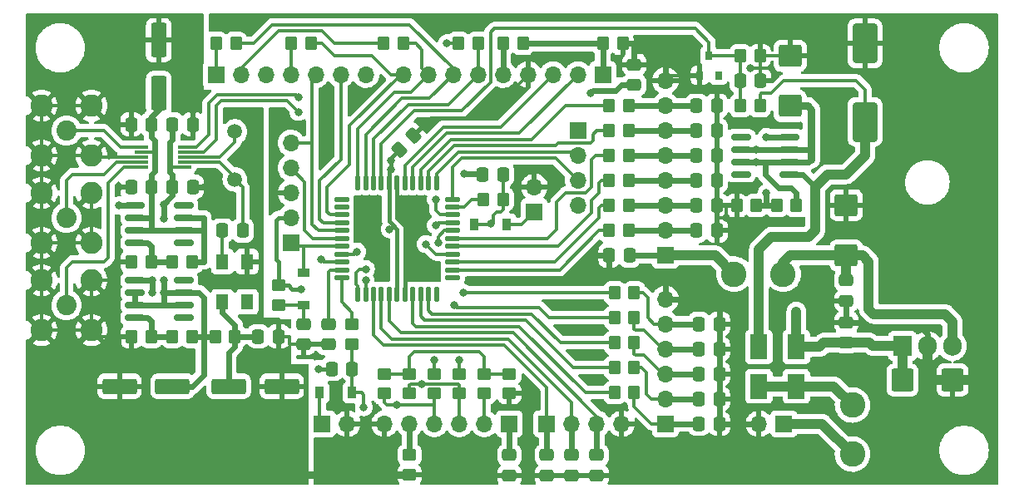
<source format=gtl>
%TF.GenerationSoftware,KiCad,Pcbnew,(6.0.8)*%
%TF.CreationDate,2023-01-11T18:12:54+05:00*%
%TF.ProjectId,SyntPIC,53796e74-5049-4432-9e6b-696361645f70,rev?*%
%TF.SameCoordinates,Original*%
%TF.FileFunction,Copper,L1,Top*%
%TF.FilePolarity,Positive*%
%FSLAX46Y46*%
G04 Gerber Fmt 4.6, Leading zero omitted, Abs format (unit mm)*
G04 Created by KiCad (PCBNEW (6.0.8)) date 2023-01-11 18:12:54*
%MOMM*%
%LPD*%
G01*
G04 APERTURE LIST*
G04 Aperture macros list*
%AMRoundRect*
0 Rectangle with rounded corners*
0 $1 Rounding radius*
0 $2 $3 $4 $5 $6 $7 $8 $9 X,Y pos of 4 corners*
0 Add a 4 corners polygon primitive as box body*
4,1,4,$2,$3,$4,$5,$6,$7,$8,$9,$2,$3,0*
0 Add four circle primitives for the rounded corners*
1,1,$1+$1,$2,$3*
1,1,$1+$1,$4,$5*
1,1,$1+$1,$6,$7*
1,1,$1+$1,$8,$9*
0 Add four rect primitives between the rounded corners*
20,1,$1+$1,$2,$3,$4,$5,0*
20,1,$1+$1,$4,$5,$6,$7,0*
20,1,$1+$1,$6,$7,$8,$9,0*
20,1,$1+$1,$8,$9,$2,$3,0*%
G04 Aperture macros list end*
%TA.AperFunction,SMDPad,CuDef*%
%ADD10RoundRect,0.250000X0.350000X0.450000X-0.350000X0.450000X-0.350000X-0.450000X0.350000X-0.450000X0*%
%TD*%
%TA.AperFunction,SMDPad,CuDef*%
%ADD11R,1.800000X2.500000*%
%TD*%
%TA.AperFunction,ComponentPad*%
%ADD12C,2.600000*%
%TD*%
%TA.AperFunction,SMDPad,CuDef*%
%ADD13RoundRect,0.250000X-0.337500X-0.475000X0.337500X-0.475000X0.337500X0.475000X-0.337500X0.475000X0*%
%TD*%
%TA.AperFunction,ComponentPad*%
%ADD14C,2.050000*%
%TD*%
%TA.AperFunction,ComponentPad*%
%ADD15C,2.250000*%
%TD*%
%TA.AperFunction,SMDPad,CuDef*%
%ADD16RoundRect,0.250000X-0.350000X-0.450000X0.350000X-0.450000X0.350000X0.450000X-0.350000X0.450000X0*%
%TD*%
%TA.AperFunction,SMDPad,CuDef*%
%ADD17RoundRect,0.250000X0.925000X-0.875000X0.925000X0.875000X-0.925000X0.875000X-0.925000X-0.875000X0*%
%TD*%
%TA.AperFunction,SMDPad,CuDef*%
%ADD18R,1.200000X0.900000*%
%TD*%
%TA.AperFunction,SMDPad,CuDef*%
%ADD19RoundRect,0.250000X0.475000X-0.337500X0.475000X0.337500X-0.475000X0.337500X-0.475000X-0.337500X0*%
%TD*%
%TA.AperFunction,SMDPad,CuDef*%
%ADD20RoundRect,0.250000X0.450000X-0.350000X0.450000X0.350000X-0.450000X0.350000X-0.450000X-0.350000X0*%
%TD*%
%TA.AperFunction,SMDPad,CuDef*%
%ADD21RoundRect,0.250000X-0.450000X0.350000X-0.450000X-0.350000X0.450000X-0.350000X0.450000X0.350000X0*%
%TD*%
%TA.AperFunction,SMDPad,CuDef*%
%ADD22RoundRect,0.250000X-0.475000X0.337500X-0.475000X-0.337500X0.475000X-0.337500X0.475000X0.337500X0*%
%TD*%
%TA.AperFunction,ComponentPad*%
%ADD23R,1.700000X1.700000*%
%TD*%
%TA.AperFunction,ComponentPad*%
%ADD24O,1.700000X1.700000*%
%TD*%
%TA.AperFunction,SMDPad,CuDef*%
%ADD25RoundRect,0.250000X-0.875000X-0.925000X0.875000X-0.925000X0.875000X0.925000X-0.875000X0.925000X0*%
%TD*%
%TA.AperFunction,SMDPad,CuDef*%
%ADD26R,0.900000X1.200000*%
%TD*%
%TA.AperFunction,SMDPad,CuDef*%
%ADD27RoundRect,0.250000X0.337500X0.475000X-0.337500X0.475000X-0.337500X-0.475000X0.337500X-0.475000X0*%
%TD*%
%TA.AperFunction,SMDPad,CuDef*%
%ADD28R,1.400000X0.300000*%
%TD*%
%TA.AperFunction,SMDPad,CuDef*%
%ADD29RoundRect,0.250000X1.500000X0.550000X-1.500000X0.550000X-1.500000X-0.550000X1.500000X-0.550000X0*%
%TD*%
%TA.AperFunction,ComponentPad*%
%ADD30R,1.905000X2.000000*%
%TD*%
%TA.AperFunction,ComponentPad*%
%ADD31O,1.905000X2.000000*%
%TD*%
%TA.AperFunction,SMDPad,CuDef*%
%ADD32RoundRect,0.250000X0.097227X-0.574524X0.574524X-0.097227X-0.097227X0.574524X-0.574524X0.097227X0*%
%TD*%
%TA.AperFunction,SMDPad,CuDef*%
%ADD33RoundRect,0.250000X-1.500000X-0.550000X1.500000X-0.550000X1.500000X0.550000X-1.500000X0.550000X0*%
%TD*%
%TA.AperFunction,ComponentPad*%
%ADD34C,1.500000*%
%TD*%
%TA.AperFunction,SMDPad,CuDef*%
%ADD35RoundRect,0.150000X-0.825000X-0.150000X0.825000X-0.150000X0.825000X0.150000X-0.825000X0.150000X0*%
%TD*%
%TA.AperFunction,SMDPad,CuDef*%
%ADD36RoundRect,0.137500X-0.137500X0.600000X-0.137500X-0.600000X0.137500X-0.600000X0.137500X0.600000X0*%
%TD*%
%TA.AperFunction,SMDPad,CuDef*%
%ADD37RoundRect,0.137500X-0.600000X0.137500X-0.600000X-0.137500X0.600000X-0.137500X0.600000X0.137500X0*%
%TD*%
%TA.AperFunction,SMDPad,CuDef*%
%ADD38RoundRect,0.250000X0.550000X-1.500000X0.550000X1.500000X-0.550000X1.500000X-0.550000X-1.500000X0*%
%TD*%
%TA.AperFunction,SMDPad,CuDef*%
%ADD39R,0.800000X0.900000*%
%TD*%
%TA.AperFunction,SMDPad,CuDef*%
%ADD40RoundRect,0.250000X1.000000X-1.750000X1.000000X1.750000X-1.000000X1.750000X-1.000000X-1.750000X0*%
%TD*%
%TA.AperFunction,SMDPad,CuDef*%
%ADD41RoundRect,0.150000X0.825000X0.150000X-0.825000X0.150000X-0.825000X-0.150000X0.825000X-0.150000X0*%
%TD*%
%TA.AperFunction,SMDPad,CuDef*%
%ADD42R,1.300000X1.600000*%
%TD*%
%TA.AperFunction,ViaPad*%
%ADD43C,0.800000*%
%TD*%
%TA.AperFunction,Conductor*%
%ADD44C,0.300000*%
%TD*%
%TA.AperFunction,Conductor*%
%ADD45C,0.600000*%
%TD*%
%TA.AperFunction,Conductor*%
%ADD46C,0.450000*%
%TD*%
%TA.AperFunction,Conductor*%
%ADD47C,1.000000*%
%TD*%
%TA.AperFunction,Conductor*%
%ADD48C,0.800000*%
%TD*%
G04 APERTURE END LIST*
D10*
%TO.P,R17,1*%
%TO.N,Net-(C23-Pad1)*%
X230581000Y-122325000D03*
%TO.P,R17,2*%
%TO.N,/TX2out*%
X228581000Y-122325000D03*
%TD*%
D11*
%TO.P,D3,1,K*%
%TO.N,Net-(C3-Pad1)*%
X247091000Y-127850000D03*
%TO.P,D3,2,A*%
%TO.N,/+Vin*%
X247091000Y-131850000D03*
%TD*%
D10*
%TO.P,R16,1*%
%TO.N,Net-(C22-Pad1)*%
X230041000Y-105815000D03*
%TO.P,R16,2*%
%TO.N,/ATT*%
X228041000Y-105815000D03*
%TD*%
D12*
%TO.P,L1,1,1*%
%TO.N,Net-(J1-Pad1)*%
X252806000Y-138755000D03*
%TO.P,L1,2,2*%
%TO.N,/+Vin*%
X252806000Y-133755000D03*
%TD*%
D13*
%TO.P,C34,1*%
%TO.N,Net-(C34-Pad1)*%
X237163500Y-133120000D03*
%TO.P,C34,2*%
%TO.N,GNDD*%
X239238500Y-133120000D03*
%TD*%
D10*
%TO.P,R35,1*%
%TO.N,Net-(C37-Pad1)*%
X230581000Y-132485000D03*
%TO.P,R35,2*%
%TO.N,/U{slash}Lsb*%
X228581000Y-132485000D03*
%TD*%
D14*
%TO.P,J2,1,In*%
%TO.N,Net-(J2-Pad1)*%
X172796000Y-105815000D03*
D15*
%TO.P,J2,2,Ext*%
%TO.N,GNDD*%
X175336000Y-108355000D03*
X170256000Y-108355000D03*
X175336000Y-103275000D03*
X170256000Y-103275000D03*
%TD*%
D10*
%TO.P,R3,1*%
%TO.N,/PVDD*%
X247091000Y-113435000D03*
%TO.P,R3,2*%
%TO.N,Net-(R3-Pad2)*%
X245091000Y-113435000D03*
%TD*%
D16*
%TO.P,R13,1*%
%TO.N,Net-(J13-Pad2)*%
X205086000Y-96925000D03*
%TO.P,R13,2*%
%TO.N,/DB6*%
X207086000Y-96925000D03*
%TD*%
D10*
%TO.P,R19,1*%
%TO.N,Net-(C25-Pad1)*%
X230581000Y-124865000D03*
%TO.P,R19,2*%
%TO.N,/TX1out*%
X228581000Y-124865000D03*
%TD*%
D13*
%TO.P,C37,1*%
%TO.N,Net-(C37-Pad1)*%
X237163500Y-135660000D03*
%TO.P,C37,2*%
%TO.N,GNDD*%
X239238500Y-135660000D03*
%TD*%
D16*
%TO.P,R10,1*%
%TO.N,/DVDD*%
X217246000Y-96925000D03*
%TO.P,R10,2*%
%TO.N,Net-(J14-Pad1)*%
X219246000Y-96925000D03*
%TD*%
D17*
%TO.P,C9,1*%
%TO.N,/DVDD*%
X252171000Y-118515000D03*
%TO.P,C9,2*%
%TO.N,GNDD*%
X252171000Y-113415000D03*
%TD*%
D18*
%TO.P,D4,1,K*%
%TO.N,/MCLR*%
X196926000Y-120295000D03*
%TO.P,D4,2,A*%
%TO.N,Net-(C27-Pad1)*%
X196926000Y-123595000D03*
%TD*%
D19*
%TO.P,C14,1*%
%TO.N,/PVDD*%
X230581000Y-101159000D03*
%TO.P,C14,2*%
%TO.N,GNDD*%
X230581000Y-99084000D03*
%TD*%
D13*
%TO.P,C1,1*%
%TO.N,/PSVE*%
X241376000Y-100735000D03*
%TO.P,C1,2*%
%TO.N,GNDD*%
X243451000Y-100735000D03*
%TD*%
D20*
%TO.P,R32,1*%
%TO.N,/C1in*%
X207721000Y-132580000D03*
%TO.P,R32,2*%
%TO.N,Net-(R21-Pad1)*%
X207721000Y-130580000D03*
%TD*%
D10*
%TO.P,R15,1*%
%TO.N,Net-(C21-Pad1)*%
X230041000Y-103275000D03*
%TO.P,R15,2*%
%TO.N,/PRE*%
X228041000Y-103275000D03*
%TD*%
D21*
%TO.P,R21,1*%
%TO.N,Net-(R21-Pad1)*%
X215341000Y-130580000D03*
%TO.P,R21,2*%
%TO.N,/PVDD*%
X215341000Y-132580000D03*
%TD*%
D20*
%TO.P,R31,1*%
%TO.N,/C2in*%
X210261000Y-132580000D03*
%TO.P,R31,2*%
%TO.N,/C2out*%
X210261000Y-130580000D03*
%TD*%
D21*
%TO.P,R27,1*%
%TO.N,/PVDD*%
X194386000Y-121595000D03*
%TO.P,R27,2*%
%TO.N,Net-(C27-Pad1)*%
X194386000Y-123595000D03*
%TD*%
D10*
%TO.P,R29,1*%
%TO.N,Net-(C35-Pad1)*%
X230041000Y-115975000D03*
%TO.P,R29,2*%
%TO.N,/B0*%
X228041000Y-115975000D03*
%TD*%
D14*
%TO.P,J3,1,In*%
%TO.N,Net-(J3-Pad1)*%
X172796000Y-114705000D03*
D15*
%TO.P,J3,2,Ext*%
%TO.N,GNDD*%
X175336000Y-112165000D03*
X175336000Y-117245000D03*
X170256000Y-112165000D03*
X170256000Y-117245000D03*
%TD*%
D10*
%TO.P,R24,1*%
%TO.N,Net-(C30-Pad1)*%
X230041000Y-113435000D03*
%TO.P,R24,2*%
%TO.N,/B1*%
X228041000Y-113435000D03*
%TD*%
%TO.P,R9,1*%
%TO.N,Net-(C18-Pad1)*%
X189941000Y-126770000D03*
%TO.P,R9,2*%
%TO.N,/S1VDD*%
X187941000Y-126770000D03*
%TD*%
D19*
%TO.P,C2,1*%
%TO.N,GNDD*%
X199466000Y-127575000D03*
%TO.P,C2,2*%
%TO.N,Net-(C2-Pad2)*%
X199466000Y-125500000D03*
%TD*%
D12*
%TO.P,L2,1,1*%
%TO.N,/DVDD*%
X245741000Y-120420000D03*
%TO.P,L2,2,2*%
%TO.N,Net-(C38-Pad1)*%
X240741000Y-120420000D03*
%TD*%
D22*
%TO.P,C17,1*%
%TO.N,/DVDD*%
X217881000Y-138835000D03*
%TO.P,C17,2*%
%TO.N,GNDD*%
X217881000Y-140910000D03*
%TD*%
D23*
%TO.P,J8,1,Pin_1*%
%TO.N,/PVDD*%
X224866000Y-105825000D03*
D24*
%TO.P,J8,2,Pin_2*%
%TO.N,/USrx*%
X224866000Y-108365000D03*
%TO.P,J8,3,Pin_3*%
%TO.N,/UStx*%
X224866000Y-110905000D03*
%TO.P,J8,4,Pin_4*%
%TO.N,GNDD*%
X224866000Y-113445000D03*
%TD*%
D13*
%TO.P,C24,1*%
%TO.N,Net-(C24-Pad1)*%
X236931000Y-108355000D03*
%TO.P,C24,2*%
%TO.N,GNDD*%
X239006000Y-108355000D03*
%TD*%
D25*
%TO.P,C5,1*%
%TO.N,Net-(C3-Pad1)*%
X257886000Y-131215000D03*
%TO.P,C5,2*%
%TO.N,GNDD*%
X262986000Y-131215000D03*
%TD*%
D19*
%TO.P,C3,1*%
%TO.N,Net-(C3-Pad1)*%
X252171000Y-127405000D03*
%TO.P,C3,2*%
%TO.N,GNDD*%
X252171000Y-125330000D03*
%TD*%
D26*
%TO.P,D6,1,K*%
%TO.N,Net-(D6-Pad1)*%
X217626000Y-115340000D03*
%TO.P,D6,2,A*%
%TO.N,Net-(C32-Pad1)*%
X214326000Y-115340000D03*
%TD*%
D10*
%TO.P,R23,1*%
%TO.N,Net-(C29-Pad1)*%
X230581000Y-127405000D03*
%TO.P,R23,2*%
%TO.N,/FLT*%
X228581000Y-127405000D03*
%TD*%
%TO.P,R26,1*%
%TO.N,Net-(C32-Pad1)*%
X217246000Y-112800000D03*
%TO.P,R26,2*%
%TO.N,/CWKin*%
X215246000Y-112800000D03*
%TD*%
D11*
%TO.P,D2,1,K*%
%TO.N,Net-(C4-Pad1)*%
X243281000Y-127850000D03*
%TO.P,D2,2,A*%
%TO.N,/+Vin*%
X243281000Y-131850000D03*
%TD*%
D27*
%TO.P,C31,1*%
%TO.N,Net-(C31-Pad1)*%
X201879000Y-130072000D03*
%TO.P,C31,2*%
%TO.N,/PVDD*%
X199804000Y-130072000D03*
%TD*%
D13*
%TO.P,C11,1*%
%TO.N,/S1VDD*%
X183591000Y-111530000D03*
%TO.P,C11,2*%
%TO.N,GNDD*%
X185666000Y-111530000D03*
%TD*%
D16*
%TO.P,R2,1*%
%TO.N,/PSVE*%
X241376000Y-98195000D03*
%TO.P,R2,2*%
%TO.N,GNDD*%
X243376000Y-98195000D03*
%TD*%
D17*
%TO.P,C6,1*%
%TO.N,/PVDD*%
X246456000Y-103295000D03*
%TO.P,C6,2*%
%TO.N,GNDD*%
X246456000Y-98195000D03*
%TD*%
D22*
%TO.P,C28,1*%
%TO.N,/S-m*%
X221691000Y-138835000D03*
%TO.P,C28,2*%
%TO.N,GNDD*%
X221691000Y-140910000D03*
%TD*%
D28*
%TO.P,U6,1,VDD*%
%TO.N,/S1VDD*%
X184816000Y-109490000D03*
%TO.P,U6,2,XA*%
%TO.N,Net-(C19-Pad2)*%
X184816000Y-108990000D03*
%TO.P,U6,3,XB*%
%TO.N,Net-(U6-Pad3)*%
X184816000Y-108490000D03*
%TO.P,U6,4,SCL*%
%TO.N,/SCL*%
X184816000Y-107990000D03*
%TO.P,U6,5,SDA*%
%TO.N,/SDA*%
X184816000Y-107490000D03*
%TO.P,U6,6,CLK2*%
%TO.N,Net-(J2-Pad1)*%
X180416000Y-107490000D03*
%TO.P,U6,7,VDDO*%
%TO.N,/S2VDD*%
X180416000Y-107990000D03*
%TO.P,U6,8,GND*%
%TO.N,GNDD*%
X180416000Y-108490000D03*
%TO.P,U6,9,CLK1*%
%TO.N,Net-(J3-Pad1)*%
X180416000Y-108990000D03*
%TO.P,U6,10,CLK0*%
%TO.N,Net-(J4-Pad1)*%
X180416000Y-109490000D03*
%TD*%
D29*
%TO.P,C7,1*%
%TO.N,/S1VDD*%
X183591000Y-131850000D03*
%TO.P,C7,2*%
%TO.N,GNDD*%
X178191000Y-131850000D03*
%TD*%
D21*
%TO.P,R34,1*%
%TO.N,Net-(J10-Pad5)*%
X207721000Y-138835000D03*
%TO.P,R34,2*%
%TO.N,GNDD*%
X207721000Y-140835000D03*
%TD*%
D30*
%TO.P,U4,1,VI*%
%TO.N,Net-(C3-Pad1)*%
X257886000Y-127745000D03*
D31*
%TO.P,U4,2,GND*%
%TO.N,GNDD*%
X260426000Y-127745000D03*
%TO.P,U4,3,VO*%
%TO.N,/DVDD*%
X262966000Y-127745000D03*
%TD*%
D22*
%TO.P,C33,1*%
%TO.N,/SWR1*%
X224231000Y-138835000D03*
%TO.P,C33,2*%
%TO.N,GNDD*%
X224231000Y-140910000D03*
%TD*%
%TO.P,C13,1*%
%TO.N,/DVDD*%
X252171000Y-121055000D03*
%TO.P,C13,2*%
%TO.N,GNDD*%
X252171000Y-123130000D03*
%TD*%
D10*
%TO.P,R7,1*%
%TO.N,/S2VDD*%
X185591000Y-119150000D03*
%TO.P,R7,2*%
%TO.N,Net-(R7-Pad2)*%
X183591000Y-119150000D03*
%TD*%
D22*
%TO.P,C36,1*%
%TO.N,/SWR2*%
X226771000Y-138835000D03*
%TO.P,C36,2*%
%TO.N,GNDD*%
X226771000Y-140910000D03*
%TD*%
D20*
%TO.P,R30,1*%
%TO.N,/C1in*%
X212801000Y-132580000D03*
%TO.P,R30,2*%
%TO.N,/C1out*%
X212801000Y-130580000D03*
%TD*%
D14*
%TO.P,J4,1,In*%
%TO.N,Net-(J4-Pad1)*%
X172796000Y-123595000D03*
D15*
%TO.P,J4,2,Ext*%
%TO.N,GNDD*%
X175336000Y-121055000D03*
X175336000Y-126135000D03*
X170256000Y-121055000D03*
X170256000Y-126135000D03*
%TD*%
D32*
%TO.P,C10,1*%
%TO.N,/PVDD*%
X206634754Y-107790246D03*
%TO.P,C10,2*%
%TO.N,GNDD*%
X208102000Y-106323000D03*
%TD*%
D22*
%TO.P,C27,1*%
%TO.N,Net-(C27-Pad1)*%
X196926000Y-125500000D03*
%TO.P,C27,2*%
%TO.N,GNDD*%
X196926000Y-127575000D03*
%TD*%
D16*
%TO.P,R36,1*%
%TO.N,Net-(J14-Pad1)*%
X227406000Y-96925000D03*
%TO.P,R36,2*%
%TO.N,GNDD*%
X229406000Y-96925000D03*
%TD*%
D10*
%TO.P,R28,1*%
%TO.N,Net-(C34-Pad1)*%
X230581000Y-129945000D03*
%TO.P,R28,2*%
%TO.N,/CW*%
X228581000Y-129945000D03*
%TD*%
D33*
%TO.P,C20,1*%
%TO.N,Net-(C18-Pad1)*%
X189306000Y-131850000D03*
%TO.P,C20,2*%
%TO.N,GNDD*%
X194706000Y-131850000D03*
%TD*%
D13*
%TO.P,C21,1*%
%TO.N,Net-(C21-Pad1)*%
X236931000Y-103275000D03*
%TO.P,C21,2*%
%TO.N,GNDD*%
X239006000Y-103275000D03*
%TD*%
D27*
%TO.P,C32,1*%
%TO.N,Net-(C32-Pad1)*%
X217246000Y-110260000D03*
%TO.P,C32,2*%
%TO.N,/PVDD*%
X215171000Y-110260000D03*
%TD*%
D34*
%TO.P,Y1,1,1*%
%TO.N,Net-(U6-Pad3)*%
X189941000Y-105905000D03*
%TO.P,Y1,2,2*%
%TO.N,Net-(C19-Pad2)*%
X189941000Y-110785000D03*
%TD*%
D10*
%TO.P,R8,1*%
%TO.N,Net-(R7-Pad2)*%
X181416000Y-119150000D03*
%TO.P,R8,2*%
%TO.N,GNDD*%
X179416000Y-119150000D03*
%TD*%
D35*
%TO.P,U3,1,VI*%
%TO.N,Net-(C3-Pad1)*%
X179781000Y-113435000D03*
%TO.P,U3,2,VO*%
%TO.N,/S2VDD*%
X179781000Y-114705000D03*
%TO.P,U3,3,VO*%
X179781000Y-115975000D03*
%TO.P,U3,4,ADJ*%
%TO.N,Net-(R7-Pad2)*%
X179781000Y-117245000D03*
%TO.P,U3,5,NC*%
%TO.N,unconnected-(U3-Pad5)*%
X184731000Y-117245000D03*
%TO.P,U3,6,VO*%
%TO.N,/S2VDD*%
X184731000Y-115975000D03*
%TO.P,U3,7,VO*%
X184731000Y-114705000D03*
%TO.P,U3,8,NC*%
%TO.N,unconnected-(U3-Pad8)*%
X184731000Y-113435000D03*
%TD*%
D13*
%TO.P,C29,1*%
%TO.N,Net-(C29-Pad1)*%
X237163500Y-130580000D03*
%TO.P,C29,2*%
%TO.N,GNDD*%
X239238500Y-130580000D03*
%TD*%
D23*
%TO.P,J1,1,Pin_1*%
%TO.N,Net-(J1-Pad1)*%
X245821000Y-135660000D03*
D24*
%TO.P,J1,2,Pin_2*%
%TO.N,GNDD*%
X243281000Y-135660000D03*
%TD*%
D10*
%TO.P,R5,1*%
%TO.N,/S1VDD*%
X185591000Y-126770000D03*
%TO.P,R5,2*%
%TO.N,Net-(R5-Pad2)*%
X183591000Y-126770000D03*
%TD*%
%TO.P,R18,1*%
%TO.N,Net-(C24-Pad1)*%
X230041000Y-108355000D03*
%TO.P,R18,2*%
%TO.N,/B3*%
X228041000Y-108355000D03*
%TD*%
D13*
%TO.P,C22,1*%
%TO.N,Net-(C22-Pad1)*%
X236931000Y-105815000D03*
%TO.P,C22,2*%
%TO.N,GNDD*%
X239006000Y-105815000D03*
%TD*%
%TO.P,C25,1*%
%TO.N,Net-(C25-Pad1)*%
X237163500Y-128040000D03*
%TO.P,C25,2*%
%TO.N,GNDD*%
X239238500Y-128040000D03*
%TD*%
D23*
%TO.P,J7,1,Pin_1*%
%TO.N,Net-(D6-Pad1)*%
X220421000Y-114070000D03*
D24*
%TO.P,J7,2,Pin_2*%
%TO.N,GNDD*%
X220421000Y-111530000D03*
%TD*%
D36*
%TO.P,DD1,1,RC7*%
%TO.N,/USrx*%
X210451000Y-111137500D03*
%TO.P,DD1,2,RD4*%
%TO.N,/ATT*%
X209651000Y-111137500D03*
%TO.P,DD1,3,RD5*%
%TO.N,/PRE*%
X208851000Y-111137500D03*
%TO.P,DD1,4,RD6*%
%TO.N,/RS*%
X208051000Y-111137500D03*
%TO.P,DD1,5,RD7*%
%TO.N,/E*%
X207251000Y-111137500D03*
%TO.P,DD1,6,GND*%
%TO.N,GNDD*%
X206451000Y-111137500D03*
%TO.P,DD1,7,VCC*%
%TO.N,/PVDD*%
X205651000Y-111137500D03*
%TO.P,DD1,8,RB0*%
%TO.N,/PSVE*%
X204851000Y-111137500D03*
%TO.P,DD1,9,RB1*%
%TO.N,/DB4*%
X204051000Y-111137500D03*
%TO.P,DD1,10,RB2*%
%TO.N,/DB5*%
X203251000Y-111137500D03*
%TO.P,DD1,11,RB3*%
%TO.N,/DB6*%
X202451000Y-111137500D03*
D37*
%TO.P,DD1,12,NC*%
%TO.N,unconnected-(DD1-Pad12)*%
X200788500Y-112800000D03*
%TO.P,DD1,13,NC*%
%TO.N,unconnected-(DD1-Pad13)*%
X200788500Y-113600000D03*
%TO.P,DD1,14,RB4*%
%TO.N,/DB7*%
X200788500Y-114400000D03*
%TO.P,DD1,15,RB5*%
%TO.N,/KEYin1*%
X200788500Y-115200000D03*
%TO.P,DD1,16,RB6*%
%TO.N,/KEYin2*%
X200788500Y-116000000D03*
%TO.P,DD1,17,RB7*%
%TO.N,/KEYin3*%
X200788500Y-116800000D03*
%TO.P,DD1,18,RE3*%
%TO.N,/MCLR*%
X200788500Y-117600000D03*
%TO.P,DD1,19,RA0*%
%TO.N,/C1in*%
X200788500Y-118400000D03*
%TO.P,DD1,20,RA1*%
%TO.N,/C2in*%
X200788500Y-119200000D03*
%TO.P,DD1,21,RA2*%
%TO.N,Net-(C2-Pad2)*%
X200788500Y-120000000D03*
%TO.P,DD1,22,RA3*%
%TO.N,/PTTin*%
X200788500Y-120800000D03*
D36*
%TO.P,DD1,23,RA4*%
%TO.N,/C1out*%
X202451000Y-122462500D03*
%TO.P,DD1,24,RA5*%
%TO.N,/C2out*%
X203251000Y-122462500D03*
%TO.P,DD1,25,RE0*%
%TO.N,/S-m*%
X204051000Y-122462500D03*
%TO.P,DD1,26,RE1*%
%TO.N,/SWR1*%
X204851000Y-122462500D03*
%TO.P,DD1,27,RE2*%
%TO.N,/SWR2*%
X205651000Y-122462500D03*
%TO.P,DD1,28,VCC*%
%TO.N,/PVDD*%
X206451000Y-122462500D03*
%TO.P,DD1,29,GND*%
%TO.N,GNDD*%
X207251000Y-122462500D03*
%TO.P,DD1,30,RA7*%
%TO.N,/U{slash}Lsb*%
X208051000Y-122462500D03*
%TO.P,DD1,31,RA6*%
%TO.N,/CW*%
X208851000Y-122462500D03*
%TO.P,DD1,32,RC0*%
%TO.N,/FLT*%
X209651000Y-122462500D03*
%TO.P,DD1,33,NC*%
%TO.N,unconnected-(DD1-Pad33)*%
X210451000Y-122462500D03*
D37*
%TO.P,DD1,34,NC*%
%TO.N,unconnected-(DD1-Pad34)*%
X212113500Y-120800000D03*
%TO.P,DD1,35,RC1*%
%TO.N,/B0*%
X212113500Y-120000000D03*
%TO.P,DD1,36,RC2*%
%TO.N,/B1*%
X212113500Y-119200000D03*
%TO.P,DD1,37,RC3*%
%TO.N,/SCL*%
X212113500Y-118400000D03*
%TO.P,DD1,38,RD0*%
%TO.N,/B2*%
X212113500Y-117600000D03*
%TO.P,DD1,39,RD1*%
%TO.N,/B3*%
X212113500Y-116800000D03*
%TO.P,DD1,40,RD2*%
%TO.N,/TX1out*%
X212113500Y-116000000D03*
%TO.P,DD1,41,RD3*%
%TO.N,/TX2out*%
X212113500Y-115200000D03*
%TO.P,DD1,42,RC4*%
%TO.N,/SDA*%
X212113500Y-114400000D03*
%TO.P,DD1,43,RC5*%
%TO.N,/CWKin*%
X212113500Y-113600000D03*
%TO.P,DD1,44,RC6*%
%TO.N,/UStx*%
X212113500Y-112800000D03*
%TD*%
D27*
%TO.P,C12,1*%
%TO.N,/S2VDD*%
X181453500Y-111530000D03*
%TO.P,C12,2*%
%TO.N,GNDD*%
X179378500Y-111530000D03*
%TD*%
D23*
%TO.P,J11,1,Pin_1*%
%TO.N,Net-(C37-Pad1)*%
X233756000Y-135660000D03*
D24*
%TO.P,J11,2,Pin_2*%
%TO.N,Net-(C34-Pad1)*%
X233756000Y-133120000D03*
%TO.P,J11,3,Pin_3*%
%TO.N,Net-(C29-Pad1)*%
X233756000Y-130580000D03*
%TO.P,J11,4,Pin_4*%
%TO.N,Net-(C25-Pad1)*%
X233756000Y-128040000D03*
%TO.P,J11,5,Pin_5*%
%TO.N,Net-(C23-Pad1)*%
X233756000Y-125500000D03*
%TO.P,J11,6,Pin_6*%
%TO.N,GNDD*%
X233756000Y-122960000D03*
%TD*%
D27*
%TO.P,C16,1*%
%TO.N,/S2VDD*%
X181453500Y-105180000D03*
%TO.P,C16,2*%
%TO.N,GNDD*%
X179378500Y-105180000D03*
%TD*%
D38*
%TO.P,C8,1*%
%TO.N,/S2VDD*%
X182194000Y-102005000D03*
%TO.P,C8,2*%
%TO.N,GNDD*%
X182194000Y-96605000D03*
%TD*%
D21*
%TO.P,R22,1*%
%TO.N,Net-(R21-Pad1)*%
X217881000Y-130580000D03*
%TO.P,R22,2*%
%TO.N,GNDD*%
X217881000Y-132580000D03*
%TD*%
D23*
%TO.P,J12,1,Pin_1*%
%TO.N,Net-(C38-Pad1)*%
X233756000Y-118515000D03*
D24*
%TO.P,J12,2,Pin_2*%
%TO.N,Net-(C35-Pad1)*%
X233756000Y-115975000D03*
%TO.P,J12,3,Pin_3*%
%TO.N,Net-(C30-Pad1)*%
X233756000Y-113435000D03*
%TO.P,J12,4,Pin_4*%
%TO.N,Net-(C26-Pad1)*%
X233756000Y-110895000D03*
%TO.P,J12,5,Pin_5*%
%TO.N,Net-(C24-Pad1)*%
X233756000Y-108355000D03*
%TO.P,J12,6,Pin_6*%
%TO.N,Net-(C22-Pad1)*%
X233756000Y-105815000D03*
%TO.P,J12,7,Pin_7*%
%TO.N,Net-(C21-Pad1)*%
X233756000Y-103275000D03*
%TO.P,J12,8,Pin_8*%
%TO.N,GNDD*%
X233756000Y-100735000D03*
%TD*%
D13*
%TO.P,C30,1*%
%TO.N,Net-(C30-Pad1)*%
X236931000Y-113435000D03*
%TO.P,C30,2*%
%TO.N,GNDD*%
X239006000Y-113435000D03*
%TD*%
%TO.P,C18,1*%
%TO.N,Net-(C18-Pad1)*%
X192311000Y-126770000D03*
%TO.P,C18,2*%
%TO.N,GNDD*%
X194386000Y-126770000D03*
%TD*%
D39*
%TO.P,D1,*%
%TO.N,*%
X239151000Y-100195000D03*
%TO.P,D1,1,K*%
%TO.N,/PSVE*%
X238201000Y-98195000D03*
%TO.P,D1,2,A*%
%TO.N,GNDD*%
X237251000Y-100195000D03*
%TD*%
D10*
%TO.P,R1,1*%
%TO.N,Net-(C4-Pad1)*%
X243376000Y-103275000D03*
%TO.P,R1,2*%
%TO.N,/PSVE*%
X241376000Y-103275000D03*
%TD*%
D40*
%TO.P,C4,1*%
%TO.N,Net-(C4-Pad1)*%
X254076000Y-104925000D03*
%TO.P,C4,2*%
%TO.N,GNDD*%
X254076000Y-96925000D03*
%TD*%
D16*
%TO.P,R12,1*%
%TO.N,Net-(J13-Pad1)*%
X188036000Y-96925000D03*
%TO.P,R12,2*%
%TO.N,/DB5*%
X190036000Y-96925000D03*
%TD*%
D20*
%TO.P,R25,1*%
%TO.N,Net-(C31-Pad1)*%
X201879000Y-127532000D03*
%TO.P,R25,2*%
%TO.N,/PTTin*%
X201879000Y-125532000D03*
%TD*%
D13*
%TO.P,C35,1*%
%TO.N,Net-(C35-Pad1)*%
X236931000Y-115975000D03*
%TO.P,C35,2*%
%TO.N,GNDD*%
X239006000Y-115975000D03*
%TD*%
D23*
%TO.P,J9,1,Pin_1*%
%TO.N,/S-m*%
X221691000Y-135660000D03*
D24*
%TO.P,J9,2,Pin_2*%
%TO.N,/SWR1*%
X224231000Y-135660000D03*
%TO.P,J9,3,Pin_3*%
%TO.N,/SWR2*%
X226771000Y-135660000D03*
%TO.P,J9,4,Pin_4*%
%TO.N,GNDD*%
X229311000Y-135660000D03*
%TD*%
D35*
%TO.P,U2,1,VI*%
%TO.N,Net-(C3-Pad1)*%
X179781000Y-121055000D03*
%TO.P,U2,2,VO*%
%TO.N,/S1VDD*%
X179781000Y-122325000D03*
%TO.P,U2,3,VO*%
X179781000Y-123595000D03*
%TO.P,U2,4,ADJ*%
%TO.N,Net-(R5-Pad2)*%
X179781000Y-124865000D03*
%TO.P,U2,5,NC*%
%TO.N,unconnected-(U2-Pad5)*%
X184731000Y-124865000D03*
%TO.P,U2,6,VO*%
%TO.N,/S1VDD*%
X184731000Y-123595000D03*
%TO.P,U2,7,VO*%
X184731000Y-122325000D03*
%TO.P,U2,8,NC*%
%TO.N,unconnected-(U2-Pad8)*%
X184731000Y-121055000D03*
%TD*%
D26*
%TO.P,D5,1,K*%
%TO.N,Net-(D5-Pad1)*%
X198577000Y-132485000D03*
%TO.P,D5,2,A*%
%TO.N,Net-(C31-Pad1)*%
X201877000Y-132485000D03*
%TD*%
D10*
%TO.P,R4,1*%
%TO.N,Net-(R3-Pad2)*%
X243011000Y-113435000D03*
%TO.P,R4,2*%
%TO.N,GNDD*%
X241011000Y-113435000D03*
%TD*%
D16*
%TO.P,R14,1*%
%TO.N,Net-(J13-Pad4)*%
X195656000Y-96925000D03*
%TO.P,R14,2*%
%TO.N,/DB7*%
X197656000Y-96925000D03*
%TD*%
D13*
%TO.P,C23,1*%
%TO.N,Net-(C23-Pad1)*%
X237163500Y-125500000D03*
%TO.P,C23,2*%
%TO.N,GNDD*%
X239238500Y-125500000D03*
%TD*%
D23*
%TO.P,J5,1,Pin_1*%
%TO.N,/MCLR*%
X195656000Y-117245000D03*
D24*
%TO.P,J5,2,Pin_2*%
%TO.N,/PVDD*%
X195656000Y-114705000D03*
%TO.P,J5,3,Pin_3*%
%TO.N,GNDD*%
X195656000Y-112165000D03*
%TO.P,J5,4,Pin_4*%
%TO.N,/KEYin3*%
X195656000Y-109625000D03*
%TO.P,J5,5,Pin_5*%
%TO.N,/KEYin2*%
X195656000Y-107085000D03*
%TD*%
D16*
%TO.P,R11,1*%
%TO.N,Net-(J13-Pad3)*%
X212706000Y-96925000D03*
%TO.P,R11,2*%
%TO.N,/DB4*%
X214706000Y-96925000D03*
%TD*%
D41*
%TO.P,U1,1,VI*%
%TO.N,Net-(C4-Pad1)*%
X246391000Y-110260000D03*
%TO.P,U1,2,VO*%
%TO.N,/PVDD*%
X246391000Y-108990000D03*
%TO.P,U1,3,VO*%
X246391000Y-107720000D03*
%TO.P,U1,4,ADJ*%
%TO.N,Net-(R3-Pad2)*%
X246391000Y-106450000D03*
%TO.P,U1,5,NC*%
%TO.N,unconnected-(U1-Pad5)*%
X241441000Y-106450000D03*
%TO.P,U1,6,VO*%
%TO.N,/PVDD*%
X241441000Y-107720000D03*
%TO.P,U1,7,VO*%
X241441000Y-108990000D03*
%TO.P,U1,8,NC*%
%TO.N,unconnected-(U1-Pad8)*%
X241441000Y-110260000D03*
%TD*%
D10*
%TO.P,R6,1*%
%TO.N,Net-(R5-Pad2)*%
X181416000Y-126770000D03*
%TO.P,R6,2*%
%TO.N,GNDD*%
X179416000Y-126770000D03*
%TD*%
D13*
%TO.P,C26,1*%
%TO.N,Net-(C26-Pad1)*%
X236931000Y-110895000D03*
%TO.P,C26,2*%
%TO.N,GNDD*%
X239006000Y-110895000D03*
%TD*%
D20*
%TO.P,R33,1*%
%TO.N,/C2in*%
X205181000Y-132580000D03*
%TO.P,R33,2*%
%TO.N,Net-(R21-Pad1)*%
X205181000Y-130580000D03*
%TD*%
D23*
%TO.P,J6,1,Pin_1*%
%TO.N,Net-(D5-Pad1)*%
X198831000Y-135660000D03*
D24*
%TO.P,J6,2,Pin_2*%
%TO.N,GNDD*%
X201371000Y-135660000D03*
%TD*%
D10*
%TO.P,R20,1*%
%TO.N,Net-(C26-Pad1)*%
X230041000Y-110895000D03*
%TO.P,R20,2*%
%TO.N,/B2*%
X228041000Y-110895000D03*
%TD*%
D42*
%TO.P,U5,1,VC*%
%TO.N,unconnected-(U5-Pad1)*%
X191171000Y-123250000D03*
%TO.P,U5,2,GND*%
%TO.N,GNDD*%
X191171000Y-119150000D03*
%TO.P,U5,3,OUT*%
%TO.N,Net-(C19-Pad1)*%
X188671000Y-119150000D03*
%TO.P,U5,4,VDD*%
%TO.N,Net-(C18-Pad1)*%
X188671000Y-123250000D03*
%TD*%
D13*
%TO.P,C19,1*%
%TO.N,Net-(C19-Pad1)*%
X188671000Y-115975000D03*
%TO.P,C19,2*%
%TO.N,Net-(C19-Pad2)*%
X190746000Y-115975000D03*
%TD*%
D27*
%TO.P,C38,1*%
%TO.N,Net-(C38-Pad1)*%
X230116000Y-118515000D03*
%TO.P,C38,2*%
%TO.N,GNDD*%
X228041000Y-118515000D03*
%TD*%
D13*
%TO.P,C15,1*%
%TO.N,/S1VDD*%
X183591000Y-105180000D03*
%TO.P,C15,2*%
%TO.N,GNDD*%
X185666000Y-105180000D03*
%TD*%
D23*
%TO.P,J13,1,Pin_1*%
%TO.N,Net-(J13-Pad1)*%
X188036000Y-100100000D03*
D24*
%TO.P,J13,2,Pin_2*%
%TO.N,Net-(J13-Pad2)*%
X190576000Y-100100000D03*
%TO.P,J13,3,Pin_3*%
%TO.N,Net-(J13-Pad3)*%
X193116000Y-100100000D03*
%TO.P,J13,4,Pin_4*%
%TO.N,Net-(J13-Pad4)*%
X195656000Y-100100000D03*
%TO.P,J13,5,Pin_5*%
%TO.N,/KEYin2*%
X198196000Y-100100000D03*
%TO.P,J13,6,Pin_6*%
%TO.N,/KEYin1*%
X200736000Y-100100000D03*
%TO.P,J13,7,Pin_7*%
%TO.N,/KEYin3*%
X203276000Y-100100000D03*
%TD*%
D23*
%TO.P,J14,1,Pin_1*%
%TO.N,Net-(J14-Pad1)*%
X227406000Y-100100000D03*
D24*
%TO.P,J14,2,Pin_2*%
%TO.N,/RS*%
X224866000Y-100100000D03*
%TO.P,J14,3,Pin_3*%
%TO.N,/E*%
X222326000Y-100100000D03*
%TO.P,J14,4,Pin_4*%
%TO.N,GNDD*%
X219786000Y-100100000D03*
%TO.P,J14,5,Pin_5*%
%TO.N,/DVDD*%
X217246000Y-100100000D03*
%TO.P,J14,6,Pin_6*%
%TO.N,/DB4*%
X214706000Y-100100000D03*
%TO.P,J14,7,Pin_7*%
%TO.N,/DB5*%
X212166000Y-100100000D03*
%TO.P,J14,8,Pin_8*%
%TO.N,/DB6*%
X209626000Y-100100000D03*
%TO.P,J14,9,Pin_9*%
%TO.N,/DB7*%
X207086000Y-100100000D03*
%TD*%
D23*
%TO.P,J10,1,Pin_1*%
%TO.N,/DVDD*%
X217881000Y-135660000D03*
D24*
%TO.P,J10,2,Pin_2*%
%TO.N,/PVDD*%
X215341000Y-135660000D03*
%TO.P,J10,3,Pin_3*%
%TO.N,/C1in*%
X212801000Y-135660000D03*
%TO.P,J10,4,Pin_4*%
%TO.N,/C2in*%
X210261000Y-135660000D03*
%TO.P,J10,5,Pin_5*%
%TO.N,Net-(J10-Pad5)*%
X207721000Y-135660000D03*
%TO.P,J10,6,Pin_6*%
%TO.N,GNDD*%
X205181000Y-135660000D03*
%TD*%
D43*
%TO.N,GNDD*%
X195199000Y-104775000D03*
X243205000Y-140970000D03*
X235966000Y-101473000D03*
X245340000Y-95020000D03*
X222250000Y-109855000D03*
X260350000Y-136525000D03*
X266141000Y-108355000D03*
X173990000Y-132080000D03*
X217805000Y-121158000D03*
X239395000Y-137795000D03*
X256540000Y-114935000D03*
X204470000Y-117475000D03*
X184785000Y-100965000D03*
X264160000Y-114935000D03*
X250952000Y-102870000D03*
X214690000Y-140910000D03*
X177796000Y-120019000D03*
X171450000Y-132080000D03*
X200763000Y-140867000D03*
X239498000Y-140867000D03*
X248920000Y-126365000D03*
X178435000Y-102870000D03*
X219829000Y-137041000D03*
X242443000Y-99441000D03*
X214225000Y-95020000D03*
X235815000Y-122960000D03*
X176530000Y-138430000D03*
X198509000Y-140835000D03*
X219829000Y-132655000D03*
X264160000Y-102870000D03*
X188595000Y-113030000D03*
X210415000Y-95020000D03*
X252095000Y-115570000D03*
X241300000Y-126365000D03*
X226695000Y-131318000D03*
X191770000Y-109220000D03*
X186893000Y-111530000D03*
X248920000Y-133350000D03*
X264160000Y-116840000D03*
X249150000Y-98195000D03*
X241300000Y-128270000D03*
X260350000Y-122555000D03*
X191211000Y-121182000D03*
X262255000Y-122555000D03*
X260350000Y-114935000D03*
X260350000Y-116840000D03*
X260350000Y-95250000D03*
X225501000Y-119658000D03*
X262255000Y-114935000D03*
X251079000Y-107442000D03*
X260350000Y-140970000D03*
X260350000Y-120650000D03*
X176530000Y-96520000D03*
X226060000Y-98425000D03*
X256540000Y-109220000D03*
X201930000Y-103251000D03*
X176530000Y-100330000D03*
X234950000Y-98425000D03*
X219075000Y-109855000D03*
X189333000Y-140867000D03*
X229338000Y-140867000D03*
X224155000Y-126238000D03*
X255905000Y-136525000D03*
X255905000Y-140970000D03*
X239979000Y-114705000D03*
X248920000Y-130175000D03*
X177165000Y-123190000D03*
X238990000Y-95020000D03*
X184150000Y-129540000D03*
X247880000Y-95020000D03*
X222453000Y-111530000D03*
X256540000Y-120650000D03*
X254635000Y-116205000D03*
X260604000Y-106934000D03*
X231140000Y-136525000D03*
X254000000Y-111125000D03*
X245110000Y-126365000D03*
X250901000Y-96925000D03*
X188825000Y-95020000D03*
X214630000Y-121158000D03*
X224790000Y-128778000D03*
X260350000Y-118745000D03*
X193040000Y-135890000D03*
X179070000Y-137160000D03*
X177800000Y-104140000D03*
X264160000Y-113030000D03*
X241427000Y-104902000D03*
X176530000Y-135890000D03*
X240895000Y-135660000D03*
X257251000Y-97079000D03*
X238836000Y-101624000D03*
X203200000Y-113665000D03*
X199390000Y-103251000D03*
X185666000Y-103740000D03*
X266141000Y-122479000D03*
X262255000Y-120650000D03*
X241300000Y-130810000D03*
X191365000Y-95020000D03*
X264160000Y-122555000D03*
X221615000Y-121158000D03*
X186893000Y-121182000D03*
X256540000Y-116840000D03*
X258445000Y-113030000D03*
X189230000Y-135890000D03*
X226695000Y-123571000D03*
X179070000Y-129540000D03*
X226695000Y-126238000D03*
X262255000Y-116840000D03*
X209346000Y-105079000D03*
X185420000Y-135890000D03*
X199009000Y-108839000D03*
X203938000Y-140867000D03*
X196858000Y-140835000D03*
X258445000Y-120650000D03*
X258445000Y-109220000D03*
X262890000Y-133985000D03*
X191135000Y-125095000D03*
X217728000Y-102158000D03*
X264160000Y-109220000D03*
X223520000Y-98425000D03*
X245110000Y-133350000D03*
X255270000Y-131445000D03*
X256540000Y-111125000D03*
X258445000Y-122555000D03*
X242165000Y-95020000D03*
X264160000Y-120650000D03*
X220980000Y-98425000D03*
X248920000Y-140970000D03*
X260426000Y-131215000D03*
X245110000Y-130175000D03*
X248920000Y-120015000D03*
X252730000Y-130175000D03*
X257251000Y-101524000D03*
X264160000Y-111125000D03*
X264160000Y-118745000D03*
X260350000Y-102870000D03*
X222377000Y-123571000D03*
X256540000Y-113030000D03*
X233783000Y-140867000D03*
X236855000Y-98425000D03*
X243281000Y-137719000D03*
X189865000Y-117475000D03*
X184065000Y-96605000D03*
X193143000Y-140867000D03*
X257251000Y-105334000D03*
X207213000Y-114705000D03*
X178985000Y-96605000D03*
X178130000Y-111530000D03*
X256540000Y-122555000D03*
X248920000Y-123190000D03*
X262255000Y-113030000D03*
X258445000Y-114935000D03*
X260350000Y-99060000D03*
X258445000Y-116840000D03*
X256540000Y-118745000D03*
X226695000Y-128778000D03*
X210923000Y-140867000D03*
X208915000Y-119380000D03*
X258445000Y-118745000D03*
X266141000Y-131215000D03*
X191770000Y-104775000D03*
X185523000Y-140867000D03*
X241300000Y-133350000D03*
X243459000Y-104902000D03*
X191770000Y-129540000D03*
X266141000Y-115494000D03*
X262255000Y-118745000D03*
X193675000Y-129540000D03*
X215696000Y-104190000D03*
%TO.N,Net-(C3-Pad1)*%
X247091000Y-124230000D03*
X247091000Y-125119000D03*
X181559000Y-122325000D03*
X181559000Y-121055000D03*
X178151000Y-113435000D03*
%TO.N,/PVDD*%
X196672000Y-121944000D03*
X205816000Y-108863000D03*
X198450000Y-130072000D03*
X205816000Y-109752000D03*
X243027000Y-108990000D03*
X243027000Y-107720000D03*
X226136000Y-102005000D03*
X213299000Y-110250000D03*
X205689000Y-115848000D03*
%TO.N,/S1VDD*%
X182702000Y-114768500D03*
X182702000Y-121055000D03*
X182702000Y-113308000D03*
X182702000Y-122325000D03*
%TO.N,Net-(C31-Pad1)*%
X203073000Y-133985000D03*
%TO.N,Net-(C32-Pad1)*%
X216013500Y-115302500D03*
%TO.N,/C1in*%
X202387000Y-118134000D03*
X208991000Y-131596000D03*
%TO.N,/C2in*%
X206451000Y-133755000D03*
X198704000Y-118896000D03*
%TO.N,/C1out*%
X203276000Y-119912000D03*
X212801000Y-129183000D03*
%TO.N,/C2out*%
X210261000Y-129183000D03*
X203251000Y-121080000D03*
%TO.N,/SCL*%
X209372000Y-117372000D03*
X196418000Y-103910000D03*
%TO.N,/TX1out*%
X212293000Y-123595000D03*
X210642000Y-117245000D03*
%TO.N,/TX2out*%
X213182000Y-122325000D03*
X210388000Y-115467000D03*
%TO.N,/SDA*%
X196418000Y-102386000D03*
X210388000Y-112800000D03*
%TO.N,Net-(R3-Pad2)*%
X244043000Y-106450000D03*
X244043000Y-112165000D03*
%TO.N,Net-(J13-Pad3)*%
X211531000Y-96925000D03*
%TD*%
D44*
%TO.N,/PSVE*%
X215976000Y-100862000D02*
X215976000Y-95782000D01*
X208229000Y-103783000D02*
X213055000Y-103783000D01*
X213055000Y-103783000D02*
X215976000Y-100862000D01*
X241376000Y-98195000D02*
X238201000Y-98195000D01*
X241376000Y-103275000D02*
X241376000Y-100735000D01*
X215976000Y-95782000D02*
X216357000Y-95401000D01*
X241376000Y-100735000D02*
X241376000Y-98195000D01*
X204851000Y-111137500D02*
X204851000Y-107161000D01*
X236804000Y-95401000D02*
X238201000Y-96798000D01*
X204851000Y-107161000D02*
X208229000Y-103783000D01*
X216357000Y-95401000D02*
X236804000Y-95401000D01*
X238201000Y-96798000D02*
X238201000Y-98195000D01*
%TO.N,GNDD*%
X229311000Y-139978000D02*
X228379000Y-140910000D01*
X205181000Y-135660000D02*
X205181000Y-140359000D01*
X219829000Y-137041000D02*
X219829000Y-140910000D01*
X176981000Y-121055000D02*
X177796000Y-120240000D01*
X219754000Y-132580000D02*
X219829000Y-132655000D01*
D45*
X233756000Y-98830000D02*
X233756000Y-100735000D01*
D44*
X205181000Y-135660000D02*
X201371000Y-135660000D01*
X242443000Y-99441000D02*
X243332000Y-99441000D01*
D45*
X238582000Y-122960000D02*
X239238500Y-123616500D01*
D46*
X206832000Y-115086000D02*
X206451000Y-114705000D01*
D45*
X252171000Y-123130000D02*
X252171000Y-125330000D01*
D44*
X243332000Y-99441000D02*
X243376000Y-99485000D01*
X177876000Y-100735000D02*
X177876000Y-97560000D01*
X252171000Y-113415000D02*
X255366000Y-113415000D01*
X257251000Y-105334000D02*
X257251000Y-101524000D01*
X234296000Y-100195000D02*
X233756000Y-100735000D01*
X191211000Y-121182000D02*
X192735000Y-121182000D01*
D45*
X228168000Y-120420000D02*
X228041000Y-120293000D01*
D44*
X175336000Y-103275000D02*
X177876000Y-100735000D01*
D45*
X228041000Y-120293000D02*
X228041000Y-118515000D01*
D44*
X239006000Y-110895000D02*
X239006000Y-113435000D01*
D46*
X207251000Y-122462500D02*
X207251000Y-115505000D01*
D44*
X184065000Y-96605000D02*
X182194000Y-96605000D01*
X249150000Y-98195000D02*
X246456000Y-98195000D01*
X237251000Y-100195000D02*
X234296000Y-100195000D01*
D47*
X260426000Y-131215000D02*
X262986000Y-131215000D01*
D48*
X207721000Y-140835000D02*
X198509000Y-140835000D01*
D44*
X175336000Y-112165000D02*
X175336000Y-117245000D01*
X195529000Y-126770000D02*
X195529000Y-127532000D01*
X185666000Y-97222000D02*
X185049000Y-96605000D01*
X239006000Y-101794000D02*
X238836000Y-101624000D01*
X192862000Y-124992000D02*
X194386000Y-124992000D01*
D45*
X185666000Y-111530000D02*
X186893000Y-111530000D01*
D44*
X229311000Y-135660000D02*
X229311000Y-139978000D01*
X239979000Y-114705000D02*
X239049000Y-114705000D01*
D47*
X264744000Y-106958000D02*
X257251000Y-106958000D01*
D44*
X205657000Y-140835000D02*
X207721000Y-140835000D01*
X175336000Y-108355000D02*
X170256000Y-108355000D01*
X194386000Y-129310000D02*
X194706000Y-129630000D01*
X175336000Y-103275000D02*
X170256000Y-103275000D01*
X177241000Y-105180000D02*
X175336000Y-103275000D01*
X170256000Y-117245000D02*
X170256000Y-112165000D01*
X199466000Y-127575000D02*
X196926000Y-127575000D01*
X243376000Y-99485000D02*
X243376000Y-100660000D01*
X239006000Y-103275000D02*
X239006000Y-105815000D01*
X178831000Y-96605000D02*
X178985000Y-96605000D01*
X178191000Y-126836000D02*
X176037000Y-126836000D01*
D45*
X233121000Y-120420000D02*
X228168000Y-120420000D01*
X260426000Y-126516000D02*
X260426000Y-127745000D01*
D46*
X206451000Y-114705000D02*
X206451000Y-111137500D01*
D44*
X250901000Y-96925000D02*
X249631000Y-98195000D01*
D45*
X233756000Y-122960000D02*
X235815000Y-122960000D01*
D44*
X175336000Y-121055000D02*
X175336000Y-126135000D01*
X178191000Y-138896000D02*
X178191000Y-131850000D01*
X178257000Y-126770000D02*
X179416000Y-126770000D01*
D45*
X233756000Y-121055000D02*
X233121000Y-120420000D01*
D44*
X175336000Y-121055000D02*
X176981000Y-121055000D01*
X257251000Y-106958000D02*
X257251000Y-105334000D01*
X244475000Y-99441000D02*
X244729000Y-99695000D01*
X257251000Y-97079000D02*
X257251000Y-96925000D01*
X239006000Y-113435000D02*
X239006000Y-114662000D01*
X185666000Y-103740000D02*
X185666000Y-97222000D01*
D47*
X262986000Y-131215000D02*
X266141000Y-131215000D01*
D44*
X185049000Y-96605000D02*
X184065000Y-96605000D01*
D46*
X207251000Y-115505000D02*
X206832000Y-115086000D01*
D45*
X239238500Y-128040000D02*
X239238500Y-130580000D01*
X233756000Y-122960000D02*
X233756000Y-121055000D01*
D44*
X179400000Y-105158500D02*
X179378500Y-105180000D01*
X176037000Y-126836000D02*
X175336000Y-126135000D01*
X243332000Y-99441000D02*
X244475000Y-99441000D01*
X239049000Y-114705000D02*
X239006000Y-114662000D01*
D46*
X206832000Y-115086000D02*
X207213000Y-114705000D01*
D44*
X255366000Y-113415000D02*
X257251000Y-111530000D01*
X243376000Y-100660000D02*
X243451000Y-100735000D01*
X209880000Y-104545000D02*
X215341000Y-104545000D01*
X226771000Y-140910000D02*
X224231000Y-140910000D01*
X175471000Y-108490000D02*
X175336000Y-108355000D01*
D45*
X239238500Y-133120000D02*
X239238500Y-135660000D01*
D44*
X208102000Y-106323000D02*
X209346000Y-105079000D01*
X219829000Y-140910000D02*
X214690000Y-140910000D01*
X254076000Y-96925000D02*
X250901000Y-96925000D01*
X215341000Y-104545000D02*
X215696000Y-104190000D01*
X178985000Y-96605000D02*
X182194000Y-96605000D01*
X257251000Y-101524000D02*
X257251000Y-97079000D01*
X224231000Y-140910000D02*
X221691000Y-140910000D01*
D45*
X230581000Y-99084000D02*
X230581000Y-96925000D01*
D44*
X170256000Y-108355000D02*
X170256000Y-103275000D01*
X239006000Y-108355000D02*
X239006000Y-110895000D01*
X228379000Y-140910000D02*
X226771000Y-140910000D01*
D45*
X240895000Y-135660000D02*
X239238500Y-135660000D01*
D48*
X196858000Y-140835000D02*
X180130000Y-140835000D01*
D44*
X244578000Y-100735000D02*
X243451000Y-100735000D01*
X239006000Y-114662000D02*
X239006000Y-115975000D01*
X239006000Y-103275000D02*
X239006000Y-101794000D01*
X175336000Y-126135000D02*
X170256000Y-126135000D01*
X192735000Y-121182000D02*
X192735000Y-124865000D01*
D47*
X266141000Y-131215000D02*
X266141000Y-122479000D01*
D45*
X252171000Y-125330000D02*
X253652000Y-125330000D01*
D44*
X194386000Y-126770000D02*
X194386000Y-129310000D01*
D45*
X226644000Y-118515000D02*
X225501000Y-119658000D01*
D44*
X239006000Y-105815000D02*
X239006000Y-108355000D01*
X191171000Y-121142000D02*
X191211000Y-121182000D01*
X177876000Y-97560000D02*
X178831000Y-96605000D01*
X244729000Y-100584000D02*
X244578000Y-100735000D01*
D45*
X243281000Y-135660000D02*
X240895000Y-135660000D01*
D44*
X213658000Y-140835000D02*
X213733000Y-140910000D01*
D48*
X198509000Y-140835000D02*
X196858000Y-140835000D01*
D44*
X170256000Y-108355000D02*
X170256000Y-112165000D01*
X177796000Y-120240000D02*
X177796000Y-120019000D01*
X177796000Y-119190000D02*
X177836000Y-119150000D01*
X238836000Y-101624000D02*
X237439000Y-101624000D01*
D45*
X239238500Y-125500000D02*
X239238500Y-128040000D01*
X239238500Y-123616500D02*
X239238500Y-125500000D01*
D44*
X194386000Y-124992000D02*
X194386000Y-126770000D01*
X179378500Y-111530000D02*
X178130000Y-111530000D01*
X170256000Y-121055000D02*
X170256000Y-126135000D01*
X239979000Y-113435000D02*
X239979000Y-114705000D01*
X194706000Y-129630000D02*
X194706000Y-131850000D01*
X195529000Y-127532000D02*
X195572000Y-127575000D01*
X178191000Y-131850000D02*
X178191000Y-126836000D01*
X209346000Y-105079000D02*
X209880000Y-104545000D01*
D45*
X239238500Y-130580000D02*
X239238500Y-133120000D01*
D44*
X237251000Y-101436000D02*
X237251000Y-100195000D01*
X178191000Y-126836000D02*
X178257000Y-126770000D01*
X195572000Y-127575000D02*
X196926000Y-127575000D01*
X217881000Y-132580000D02*
X219754000Y-132580000D01*
X192735000Y-124865000D02*
X192862000Y-124992000D01*
D45*
X228041000Y-118515000D02*
X226644000Y-118515000D01*
D44*
X215696000Y-104190000D02*
X217728000Y-102158000D01*
X257251000Y-111530000D02*
X257251000Y-106958000D01*
X177836000Y-119150000D02*
X179416000Y-119150000D01*
X205181000Y-140359000D02*
X205657000Y-140835000D01*
X257251000Y-96925000D02*
X254076000Y-96925000D01*
D45*
X259791000Y-125881000D02*
X260426000Y-126516000D01*
X230581000Y-96925000D02*
X231851000Y-96925000D01*
X253652000Y-125330000D02*
X254203000Y-125881000D01*
D44*
X191171000Y-119150000D02*
X191171000Y-121142000D01*
D47*
X260426000Y-127745000D02*
X260426000Y-131215000D01*
D44*
X214690000Y-140910000D02*
X213733000Y-140910000D01*
D45*
X235815000Y-122960000D02*
X238582000Y-122960000D01*
X254203000Y-125881000D02*
X259791000Y-125881000D01*
D47*
X266141000Y-108355000D02*
X264744000Y-106958000D01*
D44*
X185666000Y-105180000D02*
X185666000Y-103740000D01*
X239979000Y-113435000D02*
X239006000Y-113435000D01*
X180416000Y-108490000D02*
X175471000Y-108490000D01*
D45*
X231851000Y-96925000D02*
X233756000Y-98830000D01*
D44*
X194386000Y-126770000D02*
X195529000Y-126770000D01*
X179378500Y-105180000D02*
X177241000Y-105180000D01*
X219829000Y-132655000D02*
X219829000Y-137041000D01*
X180130000Y-140835000D02*
X178191000Y-138896000D01*
X249631000Y-98195000D02*
X249150000Y-98195000D01*
X221691000Y-140910000D02*
X219829000Y-140910000D01*
D47*
X266141000Y-122479000D02*
X266141000Y-115494000D01*
D44*
X175336000Y-117245000D02*
X170256000Y-117245000D01*
X241011000Y-113435000D02*
X239979000Y-113435000D01*
X244729000Y-99695000D02*
X244729000Y-100584000D01*
D47*
X266141000Y-115494000D02*
X266141000Y-108355000D01*
D44*
X243376000Y-98195000D02*
X243376000Y-99485000D01*
X243376000Y-98195000D02*
X246456000Y-98195000D01*
X207721000Y-140835000D02*
X213658000Y-140835000D01*
X217728000Y-102158000D02*
X219786000Y-100100000D01*
X237439000Y-101624000D02*
X237251000Y-101436000D01*
X177796000Y-120019000D02*
X177796000Y-119190000D01*
X170256000Y-117245000D02*
X170256000Y-121055000D01*
D45*
X229406000Y-96925000D02*
X230581000Y-96925000D01*
D44*
%TO.N,Net-(C2-Pad2)*%
X199632000Y-120000000D02*
X199466000Y-120166000D01*
X199466000Y-120166000D02*
X199466000Y-125500000D01*
X200788500Y-120000000D02*
X199632000Y-120000000D01*
D47*
%TO.N,Net-(C3-Pad1)*%
X254539000Y-127405000D02*
X254879000Y-127745000D01*
X247091000Y-127850000D02*
X247091000Y-124230000D01*
X257886000Y-127745000D02*
X254879000Y-127745000D01*
D45*
X179781000Y-113435000D02*
X178151000Y-113435000D01*
X181559000Y-121055000D02*
X181559000Y-122325000D01*
D47*
X252171000Y-127405000D02*
X254539000Y-127405000D01*
X249440000Y-127850000D02*
X247091000Y-127850000D01*
X249885000Y-127405000D02*
X249440000Y-127850000D01*
X252171000Y-127405000D02*
X249885000Y-127405000D01*
D45*
X179781000Y-121055000D02*
X181559000Y-121055000D01*
D47*
X257886000Y-131215000D02*
X257886000Y-127745000D01*
D44*
%TO.N,Net-(C4-Pad1)*%
X244551000Y-102005000D02*
X245821000Y-100735000D01*
X254076000Y-101624000D02*
X254076000Y-104925000D01*
D47*
X252171000Y-110260000D02*
X254076000Y-108355000D01*
D44*
X253187000Y-100735000D02*
X254076000Y-101624000D01*
D47*
X248996000Y-111530000D02*
X250266000Y-110260000D01*
X254076000Y-108355000D02*
X254076000Y-104925000D01*
X248361000Y-116610000D02*
X248996000Y-115975000D01*
D45*
X246391000Y-110260000D02*
X247726000Y-110260000D01*
D44*
X243535000Y-102005000D02*
X244551000Y-102005000D01*
D47*
X248996000Y-115975000D02*
X248996000Y-111530000D01*
D44*
X245821000Y-100735000D02*
X253187000Y-100735000D01*
D47*
X243281000Y-127850000D02*
X243281000Y-117880000D01*
X243281000Y-117880000D02*
X244551000Y-116610000D01*
X250266000Y-110260000D02*
X252171000Y-110260000D01*
X244551000Y-116610000D02*
X248361000Y-116610000D01*
D44*
X243376000Y-103275000D02*
X243376000Y-102164000D01*
D45*
X247726000Y-110260000D02*
X248996000Y-111530000D01*
D44*
X243376000Y-102164000D02*
X243535000Y-102005000D01*
D45*
%TO.N,/PVDD*%
X226390000Y-101751000D02*
X226136000Y-102005000D01*
D44*
X215341000Y-132580000D02*
X215341000Y-135660000D01*
D46*
X205816000Y-108863000D02*
X205816000Y-108609000D01*
X194386000Y-121595000D02*
X195434000Y-121595000D01*
X194132000Y-118896000D02*
X194386000Y-119150000D01*
D45*
X246583000Y-111657000D02*
X245313000Y-111657000D01*
X243027000Y-108990000D02*
X243916000Y-108990000D01*
D46*
X205651000Y-109917000D02*
X205816000Y-109752000D01*
D45*
X248361000Y-108990000D02*
X248615000Y-108736000D01*
X245313000Y-111657000D02*
X243916000Y-110260000D01*
D46*
X195656000Y-114705000D02*
X194386000Y-114705000D01*
D45*
X247091000Y-112165000D02*
X246583000Y-111657000D01*
D46*
X198450000Y-130072000D02*
X199804000Y-130072000D01*
D45*
X230581000Y-101159000D02*
X229268000Y-101159000D01*
X241441000Y-108990000D02*
X243027000Y-108990000D01*
X241441000Y-107720000D02*
X243027000Y-107720000D01*
X243916000Y-108990000D02*
X246391000Y-108990000D01*
X243027000Y-107720000D02*
X246391000Y-107720000D01*
D46*
X205816000Y-108609000D02*
X206634754Y-107790246D01*
X205651000Y-111137500D02*
X205651000Y-115048000D01*
D45*
X228676000Y-101751000D02*
X226390000Y-101751000D01*
X246391000Y-107720000D02*
X248615000Y-107720000D01*
D46*
X195434000Y-121595000D02*
X195783000Y-121944000D01*
D45*
X246391000Y-108990000D02*
X248361000Y-108990000D01*
X247091000Y-113435000D02*
X247091000Y-112165000D01*
D46*
X195783000Y-121944000D02*
X196672000Y-121944000D01*
D45*
X229268000Y-101159000D02*
X228676000Y-101751000D01*
D46*
X206451000Y-115848000D02*
X206451000Y-122462500D01*
X194386000Y-114705000D02*
X194132000Y-114959000D01*
X206070000Y-115467000D02*
X205689000Y-115848000D01*
X205816000Y-109752000D02*
X205816000Y-108863000D01*
D45*
X213299000Y-110250000D02*
X215161000Y-110250000D01*
D46*
X194132000Y-114959000D02*
X194132000Y-118896000D01*
D45*
X215161000Y-110250000D02*
X215171000Y-110260000D01*
D48*
X246456000Y-103295000D02*
X248254000Y-103295000D01*
D46*
X205651000Y-115048000D02*
X206070000Y-115467000D01*
D48*
X248254000Y-103295000D02*
X248615000Y-103656000D01*
X248615000Y-107720000D02*
X248615000Y-108736000D01*
D46*
X206070000Y-115467000D02*
X206451000Y-115848000D01*
X194386000Y-119150000D02*
X194386000Y-121595000D01*
D48*
X248615000Y-103656000D02*
X248615000Y-107720000D01*
D45*
X243916000Y-110260000D02*
X243916000Y-108990000D01*
D46*
X205651000Y-111137500D02*
X205651000Y-109917000D01*
D45*
%TO.N,/S1VDD*%
X182702000Y-113371500D02*
X182702000Y-114768500D01*
X179781000Y-122325000D02*
X179781000Y-123595000D01*
X186766000Y-122833000D02*
X186766000Y-126770000D01*
X183083000Y-112927000D02*
X182702000Y-113308000D01*
D44*
X183345000Y-109490000D02*
X183337000Y-109498000D01*
D45*
X182702000Y-123595000D02*
X179781000Y-123595000D01*
X187941000Y-126770000D02*
X186766000Y-126770000D01*
X186258000Y-122325000D02*
X186766000Y-122833000D01*
X184731000Y-122325000D02*
X182702000Y-122325000D01*
X183337000Y-110006000D02*
X183337000Y-109498000D01*
X183591000Y-110260000D02*
X183337000Y-110006000D01*
X184731000Y-122325000D02*
X186258000Y-122325000D01*
X182702000Y-122325000D02*
X182702000Y-121055000D01*
X183591000Y-112419000D02*
X183083000Y-112927000D01*
X183591000Y-106704000D02*
X183591000Y-105180000D01*
X185623000Y-131850000D02*
X186766000Y-130707000D01*
X183591000Y-111530000D02*
X183591000Y-112419000D01*
X182702000Y-122325000D02*
X182702000Y-123595000D01*
X183591000Y-111530000D02*
X183591000Y-110260000D01*
X186766000Y-130707000D02*
X186766000Y-126770000D01*
X184731000Y-123595000D02*
X182702000Y-123595000D01*
X186766000Y-126770000D02*
X185591000Y-126770000D01*
X183591000Y-131850000D02*
X185623000Y-131850000D01*
D44*
X184816000Y-109490000D02*
X183345000Y-109490000D01*
D45*
X183337000Y-106958000D02*
X183591000Y-106704000D01*
X183337000Y-109498000D02*
X183337000Y-106958000D01*
%TO.N,/S2VDD*%
X181813000Y-109943000D02*
X181453500Y-110302500D01*
X185591000Y-119150000D02*
X186766000Y-119150000D01*
X186766000Y-119150000D02*
X186766000Y-115975000D01*
X181453500Y-104396500D02*
X182194000Y-103656000D01*
X181813000Y-107974000D02*
X181813000Y-109943000D01*
X181432000Y-114705000D02*
X179781000Y-114705000D01*
X181432000Y-114705000D02*
X181432000Y-115975000D01*
D44*
X180416000Y-107990000D02*
X181797000Y-107990000D01*
D45*
X181813000Y-106831000D02*
X181813000Y-107974000D01*
X181432000Y-115975000D02*
X179781000Y-115975000D01*
X184731000Y-115975000D02*
X186766000Y-115975000D01*
X186766000Y-115975000D02*
X186766000Y-114705000D01*
X186766000Y-114705000D02*
X184731000Y-114705000D01*
X181453500Y-105180000D02*
X181453500Y-106471500D01*
X184731000Y-115975000D02*
X181432000Y-115975000D01*
X181453500Y-110302500D02*
X181453500Y-111530000D01*
X181453500Y-105180000D02*
X181453500Y-104396500D01*
X181453500Y-106471500D02*
X181813000Y-106831000D01*
X181453500Y-114683500D02*
X181432000Y-114705000D01*
D44*
X181797000Y-107990000D02*
X181813000Y-107974000D01*
D45*
X181453500Y-111530000D02*
X181453500Y-114683500D01*
X182194000Y-103656000D02*
X182194000Y-102005000D01*
D47*
%TO.N,/DVDD*%
X262966000Y-127745000D02*
X262966000Y-125246000D01*
X262204000Y-124484000D02*
X254965000Y-124484000D01*
X245741000Y-120420000D02*
X245741000Y-119230000D01*
D45*
X217881000Y-135660000D02*
X217881000Y-138835000D01*
D47*
X246456000Y-118515000D02*
X252171000Y-118515000D01*
X254457000Y-123976000D02*
X254457000Y-119150000D01*
X253822000Y-118515000D02*
X252171000Y-118515000D01*
D45*
X217246000Y-100100000D02*
X217246000Y-96925000D01*
D47*
X254965000Y-124484000D02*
X254457000Y-123976000D01*
X254457000Y-119150000D02*
X253822000Y-118515000D01*
X245741000Y-119230000D02*
X246456000Y-118515000D01*
X252171000Y-118515000D02*
X252171000Y-121055000D01*
X262966000Y-125246000D02*
X262204000Y-124484000D01*
D45*
%TO.N,Net-(C18-Pad1)*%
X192311000Y-126770000D02*
X189941000Y-126770000D01*
X188671000Y-124357000D02*
X188671000Y-123250000D01*
X189306000Y-128421000D02*
X189306000Y-131850000D01*
X189941000Y-126770000D02*
X189941000Y-125627000D01*
X189941000Y-125627000D02*
X188671000Y-124357000D01*
X189941000Y-126770000D02*
X189941000Y-127786000D01*
X189941000Y-127786000D02*
X189306000Y-128421000D01*
D44*
%TO.N,Net-(C19-Pad1)*%
X188671000Y-119150000D02*
X188671000Y-115975000D01*
%TO.N,Net-(C19-Pad2)*%
X189941000Y-110514000D02*
X189941000Y-110785000D01*
X188417000Y-108990000D02*
X189941000Y-110514000D01*
X190746000Y-115975000D02*
X190746000Y-111590000D01*
X190746000Y-111590000D02*
X189941000Y-110785000D01*
X184816000Y-108990000D02*
X188417000Y-108990000D01*
D45*
%TO.N,Net-(C21-Pad1)*%
X233756000Y-103275000D02*
X236931000Y-103275000D01*
X230041000Y-103275000D02*
X233756000Y-103275000D01*
%TO.N,Net-(C22-Pad1)*%
X230041000Y-105815000D02*
X233756000Y-105815000D01*
X233756000Y-105815000D02*
X236931000Y-105815000D01*
D44*
%TO.N,Net-(C23-Pad1)*%
X232613000Y-125500000D02*
X233756000Y-125500000D01*
X231978000Y-124865000D02*
X232613000Y-125500000D01*
D45*
X237163500Y-125500000D02*
X233756000Y-125500000D01*
D44*
X231470000Y-122325000D02*
X231978000Y-122833000D01*
X230581000Y-122325000D02*
X231470000Y-122325000D01*
X231978000Y-122833000D02*
X231978000Y-124865000D01*
D45*
%TO.N,Net-(C24-Pad1)*%
X233756000Y-108355000D02*
X236931000Y-108355000D01*
X230041000Y-108355000D02*
X233756000Y-108355000D01*
D44*
%TO.N,Net-(C25-Pad1)*%
X230581000Y-124865000D02*
X230581000Y-126008000D01*
D45*
X237163500Y-128040000D02*
X233756000Y-128040000D01*
D44*
X230708000Y-126135000D02*
X231597000Y-126135000D01*
X231597000Y-126135000D02*
X233502000Y-128040000D01*
X230581000Y-126008000D02*
X230708000Y-126135000D01*
X233502000Y-128040000D02*
X233756000Y-128040000D01*
D45*
%TO.N,Net-(C26-Pad1)*%
X233756000Y-110895000D02*
X236931000Y-110895000D01*
X230041000Y-110895000D02*
X233756000Y-110895000D01*
D44*
%TO.N,Net-(C27-Pad1)*%
X196926000Y-123595000D02*
X194386000Y-123595000D01*
X196926000Y-125500000D02*
X196926000Y-123595000D01*
D45*
%TO.N,/S-m*%
X221691000Y-138835000D02*
X221691000Y-135660000D01*
D44*
X221691000Y-131977000D02*
X217373000Y-127659000D01*
X221691000Y-135660000D02*
X221691000Y-131977000D01*
X204051000Y-126656000D02*
X204051000Y-122462500D01*
X205054000Y-127659000D02*
X204051000Y-126656000D01*
X217373000Y-127659000D02*
X205054000Y-127659000D01*
%TO.N,Net-(C29-Pad1)*%
X233502000Y-130580000D02*
X233756000Y-130580000D01*
X231597000Y-128675000D02*
X233502000Y-130580000D01*
D45*
X237163500Y-130580000D02*
X233756000Y-130580000D01*
D44*
X230708000Y-128675000D02*
X231597000Y-128675000D01*
X230581000Y-128548000D02*
X230708000Y-128675000D01*
X230581000Y-127405000D02*
X230581000Y-128548000D01*
D45*
%TO.N,Net-(C30-Pad1)*%
X233756000Y-113435000D02*
X236931000Y-113435000D01*
X230041000Y-113435000D02*
X233756000Y-113435000D01*
D44*
%TO.N,Net-(C31-Pad1)*%
X203073000Y-132715000D02*
X203073000Y-133985000D01*
X201877000Y-132485000D02*
X202843000Y-132485000D01*
X201877000Y-132485000D02*
X201877000Y-130074000D01*
X201877000Y-130074000D02*
X201879000Y-130072000D01*
X201879000Y-127532000D02*
X201879000Y-130072000D01*
X202843000Y-132485000D02*
X203073000Y-132715000D01*
%TO.N,Net-(C32-Pad1)*%
X216992000Y-114070000D02*
X216611000Y-114070000D01*
X217246000Y-110260000D02*
X217246000Y-112800000D01*
X216013500Y-115302500D02*
X215976000Y-115340000D01*
X216230000Y-115086000D02*
X216013500Y-115302500D01*
X216230000Y-114451000D02*
X216230000Y-115086000D01*
X217246000Y-112800000D02*
X217246000Y-113816000D01*
X215976000Y-115340000D02*
X214326000Y-115340000D01*
X217246000Y-113816000D02*
X216992000Y-114070000D01*
X216611000Y-114070000D02*
X216230000Y-114451000D01*
%TO.N,/SWR1*%
X204851000Y-122462500D02*
X204851000Y-125932000D01*
X205943000Y-127024000D02*
X217754000Y-127024000D01*
X217754000Y-127024000D02*
X224231000Y-133501000D01*
D45*
X224231000Y-138835000D02*
X224231000Y-135660000D01*
D44*
X224231000Y-133501000D02*
X224231000Y-135660000D01*
X204851000Y-125932000D02*
X205943000Y-127024000D01*
%TO.N,Net-(C34-Pad1)*%
X232359000Y-133120000D02*
X231851000Y-132612000D01*
X232359000Y-133120000D02*
X233756000Y-133120000D01*
X230581000Y-129945000D02*
X231343000Y-129945000D01*
X231851000Y-130453000D02*
X231851000Y-132612000D01*
D45*
X237163500Y-133120000D02*
X233756000Y-133120000D01*
D44*
X231343000Y-129945000D02*
X231851000Y-130453000D01*
D45*
%TO.N,Net-(C35-Pad1)*%
X230041000Y-115975000D02*
X233756000Y-115975000D01*
X233756000Y-115975000D02*
X236931000Y-115975000D01*
D44*
%TO.N,/SWR2*%
X226771000Y-134898000D02*
X226771000Y-135660000D01*
X205651000Y-122462500D02*
X205651000Y-125208000D01*
X206832000Y-126389000D02*
X218262000Y-126389000D01*
X218262000Y-126389000D02*
X226771000Y-134898000D01*
X205651000Y-125208000D02*
X206832000Y-126389000D01*
D45*
X226771000Y-138835000D02*
X226771000Y-135660000D01*
D44*
%TO.N,Net-(C37-Pad1)*%
X232359000Y-135660000D02*
X233756000Y-135660000D01*
X230581000Y-133882000D02*
X232359000Y-135660000D01*
X230581000Y-132485000D02*
X230581000Y-133882000D01*
D45*
X237163500Y-135660000D02*
X233756000Y-135660000D01*
D47*
%TO.N,Net-(C38-Pad1)*%
X240741000Y-120420000D02*
X238836000Y-118515000D01*
D45*
X233756000Y-118515000D02*
X230116000Y-118515000D01*
D47*
X238836000Y-118515000D02*
X233756000Y-118515000D01*
%TO.N,/+Vin*%
X243281000Y-131850000D02*
X247091000Y-131850000D01*
X250901000Y-131850000D02*
X247091000Y-131850000D01*
X252806000Y-133755000D02*
X250901000Y-131850000D01*
D44*
%TO.N,/MCLR*%
X196011000Y-117600000D02*
X195656000Y-117245000D01*
X200788500Y-117600000D02*
X196900000Y-117600000D01*
X196926000Y-117626000D02*
X196900000Y-117600000D01*
X196926000Y-120295000D02*
X196926000Y-117626000D01*
X196900000Y-117600000D02*
X196011000Y-117600000D01*
%TO.N,Net-(D5-Pad1)*%
X198577000Y-135406000D02*
X198831000Y-135660000D01*
X198577000Y-132485000D02*
X198577000Y-135406000D01*
%TO.N,Net-(D6-Pad1)*%
X219151000Y-115340000D02*
X220421000Y-114070000D01*
X217626000Y-115340000D02*
X219151000Y-115340000D01*
%TO.N,/USrx*%
X210451000Y-111137500D02*
X210451000Y-110197000D01*
X224475000Y-107974000D02*
X224866000Y-108365000D01*
X210451000Y-110197000D02*
X212674000Y-107974000D01*
X212674000Y-107974000D02*
X224475000Y-107974000D01*
%TO.N,/ATT*%
X226136000Y-107085000D02*
X226390000Y-106831000D01*
X212293000Y-107339000D02*
X222580000Y-107339000D01*
X222580000Y-107339000D02*
X222834000Y-107085000D01*
X226390000Y-106196000D02*
X226771000Y-105815000D01*
X209651000Y-111137500D02*
X209651000Y-109981000D01*
X209651000Y-109981000D02*
X212293000Y-107339000D01*
X226390000Y-106831000D02*
X226390000Y-106196000D01*
X226771000Y-105815000D02*
X228041000Y-105815000D01*
X222834000Y-107085000D02*
X226136000Y-107085000D01*
%TO.N,/PRE*%
X223596000Y-103275000D02*
X228041000Y-103275000D01*
X211912000Y-106704000D02*
X220167000Y-106704000D01*
X208851000Y-111137500D02*
X208851000Y-109765000D01*
X220167000Y-106704000D02*
X223596000Y-103275000D01*
X208851000Y-109765000D02*
X211912000Y-106704000D01*
%TO.N,/RS*%
X208051000Y-109549000D02*
X211531000Y-106069000D01*
X211531000Y-106069000D02*
X218897000Y-106069000D01*
X218897000Y-106069000D02*
X224866000Y-100100000D01*
X208051000Y-111137500D02*
X208051000Y-109549000D01*
%TO.N,/E*%
X211150000Y-105434000D02*
X216992000Y-105434000D01*
X207251000Y-109333000D02*
X211150000Y-105434000D01*
X207251000Y-111137500D02*
X207251000Y-109333000D01*
X216992000Y-105434000D02*
X222326000Y-100100000D01*
%TO.N,/DB4*%
X214706000Y-96925000D02*
X214706000Y-100100000D01*
X207594000Y-103148000D02*
X211658000Y-103148000D01*
X204051000Y-111137500D02*
X204051000Y-106691000D01*
X204051000Y-106691000D02*
X207594000Y-103148000D01*
X211658000Y-103148000D02*
X214706000Y-100100000D01*
%TO.N,/DB5*%
X191846000Y-96925000D02*
X193751000Y-95020000D01*
X203251000Y-111137500D02*
X203251000Y-106221000D01*
X207721000Y-95020000D02*
X212166000Y-99465000D01*
X193751000Y-95020000D02*
X207721000Y-95020000D01*
X203251000Y-106221000D02*
X206959000Y-102513000D01*
X212166000Y-99465000D02*
X212166000Y-100100000D01*
X209753000Y-102513000D02*
X212166000Y-100100000D01*
X190036000Y-96925000D02*
X191846000Y-96925000D01*
X206959000Y-102513000D02*
X209753000Y-102513000D01*
%TO.N,/DB6*%
X202451000Y-105624000D02*
X202451000Y-111137500D01*
X207848000Y-101878000D02*
X206197000Y-101878000D01*
X208991000Y-99465000D02*
X209626000Y-100100000D01*
X208991000Y-97560000D02*
X208991000Y-99465000D01*
X209626000Y-100100000D02*
X207848000Y-101878000D01*
X207086000Y-96925000D02*
X208356000Y-96925000D01*
X206197000Y-101878000D02*
X202451000Y-105624000D01*
X208356000Y-96925000D02*
X208991000Y-97560000D01*
%TO.N,/DB7*%
X203911000Y-98195000D02*
X200101000Y-98195000D01*
X199339000Y-114070000D02*
X199339000Y-111530000D01*
X200788500Y-114400000D02*
X199669000Y-114400000D01*
X205816000Y-100100000D02*
X203911000Y-98195000D01*
X200101000Y-98195000D02*
X198831000Y-96925000D01*
X201625000Y-105307000D02*
X206832000Y-100100000D01*
X199669000Y-114400000D02*
X199339000Y-114070000D01*
X201625000Y-109244000D02*
X201625000Y-105307000D01*
X207086000Y-100100000D02*
X205816000Y-100100000D01*
X199339000Y-111530000D02*
X201625000Y-109244000D01*
X198831000Y-96925000D02*
X197656000Y-96925000D01*
X206832000Y-100100000D02*
X207086000Y-100100000D01*
%TO.N,/KEYin1*%
X200736000Y-108736000D02*
X200736000Y-100100000D01*
X200788500Y-115200000D02*
X198945000Y-115200000D01*
X198945000Y-115200000D02*
X198577000Y-114832000D01*
X198577000Y-114832000D02*
X198577000Y-110895000D01*
X198577000Y-110895000D02*
X200736000Y-108736000D01*
%TO.N,/KEYin2*%
X197815000Y-115340000D02*
X198475000Y-116000000D01*
X197815000Y-112800000D02*
X197815000Y-107085000D01*
X198475000Y-116000000D02*
X200788500Y-116000000D01*
X197815000Y-100481000D02*
X198196000Y-100100000D01*
X195656000Y-107085000D02*
X197815000Y-107085000D01*
X197815000Y-112800000D02*
X197815000Y-115340000D01*
X197815000Y-107085000D02*
X197815000Y-100481000D01*
%TO.N,/KEYin3*%
X197878000Y-116800000D02*
X200788500Y-116800000D01*
X197053000Y-115975000D02*
X197878000Y-116800000D01*
X197053000Y-111022000D02*
X197053000Y-115975000D01*
X195656000Y-109625000D02*
X197053000Y-111022000D01*
%TO.N,/C1in*%
X208991000Y-131596000D02*
X212674000Y-131596000D01*
X212801000Y-132580000D02*
X212801000Y-135660000D01*
X202121000Y-118400000D02*
X202387000Y-118134000D01*
X207721000Y-132580000D02*
X207721000Y-131723000D01*
X207721000Y-131723000D02*
X207848000Y-131596000D01*
X212801000Y-131723000D02*
X212801000Y-132580000D01*
X200788500Y-118400000D02*
X202121000Y-118400000D01*
X207848000Y-131596000D02*
X208991000Y-131596000D01*
X212674000Y-131596000D02*
X212801000Y-131723000D01*
%TO.N,/C2in*%
X210261000Y-133755000D02*
X205435000Y-133755000D01*
X205435000Y-133755000D02*
X205181000Y-133501000D01*
X205181000Y-133501000D02*
X205181000Y-132580000D01*
X210261000Y-135660000D02*
X210261000Y-133755000D01*
X210261000Y-133755000D02*
X210261000Y-132580000D01*
X200788500Y-119200000D02*
X199008000Y-119200000D01*
X199008000Y-119200000D02*
X198704000Y-118896000D01*
%TO.N,/PTTin*%
X200788500Y-123266500D02*
X201879000Y-124357000D01*
X201879000Y-124357000D02*
X201879000Y-125532000D01*
X200788500Y-120800000D02*
X200788500Y-123266500D01*
%TO.N,/C1out*%
X202451000Y-122462500D02*
X202451000Y-121627000D01*
X202641000Y-119912000D02*
X203276000Y-119912000D01*
X202260000Y-120293000D02*
X202641000Y-119912000D01*
X212801000Y-130580000D02*
X212801000Y-129183000D01*
X202451000Y-121627000D02*
X202260000Y-121436000D01*
X202260000Y-121436000D02*
X202260000Y-120293000D01*
%TO.N,/C2out*%
X210261000Y-130580000D02*
X210261000Y-129183000D01*
X203251000Y-122462500D02*
X203251000Y-121080000D01*
%TO.N,/U{slash}Lsb*%
X218897000Y-125754000D02*
X225628000Y-132485000D01*
X225628000Y-132485000D02*
X228581000Y-132485000D01*
X208356000Y-125754000D02*
X218897000Y-125754000D01*
X208051000Y-122462500D02*
X208051000Y-125449000D01*
X208051000Y-125449000D02*
X208356000Y-125754000D01*
%TO.N,/CW*%
X228581000Y-129945000D02*
X224358000Y-129945000D01*
X208851000Y-124725000D02*
X208851000Y-122462500D01*
X209245000Y-125119000D02*
X208851000Y-124725000D01*
X219532000Y-125119000D02*
X209245000Y-125119000D01*
X224358000Y-129945000D02*
X219532000Y-125119000D01*
%TO.N,/FLT*%
X223088000Y-127405000D02*
X220167000Y-124484000D01*
X220167000Y-124484000D02*
X210007000Y-124484000D01*
X210007000Y-124484000D02*
X209651000Y-124128000D01*
X209651000Y-124128000D02*
X209651000Y-122462500D01*
X228581000Y-127405000D02*
X223088000Y-127405000D01*
%TO.N,/B0*%
X228041000Y-115975000D02*
X227025000Y-115975000D01*
X223000000Y-120000000D02*
X212113500Y-120000000D01*
X227025000Y-115975000D02*
X223000000Y-120000000D01*
%TO.N,/B1*%
X228041000Y-113435000D02*
X227279000Y-113435000D01*
X227279000Y-113435000D02*
X227025000Y-113689000D01*
X222530000Y-119200000D02*
X212113500Y-119200000D01*
X227025000Y-113689000D02*
X227025000Y-114705000D01*
X227025000Y-114705000D02*
X222530000Y-119200000D01*
%TO.N,/SCL*%
X184816000Y-107990000D02*
X186750000Y-107990000D01*
X210400000Y-118400000D02*
X212113500Y-118400000D01*
X186750000Y-107990000D02*
X188036000Y-106704000D01*
X195275000Y-102767000D02*
X196418000Y-103910000D01*
X188544000Y-102767000D02*
X195275000Y-102767000D01*
X209372000Y-117372000D02*
X210400000Y-118400000D01*
X188036000Y-106704000D02*
X188036000Y-103275000D01*
X188036000Y-103275000D02*
X188544000Y-102767000D01*
%TO.N,/B2*%
X222860000Y-117600000D02*
X212113500Y-117600000D01*
X226263000Y-114197000D02*
X222860000Y-117600000D01*
X227025000Y-112165000D02*
X226263000Y-112927000D01*
X226263000Y-112927000D02*
X226263000Y-114197000D01*
X227025000Y-111149000D02*
X227025000Y-112165000D01*
X227279000Y-110895000D02*
X227025000Y-111149000D01*
X228041000Y-110895000D02*
X227279000Y-110895000D01*
%TO.N,/B3*%
X222707000Y-113054000D02*
X223596000Y-112165000D01*
X212113500Y-116800000D02*
X221755000Y-116800000D01*
X223596000Y-112165000D02*
X225628000Y-112165000D01*
X222707000Y-115848000D02*
X222707000Y-113054000D01*
X226644000Y-108355000D02*
X228041000Y-108355000D01*
X226263000Y-108736000D02*
X226644000Y-108355000D01*
X221755000Y-116800000D02*
X222707000Y-115848000D01*
X226263000Y-111530000D02*
X226263000Y-108736000D01*
X225628000Y-112165000D02*
X226263000Y-111530000D01*
%TO.N,/TX1out*%
X210642000Y-116610000D02*
X210642000Y-117245000D01*
X211252000Y-116000000D02*
X210642000Y-116610000D01*
X212113500Y-116000000D02*
X211252000Y-116000000D01*
X228581000Y-124865000D02*
X221945000Y-124865000D01*
X212547000Y-123849000D02*
X212293000Y-123595000D01*
X221945000Y-124865000D02*
X220929000Y-123849000D01*
X220929000Y-123849000D02*
X212547000Y-123849000D01*
%TO.N,/TX2out*%
X210388000Y-115467000D02*
X210655000Y-115200000D01*
X228581000Y-122325000D02*
X213182000Y-122325000D01*
X210655000Y-115200000D02*
X212113500Y-115200000D01*
%TO.N,/SDA*%
X210388000Y-113943000D02*
X210388000Y-112800000D01*
X187274000Y-106196000D02*
X187274000Y-103021000D01*
X187274000Y-103021000D02*
X188163000Y-102132000D01*
X185980000Y-107490000D02*
X187274000Y-106196000D01*
X196164000Y-102132000D02*
X196418000Y-102386000D01*
X184816000Y-107490000D02*
X185980000Y-107490000D01*
X188163000Y-102132000D02*
X196164000Y-102132000D01*
X210845000Y-114400000D02*
X210388000Y-113943000D01*
X212113500Y-114400000D02*
X210845000Y-114400000D01*
%TO.N,/CWKin*%
X214071000Y-112800000D02*
X215246000Y-112800000D01*
X212113500Y-113600000D02*
X213271000Y-113600000D01*
X213271000Y-113600000D02*
X214071000Y-112800000D01*
%TO.N,/UStx*%
X212113500Y-109550500D02*
X212113500Y-112800000D01*
X222570000Y-108609000D02*
X213055000Y-108609000D01*
X224866000Y-110905000D02*
X222570000Y-108609000D01*
X213055000Y-108609000D02*
X212113500Y-109550500D01*
D45*
%TO.N,Net-(J14-Pad1)*%
X219246000Y-96925000D02*
X227406000Y-96925000D01*
X227406000Y-96925000D02*
X227406000Y-100100000D01*
D47*
%TO.N,Net-(J1-Pad1)*%
X249711000Y-135660000D02*
X252806000Y-138755000D01*
X245821000Y-135660000D02*
X249711000Y-135660000D01*
D44*
%TO.N,Net-(J2-Pad1)*%
X180416000Y-107490000D02*
X178281000Y-107490000D01*
X178281000Y-107490000D02*
X176606000Y-105815000D01*
X176606000Y-105815000D02*
X172796000Y-105815000D01*
%TO.N,Net-(J3-Pad1)*%
X173431000Y-110260000D02*
X176606000Y-110260000D01*
X177876000Y-108990000D02*
X180416000Y-108990000D01*
X176606000Y-110260000D02*
X177876000Y-108990000D01*
X172796000Y-110895000D02*
X173431000Y-110260000D01*
X172796000Y-114705000D02*
X172796000Y-110895000D01*
%TO.N,Net-(J4-Pad1)*%
X178646000Y-109490000D02*
X177036000Y-111100000D01*
X177036000Y-118720000D02*
X176606000Y-119150000D01*
X176606000Y-119150000D02*
X173431000Y-119150000D01*
X180416000Y-109490000D02*
X178646000Y-109490000D01*
X177036000Y-111100000D02*
X177036000Y-118720000D01*
X173431000Y-119150000D02*
X172796000Y-119785000D01*
X172796000Y-119785000D02*
X172796000Y-123595000D01*
D45*
%TO.N,Net-(J10-Pad5)*%
X207721000Y-135660000D02*
X207721000Y-138835000D01*
%TO.N,Net-(R3-Pad2)*%
X246391000Y-106450000D02*
X244043000Y-106450000D01*
X245091000Y-113435000D02*
X244043000Y-113435000D01*
X244043000Y-113435000D02*
X244043000Y-112165000D01*
X244043000Y-113435000D02*
X243011000Y-113435000D01*
%TO.N,Net-(R5-Pad2)*%
X181416000Y-125230000D02*
X181416000Y-126770000D01*
X181051000Y-124865000D02*
X181416000Y-125230000D01*
X183591000Y-126770000D02*
X181416000Y-126770000D01*
X179781000Y-124865000D02*
X181051000Y-124865000D01*
%TO.N,Net-(R7-Pad2)*%
X181416000Y-119150000D02*
X181416000Y-117610000D01*
X183591000Y-119150000D02*
X181416000Y-119150000D01*
X179781000Y-117245000D02*
X181051000Y-117245000D01*
X181416000Y-117610000D02*
X181051000Y-117245000D01*
D44*
%TO.N,Net-(J13-Pad1)*%
X188036000Y-100100000D02*
X188036000Y-96925000D01*
%TO.N,Net-(J13-Pad2)*%
X194386000Y-95655000D02*
X190576000Y-99465000D01*
X190576000Y-99465000D02*
X190576000Y-100100000D01*
X205086000Y-96925000D02*
X200101000Y-96925000D01*
X200101000Y-96925000D02*
X198831000Y-95655000D01*
X198831000Y-95655000D02*
X194386000Y-95655000D01*
%TO.N,Net-(J13-Pad3)*%
X212706000Y-96925000D02*
X211531000Y-96925000D01*
%TO.N,Net-(J13-Pad4)*%
X195656000Y-100100000D02*
X195656000Y-96925000D01*
%TO.N,Net-(R21-Pad1)*%
X215341000Y-130580000D02*
X215341000Y-128802000D01*
X207721000Y-128802000D02*
X207721000Y-130580000D01*
X207721000Y-130580000D02*
X205181000Y-130580000D01*
X217881000Y-130580000D02*
X215341000Y-130580000D01*
X215341000Y-128802000D02*
X214833000Y-128294000D01*
X214833000Y-128294000D02*
X208229000Y-128294000D01*
X208229000Y-128294000D02*
X207721000Y-128802000D01*
%TO.N,Net-(U6-Pad3)*%
X189941000Y-106958000D02*
X189941000Y-105905000D01*
X184816000Y-108490000D02*
X188409000Y-108490000D01*
X188409000Y-108490000D02*
X189941000Y-106958000D01*
%TD*%
%TA.AperFunction,Conductor*%
%TO.N,GNDD*%
G36*
X267573000Y-93908462D02*
G01*
X267627538Y-93963000D01*
X267647500Y-94037500D01*
X267647500Y-141722500D01*
X267627538Y-141797000D01*
X267573000Y-141851538D01*
X267498500Y-141871500D01*
X228018704Y-141871500D01*
X227944204Y-141851538D01*
X227889666Y-141797000D01*
X227869704Y-141722500D01*
X227891864Y-141644316D01*
X227933118Y-141577388D01*
X227940384Y-141561807D01*
X227990743Y-141409982D01*
X227994133Y-141394167D01*
X228003612Y-141301651D01*
X228004000Y-141294056D01*
X228004000Y-141183616D01*
X227999855Y-141168145D01*
X227984384Y-141164000D01*
X225557617Y-141164000D01*
X225539565Y-141168837D01*
X225462438Y-141168837D01*
X225444385Y-141164000D01*
X223017617Y-141164000D01*
X222999565Y-141168837D01*
X222922438Y-141168837D01*
X222904385Y-141164000D01*
X220477617Y-141164000D01*
X220462146Y-141168145D01*
X220458001Y-141183616D01*
X220458001Y-141294003D01*
X220458400Y-141301704D01*
X220468127Y-141395453D01*
X220471547Y-141411293D01*
X220522168Y-141563024D01*
X220529459Y-141578588D01*
X220569995Y-141644093D01*
X220592223Y-141717949D01*
X220574546Y-141793024D01*
X220521700Y-141849202D01*
X220443293Y-141871500D01*
X219128704Y-141871500D01*
X219054204Y-141851538D01*
X218999666Y-141797000D01*
X218979704Y-141722500D01*
X219001864Y-141644316D01*
X219043118Y-141577388D01*
X219050384Y-141561807D01*
X219100743Y-141409982D01*
X219104133Y-141394167D01*
X219113612Y-141301651D01*
X219114000Y-141294055D01*
X219114000Y-141183616D01*
X219109855Y-141168145D01*
X219094384Y-141164000D01*
X216667617Y-141164000D01*
X216652146Y-141168145D01*
X216648001Y-141183616D01*
X216648001Y-141294003D01*
X216648400Y-141301704D01*
X216658127Y-141395453D01*
X216661547Y-141411293D01*
X216712168Y-141563024D01*
X216719459Y-141578588D01*
X216759995Y-141644093D01*
X216782223Y-141717949D01*
X216764546Y-141793024D01*
X216711700Y-141849202D01*
X216633293Y-141871500D01*
X208905178Y-141871500D01*
X208830678Y-141851538D01*
X208776140Y-141797000D01*
X208756178Y-141722500D01*
X208778339Y-141644315D01*
X208858117Y-141514891D01*
X208865384Y-141499307D01*
X208915743Y-141347482D01*
X208919133Y-141331667D01*
X208928612Y-141239151D01*
X208929000Y-141231556D01*
X208929000Y-141108616D01*
X208924855Y-141093145D01*
X208909384Y-141089000D01*
X206532617Y-141089000D01*
X206517146Y-141093145D01*
X206513001Y-141108616D01*
X206513001Y-141231503D01*
X206513400Y-141239204D01*
X206523127Y-141332953D01*
X206526547Y-141348793D01*
X206577168Y-141500524D01*
X206584461Y-141516093D01*
X206663671Y-141644094D01*
X206685899Y-141717949D01*
X206668222Y-141793024D01*
X206615375Y-141849202D01*
X206536969Y-141871500D01*
X198091000Y-141871500D01*
X198016500Y-141851538D01*
X197961962Y-141797000D01*
X197942000Y-141722500D01*
X197942000Y-137167500D01*
X197961962Y-137093000D01*
X198016500Y-137038462D01*
X198091000Y-137018500D01*
X199729134Y-137018500D01*
X199733127Y-137018066D01*
X199733131Y-137018066D01*
X199782029Y-137012754D01*
X199782030Y-137012754D01*
X199791316Y-137011745D01*
X199800064Y-137008465D01*
X199800066Y-137008465D01*
X199917761Y-136964343D01*
X199917762Y-136964343D01*
X199927705Y-136960615D01*
X200044261Y-136873261D01*
X200078846Y-136827115D01*
X200125247Y-136765202D01*
X200125247Y-136765201D01*
X200131615Y-136756705D01*
X200162214Y-136675082D01*
X200207057Y-136612331D01*
X200277269Y-136580408D01*
X200354036Y-136587868D01*
X200408306Y-136625625D01*
X200409231Y-136624680D01*
X200422311Y-136637489D01*
X200584716Y-136772320D01*
X200594686Y-136779302D01*
X200776945Y-136885805D01*
X200787920Y-136891064D01*
X200985127Y-136966370D01*
X200996817Y-136969766D01*
X201097778Y-136990306D01*
X201113765Y-136989328D01*
X201117000Y-136982840D01*
X201117000Y-136977016D01*
X201625000Y-136977016D01*
X201629145Y-136992487D01*
X201638271Y-136994932D01*
X201648244Y-136993654D01*
X201660167Y-136991120D01*
X201862348Y-136930463D01*
X201873691Y-136926017D01*
X202063245Y-136833156D01*
X202073715Y-136826915D01*
X202245552Y-136704345D01*
X202254874Y-136696467D01*
X202404381Y-136547480D01*
X202412281Y-136538198D01*
X202535451Y-136366789D01*
X202541734Y-136356332D01*
X202635254Y-136167109D01*
X202639742Y-136155775D01*
X202701100Y-135953822D01*
X202703680Y-135941890D01*
X202704791Y-135933447D01*
X202703633Y-135924655D01*
X203848511Y-135924655D01*
X203879355Y-136061518D01*
X203883003Y-136073157D01*
X203962414Y-136268725D01*
X203967910Y-136279606D01*
X204078190Y-136459566D01*
X204085403Y-136469422D01*
X204223591Y-136628950D01*
X204232311Y-136637489D01*
X204394716Y-136772320D01*
X204404686Y-136779302D01*
X204586945Y-136885805D01*
X204597920Y-136891064D01*
X204795127Y-136966370D01*
X204806817Y-136969766D01*
X204907778Y-136990306D01*
X204923765Y-136989328D01*
X204927000Y-136982840D01*
X204927000Y-135933616D01*
X204922855Y-135918145D01*
X204907384Y-135914000D01*
X203865726Y-135914000D01*
X203850255Y-135918145D01*
X203848511Y-135924655D01*
X202703633Y-135924655D01*
X202702700Y-135917569D01*
X202694083Y-135914000D01*
X201644616Y-135914000D01*
X201629145Y-135918145D01*
X201625000Y-135933616D01*
X201625000Y-136977016D01*
X201117000Y-136977016D01*
X201117000Y-134344603D01*
X201112855Y-134329132D01*
X201104515Y-134326898D01*
X201061256Y-134333517D01*
X201049394Y-134336343D01*
X200848759Y-134401920D01*
X200837532Y-134406639D01*
X200650300Y-134504107D01*
X200639981Y-134510605D01*
X200471185Y-134637341D01*
X200462080Y-134645425D01*
X200410785Y-134699103D01*
X200344882Y-134739173D01*
X200267774Y-134740923D01*
X200200121Y-134703885D01*
X200163544Y-134648465D01*
X200135343Y-134573239D01*
X200135342Y-134573237D01*
X200131615Y-134563295D01*
X200096663Y-134516658D01*
X200050627Y-134455233D01*
X200044261Y-134446739D01*
X200017256Y-134426500D01*
X199936202Y-134365753D01*
X199936201Y-134365753D01*
X199927705Y-134359385D01*
X199912007Y-134353500D01*
X199800066Y-134311535D01*
X199800064Y-134311535D01*
X199791316Y-134308255D01*
X199782030Y-134307246D01*
X199782029Y-134307246D01*
X199733131Y-134301934D01*
X199733127Y-134301934D01*
X199729134Y-134301500D01*
X199384500Y-134301500D01*
X199310000Y-134281538D01*
X199255462Y-134227000D01*
X199235500Y-134152500D01*
X199235500Y-133638781D01*
X199255462Y-133564281D01*
X199295141Y-133519550D01*
X199381767Y-133454627D01*
X199390261Y-133448261D01*
X199477615Y-133331705D01*
X199484698Y-133312811D01*
X199525465Y-133204066D01*
X199525465Y-133204064D01*
X199528745Y-133195316D01*
X199530450Y-133179623D01*
X199535066Y-133137131D01*
X199535066Y-133137127D01*
X199535500Y-133133134D01*
X199535500Y-131836866D01*
X199534563Y-131828235D01*
X199529754Y-131783971D01*
X199529754Y-131783970D01*
X199528745Y-131774684D01*
X199524371Y-131763015D01*
X199481343Y-131648239D01*
X199481343Y-131648238D01*
X199477615Y-131638295D01*
X199406839Y-131543859D01*
X199378134Y-131472272D01*
X199389068Y-131395922D01*
X199436711Y-131335269D01*
X199508298Y-131306564D01*
X199526070Y-131305500D01*
X200191900Y-131305500D01*
X200239087Y-131300604D01*
X200289555Y-131295368D01*
X200289559Y-131295367D01*
X200297666Y-131294526D01*
X200430743Y-131250128D01*
X200457228Y-131241292D01*
X200457230Y-131241291D01*
X200465446Y-131238550D01*
X200482547Y-131227968D01*
X200538065Y-131193612D01*
X200615848Y-131145478D01*
X200621961Y-131139355D01*
X200621964Y-131139352D01*
X200733656Y-131027464D01*
X200735948Y-131025168D01*
X200802708Y-130986547D01*
X200879836Y-130986479D01*
X200946665Y-131024985D01*
X201061232Y-131139352D01*
X201068197Y-131146305D01*
X201075564Y-131150846D01*
X201075569Y-131150850D01*
X201147686Y-131195304D01*
X201200630Y-131251390D01*
X201218500Y-131322142D01*
X201218500Y-131331219D01*
X201198538Y-131405719D01*
X201158859Y-131450450D01*
X201083386Y-131507014D01*
X201063739Y-131521739D01*
X201057373Y-131530233D01*
X201028269Y-131569067D01*
X200976385Y-131638295D01*
X200972657Y-131648238D01*
X200972657Y-131648239D01*
X200929630Y-131763015D01*
X200925255Y-131774684D01*
X200924246Y-131783970D01*
X200924246Y-131783971D01*
X200919438Y-131828235D01*
X200918500Y-131836866D01*
X200918500Y-133133134D01*
X200918934Y-133137127D01*
X200918934Y-133137131D01*
X200923550Y-133179623D01*
X200925255Y-133195316D01*
X200928535Y-133204064D01*
X200928535Y-133204066D01*
X200969302Y-133312811D01*
X200976385Y-133331705D01*
X201063739Y-133448261D01*
X201072233Y-133454627D01*
X201170387Y-133528189D01*
X201180295Y-133535615D01*
X201190238Y-133539343D01*
X201190239Y-133539343D01*
X201307934Y-133583465D01*
X201307936Y-133583465D01*
X201316684Y-133586745D01*
X201325970Y-133587754D01*
X201325971Y-133587754D01*
X201374869Y-133593066D01*
X201374873Y-133593066D01*
X201378866Y-133593500D01*
X202039872Y-133593500D01*
X202114372Y-133613462D01*
X202168910Y-133668000D01*
X202188872Y-133742500D01*
X202182950Y-133779894D01*
X202183494Y-133780010D01*
X202181870Y-133787647D01*
X202179458Y-133795072D01*
X202178642Y-133802832D01*
X202178642Y-133802834D01*
X202164885Y-133933727D01*
X202159496Y-133985000D01*
X202160312Y-133992764D01*
X202176376Y-134145600D01*
X202179458Y-134174928D01*
X202205892Y-134256282D01*
X202213367Y-134279288D01*
X202217404Y-134356310D01*
X202182389Y-134425032D01*
X202117704Y-134467039D01*
X202040682Y-134471076D01*
X201999650Y-134455776D01*
X201934934Y-134420050D01*
X201923813Y-134415053D01*
X201724859Y-134344599D01*
X201713057Y-134341480D01*
X201644310Y-134329235D01*
X201628355Y-134330603D01*
X201625000Y-134337764D01*
X201625000Y-135386384D01*
X201629145Y-135401855D01*
X201644616Y-135406000D01*
X202687843Y-135406000D01*
X202703314Y-135401855D01*
X202704916Y-135395875D01*
X202662445Y-135226793D01*
X202658516Y-135215254D01*
X202584665Y-135045406D01*
X202573265Y-134969125D01*
X202601533Y-134897364D01*
X202661894Y-134849351D01*
X202738175Y-134837951D01*
X202776123Y-134848298D01*
X202776153Y-134848205D01*
X202778087Y-134848834D01*
X202781914Y-134849877D01*
X202790712Y-134853794D01*
X202798349Y-134855417D01*
X202798351Y-134855418D01*
X202930726Y-134883555D01*
X202977513Y-134893500D01*
X203168487Y-134893500D01*
X203215274Y-134883555D01*
X203347649Y-134855418D01*
X203347651Y-134855417D01*
X203355288Y-134853794D01*
X203529752Y-134776118D01*
X203684253Y-134663866D01*
X203812040Y-134521944D01*
X203818835Y-134510176D01*
X203863125Y-134433462D01*
X203907527Y-134356556D01*
X203966542Y-134174928D01*
X203969625Y-134145600D01*
X203985688Y-133992764D01*
X203986504Y-133985000D01*
X203981115Y-133933727D01*
X203967358Y-133802834D01*
X203967358Y-133802832D01*
X203966542Y-133795072D01*
X203907527Y-133613444D01*
X203851469Y-133516349D01*
X203831506Y-133441849D01*
X203851468Y-133367349D01*
X203906005Y-133312811D01*
X203980505Y-133292848D01*
X204055005Y-133312810D01*
X204107208Y-133363441D01*
X204132522Y-133404348D01*
X204138645Y-133410461D01*
X204138648Y-133410464D01*
X204251570Y-133523189D01*
X204257697Y-133529305D01*
X204265067Y-133533848D01*
X204273982Y-133539343D01*
X204408262Y-133622115D01*
X204466875Y-133641556D01*
X204469163Y-133642315D01*
X204533590Y-133684717D01*
X204565338Y-133742169D01*
X204571855Y-133764600D01*
X204576626Y-133772666D01*
X204576628Y-133772672D01*
X204581851Y-133781503D01*
X204592138Y-133802502D01*
X204599365Y-133820756D01*
X204620356Y-133849647D01*
X204625881Y-133857252D01*
X204633581Y-133868973D01*
X204656547Y-133907807D01*
X204670433Y-133921693D01*
X204685617Y-133939471D01*
X204697159Y-133955357D01*
X204704384Y-133961334D01*
X204731908Y-133984104D01*
X204742291Y-133993551D01*
X204857894Y-134109154D01*
X204896458Y-134175949D01*
X204896458Y-134253077D01*
X204857894Y-134319872D01*
X204798826Y-134356140D01*
X204658756Y-134401922D01*
X204647532Y-134406639D01*
X204460300Y-134504107D01*
X204449981Y-134510605D01*
X204281185Y-134637341D01*
X204272073Y-134645431D01*
X204126248Y-134798029D01*
X204118573Y-134807505D01*
X203999621Y-134981883D01*
X203993607Y-134992470D01*
X203904734Y-135183931D01*
X203900524Y-135195372D01*
X203845542Y-135393629D01*
X203846902Y-135402319D01*
X203856435Y-135406000D01*
X205286000Y-135406000D01*
X205360500Y-135425962D01*
X205415038Y-135480500D01*
X205435000Y-135555000D01*
X205435000Y-136977016D01*
X205439145Y-136992487D01*
X205448271Y-136994932D01*
X205458244Y-136993654D01*
X205470167Y-136991120D01*
X205672348Y-136930463D01*
X205683691Y-136926017D01*
X205873245Y-136833156D01*
X205883715Y-136826915D01*
X206055552Y-136704345D01*
X206064874Y-136696467D01*
X206214381Y-136547480D01*
X206222281Y-136538198D01*
X206330786Y-136387197D01*
X206390470Y-136338346D01*
X206466585Y-136325882D01*
X206538734Y-136353145D01*
X206578830Y-136396294D01*
X206617788Y-136459869D01*
X206617792Y-136459874D01*
X206620987Y-136465088D01*
X206624988Y-136469707D01*
X206624991Y-136469711D01*
X206739072Y-136601409D01*
X206767250Y-136633938D01*
X206858678Y-136709843D01*
X206903245Y-136772787D01*
X206912500Y-136824481D01*
X206912500Y-137731816D01*
X206892538Y-137806316D01*
X206841909Y-137858516D01*
X206796652Y-137886522D01*
X206790539Y-137892645D01*
X206790536Y-137892648D01*
X206677811Y-138005570D01*
X206671695Y-138011697D01*
X206578885Y-138162262D01*
X206523203Y-138330139D01*
X206512500Y-138434600D01*
X206512500Y-139235400D01*
X206512899Y-139239242D01*
X206522042Y-139327361D01*
X206523474Y-139341166D01*
X206526055Y-139348901D01*
X206576308Y-139499527D01*
X206579450Y-139508946D01*
X206584007Y-139516310D01*
X206584008Y-139516312D01*
X206594922Y-139533949D01*
X206672522Y-139659348D01*
X206678649Y-139665464D01*
X206743186Y-139729889D01*
X206781808Y-139796651D01*
X206781875Y-139873779D01*
X206743369Y-139940608D01*
X206678201Y-140005888D01*
X206667548Y-140019377D01*
X206583885Y-140155105D01*
X206576616Y-140170693D01*
X206526257Y-140322518D01*
X206522867Y-140338333D01*
X206513388Y-140430849D01*
X206513000Y-140438445D01*
X206513000Y-140561384D01*
X206517145Y-140576855D01*
X206532616Y-140581000D01*
X208909383Y-140581000D01*
X208924854Y-140576855D01*
X208928999Y-140561384D01*
X208928999Y-140438497D01*
X208928600Y-140430796D01*
X208918873Y-140337047D01*
X208915453Y-140321207D01*
X208864832Y-140169476D01*
X208857539Y-140153907D01*
X208773641Y-140018331D01*
X208762952Y-140004844D01*
X208698815Y-139940819D01*
X208660193Y-139874058D01*
X208660126Y-139796930D01*
X208698631Y-139730102D01*
X208764189Y-139664430D01*
X208764190Y-139664428D01*
X208770305Y-139658303D01*
X208863115Y-139507738D01*
X208918797Y-139339861D01*
X208929500Y-139235400D01*
X208929500Y-138434600D01*
X208920665Y-138349445D01*
X208919368Y-138336945D01*
X208919367Y-138336941D01*
X208918526Y-138328834D01*
X208877740Y-138206583D01*
X208865292Y-138169272D01*
X208865291Y-138169270D01*
X208862550Y-138161054D01*
X208769478Y-138010652D01*
X208763355Y-138004539D01*
X208763352Y-138004536D01*
X208650430Y-137891811D01*
X208650428Y-137891810D01*
X208644303Y-137885695D01*
X208600313Y-137858579D01*
X208547370Y-137802494D01*
X208529500Y-137731741D01*
X208529500Y-136828814D01*
X208549462Y-136754314D01*
X208591974Y-136707511D01*
X208600860Y-136701173D01*
X208759096Y-136543489D01*
X208812111Y-136469711D01*
X208871070Y-136387661D01*
X208930754Y-136338810D01*
X209006869Y-136326346D01*
X209079018Y-136353609D01*
X209119114Y-136396757D01*
X209160987Y-136465088D01*
X209164988Y-136469707D01*
X209164991Y-136469711D01*
X209303244Y-136629314D01*
X209303248Y-136629318D01*
X209307250Y-136633938D01*
X209479126Y-136776632D01*
X209484407Y-136779718D01*
X209662225Y-136883626D01*
X209672000Y-136889338D01*
X209880692Y-136969030D01*
X210099597Y-137013567D01*
X210105706Y-137013791D01*
X210316721Y-137021529D01*
X210316724Y-137021529D01*
X210322837Y-137021753D01*
X210544416Y-136993368D01*
X210550281Y-136991608D01*
X210550283Y-136991608D01*
X210634404Y-136966370D01*
X210758384Y-136929174D01*
X210958994Y-136830896D01*
X210963969Y-136827347D01*
X210963973Y-136827345D01*
X211135872Y-136704731D01*
X211135873Y-136704730D01*
X211140860Y-136701173D01*
X211299096Y-136543489D01*
X211352111Y-136469711D01*
X211411070Y-136387661D01*
X211470754Y-136338810D01*
X211546869Y-136326346D01*
X211619018Y-136353609D01*
X211659114Y-136396757D01*
X211700987Y-136465088D01*
X211704988Y-136469707D01*
X211704991Y-136469711D01*
X211843244Y-136629314D01*
X211843248Y-136629318D01*
X211847250Y-136633938D01*
X212019126Y-136776632D01*
X212024407Y-136779718D01*
X212202225Y-136883626D01*
X212212000Y-136889338D01*
X212420692Y-136969030D01*
X212639597Y-137013567D01*
X212645706Y-137013791D01*
X212856721Y-137021529D01*
X212856724Y-137021529D01*
X212862837Y-137021753D01*
X213084416Y-136993368D01*
X213090281Y-136991608D01*
X213090283Y-136991608D01*
X213174404Y-136966370D01*
X213298384Y-136929174D01*
X213498994Y-136830896D01*
X213503969Y-136827347D01*
X213503973Y-136827345D01*
X213675872Y-136704731D01*
X213675873Y-136704730D01*
X213680860Y-136701173D01*
X213839096Y-136543489D01*
X213892111Y-136469711D01*
X213951070Y-136387661D01*
X214010754Y-136338810D01*
X214086869Y-136326346D01*
X214159018Y-136353609D01*
X214199114Y-136396757D01*
X214240987Y-136465088D01*
X214244988Y-136469707D01*
X214244991Y-136469711D01*
X214383244Y-136629314D01*
X214383248Y-136629318D01*
X214387250Y-136633938D01*
X214559126Y-136776632D01*
X214564407Y-136779718D01*
X214742225Y-136883626D01*
X214752000Y-136889338D01*
X214960692Y-136969030D01*
X215179597Y-137013567D01*
X215185706Y-137013791D01*
X215396721Y-137021529D01*
X215396724Y-137021529D01*
X215402837Y-137021753D01*
X215624416Y-136993368D01*
X215630281Y-136991608D01*
X215630283Y-136991608D01*
X215714404Y-136966370D01*
X215838384Y-136929174D01*
X216038994Y-136830896D01*
X216043969Y-136827347D01*
X216043973Y-136827345D01*
X216215872Y-136704731D01*
X216215873Y-136704730D01*
X216220860Y-136701173D01*
X216303836Y-136618486D01*
X216370697Y-136580040D01*
X216447825Y-136580175D01*
X216514553Y-136618855D01*
X216548528Y-136671727D01*
X216573386Y-136738034D01*
X216580385Y-136756705D01*
X216586753Y-136765201D01*
X216586753Y-136765202D01*
X216633154Y-136827115D01*
X216667739Y-136873261D01*
X216784295Y-136960615D01*
X216794238Y-136964343D01*
X216794239Y-136964343D01*
X216911934Y-137008465D01*
X216911936Y-137008465D01*
X216920684Y-137011745D01*
X216929970Y-137012754D01*
X216929971Y-137012754D01*
X216939591Y-137013799D01*
X217011500Y-137041691D01*
X217059829Y-137101799D01*
X217072500Y-137161928D01*
X217072500Y-137728845D01*
X217052538Y-137803345D01*
X217001908Y-137855546D01*
X216931652Y-137899022D01*
X216925539Y-137905145D01*
X216925536Y-137905148D01*
X216812866Y-138018015D01*
X216806695Y-138024197D01*
X216713885Y-138174762D01*
X216658203Y-138342639D01*
X216647500Y-138447100D01*
X216647500Y-139222900D01*
X216647899Y-139226742D01*
X216656487Y-139309513D01*
X216658474Y-139328666D01*
X216674025Y-139375278D01*
X216711308Y-139487027D01*
X216714450Y-139496446D01*
X216719007Y-139503810D01*
X216719008Y-139503812D01*
X216728532Y-139519202D01*
X216807522Y-139646848D01*
X216890249Y-139729431D01*
X216928186Y-139767302D01*
X216966808Y-139834064D01*
X216966875Y-139911192D01*
X216928369Y-139978021D01*
X216813202Y-140093388D01*
X216802548Y-140106877D01*
X216718885Y-140242605D01*
X216711616Y-140258193D01*
X216661257Y-140410018D01*
X216657867Y-140425833D01*
X216648388Y-140518349D01*
X216648000Y-140525945D01*
X216648000Y-140636384D01*
X216652145Y-140651855D01*
X216667616Y-140656000D01*
X219094383Y-140656000D01*
X219109854Y-140651855D01*
X219113999Y-140636384D01*
X219113999Y-140525997D01*
X219113600Y-140518296D01*
X219103873Y-140424547D01*
X219100453Y-140408707D01*
X219049832Y-140256976D01*
X219042539Y-140241407D01*
X218958641Y-140105831D01*
X218947952Y-140092344D01*
X218833815Y-139978406D01*
X218795193Y-139911645D01*
X218795126Y-139834517D01*
X218833631Y-139767689D01*
X218955305Y-139645803D01*
X219048115Y-139495238D01*
X219103797Y-139327361D01*
X219114500Y-139222900D01*
X219114500Y-138447100D01*
X219103526Y-138341334D01*
X219062916Y-138219612D01*
X219050292Y-138181772D01*
X219050291Y-138181770D01*
X219047550Y-138173554D01*
X219035257Y-138153688D01*
X218959034Y-138030515D01*
X218954478Y-138023152D01*
X218948355Y-138017039D01*
X218948352Y-138017036D01*
X218835430Y-137904311D01*
X218835428Y-137904310D01*
X218829303Y-137898195D01*
X218801659Y-137881155D01*
X218760315Y-137855670D01*
X218707370Y-137799584D01*
X218689500Y-137728831D01*
X218689500Y-137161928D01*
X218709462Y-137087428D01*
X218764000Y-137032890D01*
X218822409Y-137013799D01*
X218832029Y-137012754D01*
X218832030Y-137012754D01*
X218841316Y-137011745D01*
X218850064Y-137008465D01*
X218850066Y-137008465D01*
X218967761Y-136964343D01*
X218967762Y-136964343D01*
X218977705Y-136960615D01*
X219094261Y-136873261D01*
X219128846Y-136827115D01*
X219175247Y-136765202D01*
X219175247Y-136765201D01*
X219181615Y-136756705D01*
X219188458Y-136738452D01*
X219229465Y-136629066D01*
X219229465Y-136629064D01*
X219232745Y-136620316D01*
X219233754Y-136611029D01*
X219239066Y-136562131D01*
X219239066Y-136562127D01*
X219239500Y-136558134D01*
X219239500Y-134761866D01*
X219237756Y-134745807D01*
X219233754Y-134708971D01*
X219233754Y-134708970D01*
X219232745Y-134699684D01*
X219221065Y-134668526D01*
X219185343Y-134573239D01*
X219185342Y-134573237D01*
X219181615Y-134563295D01*
X219146663Y-134516658D01*
X219100627Y-134455233D01*
X219094261Y-134446739D01*
X219067256Y-134426500D01*
X218986202Y-134365753D01*
X218986201Y-134365753D01*
X218977705Y-134359385D01*
X218962007Y-134353500D01*
X218850066Y-134311535D01*
X218850064Y-134311535D01*
X218841316Y-134308255D01*
X218832030Y-134307246D01*
X218832029Y-134307246D01*
X218783131Y-134301934D01*
X218783127Y-134301934D01*
X218779134Y-134301500D01*
X216982866Y-134301500D01*
X216978873Y-134301934D01*
X216978869Y-134301934D01*
X216929971Y-134307246D01*
X216929970Y-134307246D01*
X216920684Y-134308255D01*
X216911936Y-134311535D01*
X216911934Y-134311535D01*
X216799993Y-134353500D01*
X216784295Y-134359385D01*
X216775799Y-134365753D01*
X216775798Y-134365753D01*
X216694744Y-134426500D01*
X216667739Y-134446739D01*
X216661373Y-134455233D01*
X216615338Y-134516658D01*
X216580385Y-134563295D01*
X216576658Y-134573237D01*
X216576657Y-134573239D01*
X216569695Y-134591811D01*
X216557250Y-134625009D01*
X216549133Y-134646660D01*
X216504290Y-134709412D01*
X216434079Y-134741335D01*
X216357312Y-134733875D01*
X216299410Y-134694636D01*
X216296042Y-134690934D01*
X216276760Y-134669744D01*
X216274784Y-134667572D01*
X216274783Y-134667571D01*
X216270670Y-134663051D01*
X216122608Y-134546118D01*
X216100161Y-134528390D01*
X216100158Y-134528388D01*
X216095359Y-134524598D01*
X216076489Y-134514181D01*
X216020915Y-134460700D01*
X215999500Y-134383738D01*
X215999500Y-133767429D01*
X216019462Y-133692929D01*
X216074000Y-133638391D01*
X216101342Y-133626089D01*
X216105592Y-133624671D01*
X216114946Y-133621550D01*
X216125651Y-133614926D01*
X216207491Y-133564281D01*
X216265348Y-133528478D01*
X216271461Y-133522355D01*
X216271464Y-133522352D01*
X216384189Y-133409430D01*
X216384190Y-133409428D01*
X216390305Y-133403303D01*
X216423564Y-133349348D01*
X216483115Y-133252738D01*
X216485421Y-133254160D01*
X216525815Y-133206010D01*
X216598289Y-133179623D01*
X216674247Y-133193008D01*
X216733336Y-133242579D01*
X216739820Y-133253785D01*
X216739906Y-133253732D01*
X216828359Y-133396669D01*
X216839048Y-133410156D01*
X216951883Y-133522795D01*
X216965377Y-133533452D01*
X217101105Y-133617115D01*
X217116693Y-133624384D01*
X217268518Y-133674743D01*
X217284333Y-133678133D01*
X217376849Y-133687612D01*
X217384444Y-133688000D01*
X217607384Y-133688000D01*
X217622855Y-133683855D01*
X217627000Y-133668384D01*
X217627000Y-133668383D01*
X218135000Y-133668383D01*
X218139145Y-133683854D01*
X218154616Y-133687999D01*
X218377503Y-133687999D01*
X218385204Y-133687600D01*
X218478953Y-133677873D01*
X218494793Y-133674453D01*
X218646524Y-133623832D01*
X218662093Y-133616539D01*
X218797669Y-133532641D01*
X218811156Y-133521952D01*
X218923795Y-133409117D01*
X218934452Y-133395623D01*
X219018115Y-133259895D01*
X219025384Y-133244307D01*
X219075743Y-133092482D01*
X219079133Y-133076667D01*
X219088612Y-132984151D01*
X219089000Y-132976555D01*
X219089000Y-132853616D01*
X219084855Y-132838145D01*
X219069384Y-132834000D01*
X218154616Y-132834000D01*
X218139145Y-132838145D01*
X218135000Y-132853616D01*
X218135000Y-133668383D01*
X217627000Y-133668383D01*
X217627000Y-132475000D01*
X217646962Y-132400500D01*
X217701500Y-132345962D01*
X217776000Y-132326000D01*
X219069383Y-132326000D01*
X219084854Y-132321855D01*
X219088999Y-132306384D01*
X219088999Y-132183497D01*
X219088600Y-132175796D01*
X219078873Y-132082047D01*
X219075453Y-132066207D01*
X219024832Y-131914476D01*
X219017539Y-131898907D01*
X218933641Y-131763331D01*
X218922952Y-131749844D01*
X218858815Y-131685819D01*
X218820193Y-131619058D01*
X218820126Y-131541930D01*
X218858631Y-131475102D01*
X218924189Y-131409430D01*
X218924190Y-131409428D01*
X218930305Y-131403303D01*
X219023115Y-131252738D01*
X219078797Y-131084861D01*
X219079854Y-131074550D01*
X219086167Y-131012933D01*
X219089500Y-130980400D01*
X219089500Y-130666478D01*
X219109462Y-130591978D01*
X219164000Y-130537440D01*
X219238500Y-130517478D01*
X219313000Y-130537440D01*
X219343859Y-130561119D01*
X220988859Y-132206119D01*
X221027423Y-132272914D01*
X221032500Y-132311478D01*
X221032500Y-134152500D01*
X221012538Y-134227000D01*
X220958000Y-134281538D01*
X220883500Y-134301500D01*
X220792866Y-134301500D01*
X220788873Y-134301934D01*
X220788869Y-134301934D01*
X220739971Y-134307246D01*
X220739970Y-134307246D01*
X220730684Y-134308255D01*
X220721936Y-134311535D01*
X220721934Y-134311535D01*
X220609993Y-134353500D01*
X220594295Y-134359385D01*
X220585799Y-134365753D01*
X220585798Y-134365753D01*
X220504744Y-134426500D01*
X220477739Y-134446739D01*
X220471373Y-134455233D01*
X220425338Y-134516658D01*
X220390385Y-134563295D01*
X220386658Y-134573237D01*
X220386657Y-134573239D01*
X220350936Y-134668526D01*
X220339255Y-134699684D01*
X220338246Y-134708970D01*
X220338246Y-134708971D01*
X220334245Y-134745807D01*
X220332500Y-134761866D01*
X220332500Y-136558134D01*
X220332934Y-136562127D01*
X220332934Y-136562131D01*
X220338246Y-136611029D01*
X220339255Y-136620316D01*
X220342535Y-136629064D01*
X220342535Y-136629066D01*
X220383542Y-136738452D01*
X220390385Y-136756705D01*
X220396753Y-136765201D01*
X220396753Y-136765202D01*
X220443154Y-136827115D01*
X220477739Y-136873261D01*
X220594295Y-136960615D01*
X220604238Y-136964343D01*
X220604239Y-136964343D01*
X220721934Y-137008465D01*
X220721936Y-137008465D01*
X220730684Y-137011745D01*
X220739970Y-137012754D01*
X220739971Y-137012754D01*
X220749591Y-137013799D01*
X220821500Y-137041691D01*
X220869829Y-137101799D01*
X220882500Y-137161928D01*
X220882500Y-137728845D01*
X220862538Y-137803345D01*
X220811908Y-137855546D01*
X220741652Y-137899022D01*
X220735539Y-137905145D01*
X220735536Y-137905148D01*
X220622866Y-138018015D01*
X220616695Y-138024197D01*
X220523885Y-138174762D01*
X220468203Y-138342639D01*
X220457500Y-138447100D01*
X220457500Y-139222900D01*
X220457899Y-139226742D01*
X220466487Y-139309513D01*
X220468474Y-139328666D01*
X220484025Y-139375278D01*
X220521308Y-139487027D01*
X220524450Y-139496446D01*
X220529007Y-139503810D01*
X220529008Y-139503812D01*
X220538532Y-139519202D01*
X220617522Y-139646848D01*
X220700249Y-139729431D01*
X220738186Y-139767302D01*
X220776808Y-139834064D01*
X220776875Y-139911192D01*
X220738369Y-139978021D01*
X220623202Y-140093388D01*
X220612548Y-140106877D01*
X220528885Y-140242605D01*
X220521616Y-140258193D01*
X220471257Y-140410018D01*
X220467867Y-140425833D01*
X220458388Y-140518349D01*
X220458000Y-140525945D01*
X220458000Y-140636384D01*
X220462145Y-140651855D01*
X220477616Y-140656000D01*
X222904384Y-140656000D01*
X222922437Y-140651163D01*
X222999564Y-140651163D01*
X223017616Y-140656000D01*
X225444384Y-140656000D01*
X225462437Y-140651163D01*
X225539564Y-140651163D01*
X225557616Y-140656000D01*
X227984383Y-140656000D01*
X227999854Y-140651855D01*
X228003999Y-140636384D01*
X228003999Y-140525997D01*
X228003600Y-140518296D01*
X227993873Y-140424547D01*
X227990453Y-140408707D01*
X227939832Y-140256976D01*
X227932539Y-140241407D01*
X227848641Y-140105831D01*
X227837952Y-140092344D01*
X227723815Y-139978406D01*
X227685193Y-139911645D01*
X227685126Y-139834517D01*
X227723631Y-139767689D01*
X227845305Y-139645803D01*
X227938115Y-139495238D01*
X227993797Y-139327361D01*
X228004500Y-139222900D01*
X228004500Y-138447100D01*
X227993526Y-138341334D01*
X227952916Y-138219612D01*
X227940292Y-138181772D01*
X227940291Y-138181770D01*
X227937550Y-138173554D01*
X227925257Y-138153688D01*
X227849034Y-138030515D01*
X227844478Y-138023152D01*
X227838355Y-138017039D01*
X227838352Y-138017036D01*
X227725430Y-137904311D01*
X227725428Y-137904310D01*
X227719303Y-137898195D01*
X227691659Y-137881155D01*
X227650315Y-137855670D01*
X227597370Y-137799584D01*
X227579500Y-137728831D01*
X227579500Y-136828814D01*
X227599462Y-136754314D01*
X227641974Y-136707511D01*
X227650860Y-136701173D01*
X227809096Y-136543489D01*
X227812661Y-136538527D01*
X227812665Y-136538523D01*
X227921386Y-136387220D01*
X227981071Y-136338368D01*
X228057185Y-136325904D01*
X228129334Y-136353166D01*
X228169431Y-136396315D01*
X228208197Y-136459575D01*
X228215403Y-136469422D01*
X228353591Y-136628950D01*
X228362311Y-136637489D01*
X228524716Y-136772320D01*
X228534686Y-136779302D01*
X228716945Y-136885805D01*
X228727920Y-136891064D01*
X228925127Y-136966370D01*
X228936817Y-136969766D01*
X229037778Y-136990306D01*
X229053765Y-136989328D01*
X229057000Y-136982840D01*
X229057000Y-136977016D01*
X229565000Y-136977016D01*
X229569145Y-136992487D01*
X229578271Y-136994932D01*
X229588244Y-136993654D01*
X229600167Y-136991120D01*
X229802348Y-136930463D01*
X229813691Y-136926017D01*
X230003245Y-136833156D01*
X230013715Y-136826915D01*
X230185552Y-136704345D01*
X230194874Y-136696467D01*
X230344381Y-136547480D01*
X230352281Y-136538198D01*
X230475451Y-136366789D01*
X230481734Y-136356332D01*
X230575254Y-136167109D01*
X230579742Y-136155775D01*
X230641100Y-135953822D01*
X230643680Y-135941890D01*
X230644791Y-135933447D01*
X230642700Y-135917569D01*
X230634083Y-135914000D01*
X229584616Y-135914000D01*
X229569145Y-135918145D01*
X229565000Y-135933616D01*
X229565000Y-136977016D01*
X229057000Y-136977016D01*
X229057000Y-134344603D01*
X229052855Y-134329132D01*
X229044515Y-134326898D01*
X229001256Y-134333517D01*
X228989394Y-134336343D01*
X228788759Y-134401920D01*
X228777532Y-134406639D01*
X228590300Y-134504107D01*
X228579981Y-134510605D01*
X228411185Y-134637341D01*
X228402073Y-134645431D01*
X228256248Y-134798029D01*
X228248569Y-134807511D01*
X228164006Y-134931475D01*
X228105532Y-134981771D01*
X228029745Y-134996091D01*
X227956952Y-134970599D01*
X227915817Y-134928447D01*
X227851014Y-134828277D01*
X227700670Y-134663051D01*
X227552608Y-134546118D01*
X227530161Y-134528390D01*
X227530158Y-134528388D01*
X227525359Y-134524598D01*
X227329789Y-134416638D01*
X227266872Y-134394358D01*
X227192976Y-134368190D01*
X227137354Y-134333095D01*
X226202118Y-133397859D01*
X226163554Y-133331064D01*
X226163554Y-133253936D01*
X226202118Y-133187141D01*
X226268913Y-133148577D01*
X226307477Y-133143500D01*
X227393571Y-133143500D01*
X227468071Y-133163462D01*
X227522609Y-133218000D01*
X227534911Y-133245342D01*
X227539450Y-133258946D01*
X227632522Y-133409348D01*
X227638645Y-133415461D01*
X227638648Y-133415464D01*
X227750728Y-133527348D01*
X227757697Y-133534305D01*
X227765067Y-133538848D01*
X227801372Y-133561227D01*
X227908262Y-133627115D01*
X228076139Y-133682797D01*
X228084228Y-133683626D01*
X228084229Y-133683626D01*
X228103047Y-133685554D01*
X228180600Y-133693500D01*
X228981400Y-133693500D01*
X229028587Y-133688604D01*
X229079055Y-133683368D01*
X229079059Y-133683367D01*
X229087166Y-133682526D01*
X229198446Y-133645400D01*
X229246728Y-133629292D01*
X229246730Y-133629291D01*
X229254946Y-133626550D01*
X229269450Y-133617575D01*
X229355571Y-133564281D01*
X229405348Y-133533478D01*
X229411461Y-133527354D01*
X229411469Y-133527348D01*
X229475536Y-133463169D01*
X229542297Y-133424547D01*
X229619425Y-133424480D01*
X229686253Y-133462986D01*
X229750728Y-133527348D01*
X229757697Y-133534305D01*
X229765062Y-133538845D01*
X229765066Y-133538848D01*
X229851685Y-133592240D01*
X229904629Y-133648325D01*
X229922500Y-133719079D01*
X229922500Y-133800790D01*
X229921991Y-133811576D01*
X229920212Y-133819537D01*
X229921576Y-133862934D01*
X229922426Y-133889987D01*
X229922500Y-133894667D01*
X229922500Y-133923432D01*
X229923088Y-133928084D01*
X229923342Y-133932123D01*
X229924021Y-133940739D01*
X229925438Y-133985831D01*
X229928054Y-133994834D01*
X229930916Y-134004686D01*
X229935657Y-134027582D01*
X229936484Y-134034125D01*
X229938118Y-134047064D01*
X229941570Y-134055784D01*
X229941571Y-134055786D01*
X229954723Y-134089003D01*
X229959271Y-134102285D01*
X229971855Y-134145600D01*
X229976626Y-134153666D01*
X229976628Y-134153672D01*
X229981851Y-134162503D01*
X229992139Y-134183504D01*
X229999055Y-134200973D01*
X230007918Y-134277590D01*
X229977285Y-134348374D01*
X229915364Y-134394358D01*
X229838747Y-134403221D01*
X229810779Y-134396273D01*
X229664855Y-134344598D01*
X229653057Y-134341480D01*
X229584310Y-134329235D01*
X229568355Y-134330603D01*
X229565000Y-134337764D01*
X229565000Y-135386384D01*
X229569145Y-135401855D01*
X229584616Y-135406000D01*
X230627843Y-135406000D01*
X230643314Y-135401855D01*
X230644916Y-135395875D01*
X230602257Y-135226045D01*
X230603468Y-135148926D01*
X230643077Y-135082745D01*
X230710469Y-135045235D01*
X230787588Y-135046446D01*
X230852127Y-135084387D01*
X231835950Y-136068210D01*
X231843214Y-136076194D01*
X231847584Y-136083080D01*
X231854416Y-136089496D01*
X231854418Y-136089498D01*
X231898962Y-136131327D01*
X231902324Y-136134584D01*
X231922667Y-136154927D01*
X231926366Y-136157796D01*
X231929358Y-136160434D01*
X231935988Y-136166097D01*
X231962033Y-136190555D01*
X231962035Y-136190557D01*
X231968867Y-136196972D01*
X231977081Y-136201488D01*
X231977083Y-136201489D01*
X231986070Y-136206429D01*
X232005610Y-136219264D01*
X232021132Y-136231304D01*
X232062540Y-136249222D01*
X232075141Y-136255396D01*
X232106446Y-136272607D01*
X232106449Y-136272608D01*
X232114663Y-136277124D01*
X232123740Y-136279455D01*
X232123746Y-136279457D01*
X232133679Y-136282007D01*
X232155794Y-136289578D01*
X232173824Y-136297380D01*
X232183081Y-136298846D01*
X232183084Y-136298847D01*
X232202763Y-136301963D01*
X232218389Y-136304438D01*
X232232112Y-136307280D01*
X232275812Y-136318500D01*
X232275814Y-136318500D01*
X232275524Y-136319631D01*
X232338589Y-136345370D01*
X232385859Y-136406314D01*
X232397500Y-136464050D01*
X232397500Y-136558134D01*
X232397934Y-136562127D01*
X232397934Y-136562131D01*
X232403246Y-136611029D01*
X232404255Y-136620316D01*
X232407535Y-136629064D01*
X232407535Y-136629066D01*
X232448542Y-136738452D01*
X232455385Y-136756705D01*
X232461753Y-136765201D01*
X232461753Y-136765202D01*
X232508154Y-136827115D01*
X232542739Y-136873261D01*
X232659295Y-136960615D01*
X232669238Y-136964343D01*
X232669239Y-136964343D01*
X232786934Y-137008465D01*
X232786936Y-137008465D01*
X232795684Y-137011745D01*
X232804970Y-137012754D01*
X232804971Y-137012754D01*
X232853869Y-137018066D01*
X232853873Y-137018066D01*
X232857866Y-137018500D01*
X234654134Y-137018500D01*
X234658127Y-137018066D01*
X234658131Y-137018066D01*
X234707029Y-137012754D01*
X234707030Y-137012754D01*
X234716316Y-137011745D01*
X234725064Y-137008465D01*
X234725066Y-137008465D01*
X234842761Y-136964343D01*
X234842762Y-136964343D01*
X234852705Y-136960615D01*
X234969261Y-136873261D01*
X235003846Y-136827115D01*
X235050247Y-136765202D01*
X235050247Y-136765201D01*
X235056615Y-136756705D01*
X235063458Y-136738452D01*
X235104465Y-136629066D01*
X235104465Y-136629064D01*
X235107745Y-136620316D01*
X235108937Y-136609348D01*
X235109799Y-136601409D01*
X235137691Y-136529500D01*
X235197799Y-136481171D01*
X235257928Y-136468500D01*
X236057345Y-136468500D01*
X236131845Y-136488462D01*
X236184046Y-136539092D01*
X236227522Y-136609348D01*
X236233645Y-136615461D01*
X236233648Y-136615464D01*
X236346570Y-136728189D01*
X236352697Y-136734305D01*
X236360067Y-136738848D01*
X236372911Y-136746765D01*
X236503262Y-136827115D01*
X236671139Y-136882797D01*
X236679228Y-136883626D01*
X236679229Y-136883626D01*
X236729161Y-136888742D01*
X236775600Y-136893500D01*
X237551400Y-136893500D01*
X237598587Y-136888604D01*
X237649055Y-136883368D01*
X237649059Y-136883367D01*
X237657166Y-136882526D01*
X237803860Y-136833585D01*
X237816728Y-136829292D01*
X237816730Y-136829291D01*
X237824946Y-136826550D01*
X237975348Y-136733478D01*
X238090139Y-136618487D01*
X238095802Y-136612814D01*
X238162564Y-136574192D01*
X238239692Y-136574125D01*
X238306521Y-136612631D01*
X238421888Y-136727798D01*
X238435377Y-136738452D01*
X238571105Y-136822115D01*
X238586693Y-136829384D01*
X238738518Y-136879743D01*
X238754333Y-136883133D01*
X238846849Y-136892612D01*
X238854444Y-136893000D01*
X238964884Y-136893000D01*
X238980355Y-136888855D01*
X238984500Y-136873384D01*
X238984500Y-136873383D01*
X239492500Y-136873383D01*
X239496645Y-136888854D01*
X239512116Y-136892999D01*
X239622503Y-136892999D01*
X239630204Y-136892600D01*
X239723953Y-136882873D01*
X239739793Y-136879453D01*
X239891524Y-136828832D01*
X239907093Y-136821539D01*
X240042669Y-136737641D01*
X240056156Y-136726952D01*
X240168795Y-136614117D01*
X240179452Y-136600623D01*
X240263115Y-136464895D01*
X240270384Y-136449307D01*
X240320743Y-136297482D01*
X240324133Y-136281667D01*
X240333612Y-136189151D01*
X240334000Y-136181556D01*
X240334000Y-135933616D01*
X240331599Y-135924655D01*
X241948511Y-135924655D01*
X241979355Y-136061518D01*
X241983003Y-136073157D01*
X242062414Y-136268725D01*
X242067910Y-136279606D01*
X242178190Y-136459566D01*
X242185403Y-136469422D01*
X242323591Y-136628950D01*
X242332311Y-136637489D01*
X242494716Y-136772320D01*
X242504686Y-136779302D01*
X242686945Y-136885805D01*
X242697920Y-136891064D01*
X242895127Y-136966370D01*
X242906817Y-136969766D01*
X243007778Y-136990306D01*
X243023765Y-136989328D01*
X243027000Y-136982840D01*
X243027000Y-136977016D01*
X243535000Y-136977016D01*
X243539145Y-136992487D01*
X243548271Y-136994932D01*
X243558244Y-136993654D01*
X243570167Y-136991120D01*
X243772348Y-136930463D01*
X243783691Y-136926017D01*
X243973245Y-136833156D01*
X243983715Y-136826915D01*
X244155552Y-136704345D01*
X244164874Y-136696467D01*
X244243642Y-136617973D01*
X244310504Y-136579525D01*
X244387632Y-136579659D01*
X244454359Y-136618340D01*
X244488335Y-136671212D01*
X244513386Y-136738034D01*
X244520385Y-136756705D01*
X244526753Y-136765201D01*
X244526753Y-136765202D01*
X244573154Y-136827115D01*
X244607739Y-136873261D01*
X244724295Y-136960615D01*
X244734238Y-136964343D01*
X244734239Y-136964343D01*
X244851934Y-137008465D01*
X244851936Y-137008465D01*
X244860684Y-137011745D01*
X244869970Y-137012754D01*
X244869971Y-137012754D01*
X244918869Y-137018066D01*
X244918873Y-137018066D01*
X244922866Y-137018500D01*
X246719134Y-137018500D01*
X246723127Y-137018066D01*
X246723131Y-137018066D01*
X246772029Y-137012754D01*
X246772030Y-137012754D01*
X246781316Y-137011745D01*
X246790064Y-137008465D01*
X246790066Y-137008465D01*
X246907761Y-136964343D01*
X246907762Y-136964343D01*
X246917705Y-136960615D01*
X247034261Y-136873261D01*
X247121615Y-136756705D01*
X247125341Y-136746767D01*
X247125789Y-136745948D01*
X247179075Y-136690186D01*
X247256484Y-136668500D01*
X249231547Y-136668500D01*
X249306047Y-136688462D01*
X249336906Y-136712141D01*
X250158876Y-137534110D01*
X250974114Y-138349348D01*
X251012678Y-138416143D01*
X251017005Y-138469633D01*
X251014706Y-138492461D01*
X250993847Y-138699612D01*
X250993050Y-138707526D01*
X251005947Y-138976019D01*
X251058388Y-139239656D01*
X251092648Y-139335078D01*
X251147203Y-139487027D01*
X251149220Y-139492646D01*
X251151839Y-139497520D01*
X251235363Y-139652964D01*
X251276450Y-139729431D01*
X251279759Y-139733862D01*
X251426969Y-139931000D01*
X251437281Y-139944810D01*
X251441210Y-139948705D01*
X251441211Y-139948706D01*
X251512502Y-140019377D01*
X251628180Y-140134050D01*
X251632633Y-140137315D01*
X251632640Y-140137321D01*
X251840492Y-140289724D01*
X251840498Y-140289728D01*
X251844954Y-140292995D01*
X251849847Y-140295569D01*
X251849848Y-140295570D01*
X252077943Y-140415578D01*
X252077948Y-140415580D01*
X252082840Y-140418154D01*
X252088061Y-140419977D01*
X252088065Y-140419979D01*
X252230632Y-140469765D01*
X252336613Y-140506775D01*
X252600698Y-140556913D01*
X252606221Y-140557130D01*
X252863768Y-140567249D01*
X252863769Y-140567249D01*
X252869293Y-140567466D01*
X252874789Y-140566864D01*
X252874791Y-140566864D01*
X253130994Y-140538806D01*
X253130998Y-140538805D01*
X253136497Y-140538203D01*
X253141842Y-140536796D01*
X253141846Y-140536795D01*
X253264748Y-140504437D01*
X253396441Y-140469765D01*
X253643414Y-140363657D01*
X253871990Y-140222210D01*
X253876196Y-140218649D01*
X253876202Y-140218645D01*
X254072932Y-140052100D01*
X254077149Y-140048530D01*
X254080792Y-140044376D01*
X254080797Y-140044371D01*
X254250732Y-139850596D01*
X254254382Y-139846434D01*
X254286404Y-139796651D01*
X254329641Y-139729431D01*
X254399797Y-139620361D01*
X254510199Y-139375278D01*
X254518012Y-139347578D01*
X254581662Y-139121889D01*
X254583163Y-139116568D01*
X254597348Y-139005072D01*
X254616615Y-138853619D01*
X254616615Y-138853615D01*
X254617086Y-138849915D01*
X254619571Y-138755000D01*
X254615455Y-138699612D01*
X254600061Y-138492461D01*
X254600060Y-138492455D01*
X254599650Y-138486937D01*
X254589780Y-138443314D01*
X254575453Y-138380000D01*
X261642540Y-138380000D01*
X261642834Y-138384673D01*
X261646215Y-138438406D01*
X261662359Y-138695020D01*
X261663235Y-138699612D01*
X261692614Y-138853619D01*
X261721505Y-139005072D01*
X261819044Y-139305266D01*
X261821039Y-139309507D01*
X261821042Y-139309513D01*
X261838954Y-139347578D01*
X261953438Y-139590869D01*
X261955948Y-139594824D01*
X262120060Y-139853424D01*
X262120065Y-139853431D01*
X262122568Y-139857375D01*
X262125548Y-139860978D01*
X262125553Y-139860984D01*
X262320776Y-140096967D01*
X262323767Y-140100582D01*
X262327182Y-140103789D01*
X262327184Y-140103791D01*
X262528666Y-140292995D01*
X262553860Y-140316654D01*
X262557645Y-140319404D01*
X262805435Y-140499434D01*
X262805442Y-140499439D01*
X262809221Y-140502184D01*
X262872178Y-140536795D01*
X263081722Y-140651994D01*
X263081728Y-140651997D01*
X263085821Y-140654247D01*
X263379298Y-140770443D01*
X263383829Y-140771606D01*
X263383831Y-140771607D01*
X263518065Y-140806072D01*
X263685025Y-140848940D01*
X263866361Y-140871848D01*
X263993530Y-140887913D01*
X263993535Y-140887913D01*
X263998179Y-140888500D01*
X264313821Y-140888500D01*
X264318465Y-140887913D01*
X264318470Y-140887913D01*
X264445639Y-140871848D01*
X264626975Y-140848940D01*
X264793935Y-140806072D01*
X264928169Y-140771607D01*
X264928171Y-140771606D01*
X264932702Y-140770443D01*
X265226179Y-140654247D01*
X265230272Y-140651997D01*
X265230278Y-140651994D01*
X265439822Y-140536795D01*
X265502779Y-140502184D01*
X265506558Y-140499439D01*
X265506565Y-140499434D01*
X265754355Y-140319404D01*
X265758140Y-140316654D01*
X265783334Y-140292995D01*
X265984816Y-140103791D01*
X265984818Y-140103789D01*
X265988233Y-140100582D01*
X265991224Y-140096967D01*
X266186447Y-139860984D01*
X266186452Y-139860978D01*
X266189432Y-139857375D01*
X266191935Y-139853431D01*
X266191940Y-139853424D01*
X266356052Y-139594824D01*
X266358562Y-139590869D01*
X266473046Y-139347578D01*
X266490958Y-139309513D01*
X266490961Y-139309507D01*
X266492956Y-139305266D01*
X266590495Y-139005072D01*
X266619387Y-138853619D01*
X266648765Y-138699612D01*
X266649641Y-138695020D01*
X266665786Y-138438406D01*
X266669166Y-138384673D01*
X266669460Y-138380000D01*
X266667167Y-138343557D01*
X266649935Y-138069647D01*
X266649934Y-138069641D01*
X266649641Y-138064980D01*
X266618992Y-137904311D01*
X266591373Y-137759529D01*
X266591372Y-137759524D01*
X266590495Y-137754928D01*
X266492956Y-137454734D01*
X266441598Y-137345591D01*
X266360557Y-137173371D01*
X266358562Y-137169131D01*
X266297864Y-137073486D01*
X266191940Y-136906576D01*
X266191935Y-136906569D01*
X266189432Y-136902625D01*
X266186452Y-136899022D01*
X266186447Y-136899016D01*
X265991224Y-136663033D01*
X265991221Y-136663029D01*
X265988233Y-136659418D01*
X265956173Y-136629311D01*
X265761552Y-136446550D01*
X265761551Y-136446549D01*
X265758140Y-136443346D01*
X265693407Y-136396315D01*
X265506565Y-136260566D01*
X265506558Y-136260561D01*
X265502779Y-136257816D01*
X265328148Y-136161811D01*
X265230278Y-136108006D01*
X265230272Y-136108003D01*
X265226179Y-136105753D01*
X264932702Y-135989557D01*
X264928171Y-135988394D01*
X264928169Y-135988393D01*
X264654569Y-135918145D01*
X264626975Y-135911060D01*
X264445639Y-135888152D01*
X264318470Y-135872087D01*
X264318465Y-135872087D01*
X264313821Y-135871500D01*
X263998179Y-135871500D01*
X263993535Y-135872087D01*
X263993530Y-135872087D01*
X263866361Y-135888152D01*
X263685025Y-135911060D01*
X263657431Y-135918145D01*
X263383831Y-135988393D01*
X263383829Y-135988394D01*
X263379298Y-135989557D01*
X263085821Y-136105753D01*
X263081728Y-136108003D01*
X263081722Y-136108006D01*
X262983852Y-136161811D01*
X262809221Y-136257816D01*
X262805442Y-136260561D01*
X262805435Y-136260566D01*
X262618593Y-136396315D01*
X262553860Y-136443346D01*
X262550449Y-136446549D01*
X262550448Y-136446550D01*
X262355828Y-136629311D01*
X262323767Y-136659418D01*
X262320779Y-136663029D01*
X262320776Y-136663033D01*
X262125553Y-136899016D01*
X262125548Y-136899022D01*
X262122568Y-136902625D01*
X262120065Y-136906569D01*
X262120060Y-136906576D01*
X262014136Y-137073486D01*
X261953438Y-137169131D01*
X261951443Y-137173371D01*
X261870403Y-137345591D01*
X261819044Y-137454734D01*
X261721505Y-137754928D01*
X261720628Y-137759524D01*
X261720627Y-137759529D01*
X261693008Y-137904311D01*
X261662359Y-138064980D01*
X261662066Y-138069639D01*
X261662065Y-138069646D01*
X261645376Y-138334922D01*
X261644833Y-138343559D01*
X261642540Y-138380000D01*
X254575453Y-138380000D01*
X254541547Y-138230156D01*
X254540327Y-138224763D01*
X254520883Y-138174762D01*
X254444904Y-137979386D01*
X254442902Y-137974238D01*
X254440165Y-137969449D01*
X254440162Y-137969443D01*
X254317556Y-137754928D01*
X254309518Y-137740864D01*
X254143105Y-137529769D01*
X254139085Y-137525987D01*
X254139081Y-137525983D01*
X253951340Y-137349375D01*
X253951337Y-137349372D01*
X253947317Y-137345591D01*
X253942781Y-137342444D01*
X253942777Y-137342441D01*
X253830655Y-137264659D01*
X253726457Y-137192374D01*
X253575445Y-137117903D01*
X253490333Y-137075930D01*
X253490327Y-137075928D01*
X253485376Y-137073486D01*
X253480117Y-137071802D01*
X253480113Y-137071801D01*
X253234637Y-136993224D01*
X253229370Y-136991538D01*
X252964063Y-136948330D01*
X252818796Y-136946429D01*
X252700812Y-136944884D01*
X252700807Y-136944884D01*
X252695284Y-136944812D01*
X252689812Y-136945557D01*
X252689807Y-136945557D01*
X252579613Y-136960554D01*
X252527986Y-136967580D01*
X252451475Y-136957846D01*
X252402535Y-136925300D01*
X250468727Y-134991493D01*
X250457975Y-134979510D01*
X250435032Y-134950975D01*
X250427685Y-134944810D01*
X250396372Y-134918535D01*
X250392066Y-134914779D01*
X250391499Y-134914265D01*
X250388925Y-134911691D01*
X250355797Y-134884479D01*
X250354685Y-134883555D01*
X250289103Y-134828525D01*
X250289099Y-134828522D01*
X250283526Y-134823846D01*
X250278856Y-134821278D01*
X250274739Y-134817897D01*
X250192908Y-134774020D01*
X250191617Y-134773319D01*
X250180559Y-134767240D01*
X250110213Y-134728567D01*
X250105131Y-134726955D01*
X250100437Y-134724438D01*
X250093468Y-134722307D01*
X250093455Y-134722302D01*
X250011643Y-134697290D01*
X250010152Y-134696826D01*
X249928639Y-134670968D01*
X249928638Y-134670968D01*
X249921694Y-134668765D01*
X249916398Y-134668171D01*
X249911302Y-134666613D01*
X249818977Y-134657234D01*
X249817457Y-134657073D01*
X249804957Y-134655671D01*
X249771903Y-134651963D01*
X249771899Y-134651963D01*
X249767773Y-134651500D01*
X249763888Y-134651500D01*
X249757815Y-134651022D01*
X249721788Y-134647362D01*
X249721784Y-134647362D01*
X249714538Y-134646626D01*
X249682342Y-134649670D01*
X249669969Y-134650839D01*
X249655947Y-134651500D01*
X247256484Y-134651500D01*
X247181984Y-134631538D01*
X247125789Y-134574052D01*
X247125341Y-134573233D01*
X247121615Y-134563295D01*
X247044724Y-134460700D01*
X247040627Y-134455233D01*
X247034261Y-134446739D01*
X247007256Y-134426500D01*
X246926202Y-134365753D01*
X246926201Y-134365753D01*
X246917705Y-134359385D01*
X246902007Y-134353500D01*
X246790066Y-134311535D01*
X246790064Y-134311535D01*
X246781316Y-134308255D01*
X246772030Y-134307246D01*
X246772029Y-134307246D01*
X246723131Y-134301934D01*
X246723127Y-134301934D01*
X246719134Y-134301500D01*
X244922866Y-134301500D01*
X244918873Y-134301934D01*
X244918869Y-134301934D01*
X244869971Y-134307246D01*
X244869970Y-134307246D01*
X244860684Y-134308255D01*
X244851936Y-134311535D01*
X244851934Y-134311535D01*
X244739993Y-134353500D01*
X244724295Y-134359385D01*
X244715799Y-134365753D01*
X244715798Y-134365753D01*
X244634744Y-134426500D01*
X244607739Y-134446739D01*
X244601373Y-134455233D01*
X244555338Y-134516658D01*
X244520385Y-134563295D01*
X244488934Y-134647190D01*
X244444093Y-134709938D01*
X244373882Y-134741861D01*
X244297115Y-134734402D01*
X244239213Y-134695162D01*
X244214440Y-134667937D01*
X244205534Y-134659632D01*
X244039880Y-134528807D01*
X244029725Y-134522060D01*
X243844939Y-134420053D01*
X243833813Y-134415053D01*
X243634859Y-134344599D01*
X243623057Y-134341480D01*
X243554310Y-134329235D01*
X243538355Y-134330603D01*
X243535000Y-134337764D01*
X243535000Y-136977016D01*
X243027000Y-136977016D01*
X243027000Y-135933616D01*
X243022855Y-135918145D01*
X243007384Y-135914000D01*
X241965726Y-135914000D01*
X241950255Y-135918145D01*
X241948511Y-135924655D01*
X240331599Y-135924655D01*
X240329855Y-135918145D01*
X240314384Y-135914000D01*
X239512116Y-135914000D01*
X239496645Y-135918145D01*
X239492500Y-135933616D01*
X239492500Y-136873383D01*
X238984500Y-136873383D01*
X238984500Y-135386384D01*
X239492500Y-135386384D01*
X239496645Y-135401855D01*
X239512116Y-135406000D01*
X240314383Y-135406000D01*
X240329854Y-135401855D01*
X240332058Y-135393629D01*
X241945542Y-135393629D01*
X241946902Y-135402319D01*
X241956435Y-135406000D01*
X243007384Y-135406000D01*
X243022855Y-135401855D01*
X243027000Y-135386384D01*
X243027000Y-134344603D01*
X243022855Y-134329132D01*
X243014515Y-134326898D01*
X242971256Y-134333517D01*
X242959394Y-134336343D01*
X242758759Y-134401920D01*
X242747532Y-134406639D01*
X242560300Y-134504107D01*
X242549981Y-134510605D01*
X242381185Y-134637341D01*
X242372073Y-134645431D01*
X242226248Y-134798029D01*
X242218573Y-134807505D01*
X242099621Y-134981883D01*
X242093607Y-134992470D01*
X242004734Y-135183931D01*
X242000524Y-135195372D01*
X241945542Y-135393629D01*
X240332058Y-135393629D01*
X240333999Y-135386384D01*
X240333999Y-135138497D01*
X240333600Y-135130796D01*
X240323873Y-135037047D01*
X240320453Y-135021207D01*
X240269832Y-134869476D01*
X240262539Y-134853907D01*
X240178641Y-134718331D01*
X240167952Y-134704844D01*
X240055117Y-134592205D01*
X240041626Y-134581551D01*
X239936717Y-134516884D01*
X239883773Y-134460799D01*
X239865964Y-134385755D01*
X239888063Y-134311860D01*
X239936496Y-134263342D01*
X240042675Y-134197637D01*
X240056156Y-134186952D01*
X240168795Y-134074117D01*
X240179452Y-134060623D01*
X240263115Y-133924895D01*
X240270384Y-133909307D01*
X240320743Y-133757482D01*
X240324133Y-133741667D01*
X240333612Y-133649151D01*
X240334000Y-133641556D01*
X240334000Y-133393616D01*
X240329855Y-133378145D01*
X240314384Y-133374000D01*
X239512116Y-133374000D01*
X239496645Y-133378145D01*
X239492500Y-133393616D01*
X239492500Y-134333383D01*
X239497337Y-134351435D01*
X239497337Y-134428562D01*
X239492500Y-134446615D01*
X239492500Y-135386384D01*
X238984500Y-135386384D01*
X238984500Y-134446617D01*
X238979663Y-134428565D01*
X238979663Y-134351438D01*
X238984500Y-134333385D01*
X238984500Y-133148134D01*
X241872500Y-133148134D01*
X241872934Y-133152127D01*
X241872934Y-133152131D01*
X241878246Y-133201029D01*
X241879255Y-133210316D01*
X241882535Y-133219064D01*
X241882535Y-133219066D01*
X241897841Y-133259895D01*
X241930385Y-133346705D01*
X241936753Y-133355201D01*
X241936753Y-133355202D01*
X242006343Y-133448056D01*
X242017739Y-133463261D01*
X242026233Y-133469627D01*
X242114413Y-133535714D01*
X242134295Y-133550615D01*
X242144238Y-133554343D01*
X242144239Y-133554343D01*
X242261934Y-133598465D01*
X242261936Y-133598465D01*
X242270684Y-133601745D01*
X242279970Y-133602754D01*
X242279971Y-133602754D01*
X242328869Y-133608066D01*
X242328873Y-133608066D01*
X242332866Y-133608500D01*
X244229134Y-133608500D01*
X244233127Y-133608066D01*
X244233131Y-133608066D01*
X244282029Y-133602754D01*
X244282030Y-133602754D01*
X244291316Y-133601745D01*
X244300064Y-133598465D01*
X244300066Y-133598465D01*
X244417761Y-133554343D01*
X244417762Y-133554343D01*
X244427705Y-133550615D01*
X244447588Y-133535714D01*
X244535767Y-133469627D01*
X244544261Y-133463261D01*
X244555657Y-133448056D01*
X244625247Y-133355202D01*
X244625247Y-133355201D01*
X244631615Y-133346705D01*
X244664159Y-133259895D01*
X244679465Y-133219066D01*
X244679465Y-133219064D01*
X244682745Y-133210316D01*
X244683754Y-133201029D01*
X244689066Y-133152131D01*
X244689066Y-133152127D01*
X244689500Y-133148134D01*
X244689500Y-133007500D01*
X244709462Y-132933000D01*
X244764000Y-132878462D01*
X244838500Y-132858500D01*
X245533500Y-132858500D01*
X245608000Y-132878462D01*
X245662538Y-132933000D01*
X245682500Y-133007500D01*
X245682500Y-133148134D01*
X245682934Y-133152127D01*
X245682934Y-133152131D01*
X245688246Y-133201029D01*
X245689255Y-133210316D01*
X245692535Y-133219064D01*
X245692535Y-133219066D01*
X245707841Y-133259895D01*
X245740385Y-133346705D01*
X245746753Y-133355201D01*
X245746753Y-133355202D01*
X245816343Y-133448056D01*
X245827739Y-133463261D01*
X245836233Y-133469627D01*
X245924413Y-133535714D01*
X245944295Y-133550615D01*
X245954238Y-133554343D01*
X245954239Y-133554343D01*
X246071934Y-133598465D01*
X246071936Y-133598465D01*
X246080684Y-133601745D01*
X246089970Y-133602754D01*
X246089971Y-133602754D01*
X246138869Y-133608066D01*
X246138873Y-133608066D01*
X246142866Y-133608500D01*
X248039134Y-133608500D01*
X248043127Y-133608066D01*
X248043131Y-133608066D01*
X248092029Y-133602754D01*
X248092030Y-133602754D01*
X248101316Y-133601745D01*
X248110064Y-133598465D01*
X248110066Y-133598465D01*
X248227761Y-133554343D01*
X248227762Y-133554343D01*
X248237705Y-133550615D01*
X248257588Y-133535714D01*
X248345767Y-133469627D01*
X248354261Y-133463261D01*
X248365657Y-133448056D01*
X248435247Y-133355202D01*
X248435247Y-133355201D01*
X248441615Y-133346705D01*
X248474159Y-133259895D01*
X248489465Y-133219066D01*
X248489465Y-133219064D01*
X248492745Y-133210316D01*
X248493754Y-133201029D01*
X248499066Y-133152131D01*
X248499066Y-133152127D01*
X248499500Y-133148134D01*
X248499500Y-133007500D01*
X248519462Y-132933000D01*
X248574000Y-132878462D01*
X248648500Y-132858500D01*
X250421547Y-132858500D01*
X250496047Y-132878462D01*
X250526906Y-132902141D01*
X250753875Y-133129109D01*
X250974114Y-133349348D01*
X251012678Y-133416143D01*
X251017005Y-133469633D01*
X251011002Y-133529247D01*
X250993768Y-133700398D01*
X250993050Y-133707526D01*
X250998489Y-133820756D01*
X251005242Y-133961334D01*
X251005947Y-133976019D01*
X251029403Y-134093938D01*
X251057060Y-134232978D01*
X251058388Y-134239656D01*
X251103661Y-134365753D01*
X251141476Y-134471076D01*
X251149220Y-134492646D01*
X251165025Y-134522060D01*
X251270486Y-134718331D01*
X251276450Y-134729431D01*
X251314723Y-134780685D01*
X251426984Y-134931020D01*
X251437281Y-134944810D01*
X251441210Y-134948705D01*
X251441211Y-134948706D01*
X251508934Y-135015840D01*
X251628180Y-135134050D01*
X251632633Y-135137315D01*
X251632640Y-135137321D01*
X251840492Y-135289724D01*
X251840498Y-135289728D01*
X251844954Y-135292995D01*
X251849847Y-135295569D01*
X251849848Y-135295570D01*
X252077943Y-135415578D01*
X252077948Y-135415580D01*
X252082840Y-135418154D01*
X252088061Y-135419977D01*
X252088065Y-135419979D01*
X252325188Y-135502785D01*
X252336613Y-135506775D01*
X252600698Y-135556913D01*
X252606221Y-135557130D01*
X252863768Y-135567249D01*
X252863769Y-135567249D01*
X252869293Y-135567466D01*
X252874789Y-135566864D01*
X252874791Y-135566864D01*
X253130994Y-135538806D01*
X253130998Y-135538805D01*
X253136497Y-135538203D01*
X253141842Y-135536796D01*
X253141846Y-135536795D01*
X253262800Y-135504950D01*
X253396441Y-135469765D01*
X253643414Y-135363657D01*
X253871990Y-135222210D01*
X253876196Y-135218649D01*
X253876202Y-135218645D01*
X254072932Y-135052100D01*
X254077149Y-135048530D01*
X254080792Y-135044376D01*
X254080797Y-135044371D01*
X254250732Y-134850596D01*
X254254382Y-134846434D01*
X254258795Y-134839574D01*
X254322584Y-134740402D01*
X254399797Y-134620361D01*
X254510199Y-134375278D01*
X254511805Y-134369586D01*
X254559358Y-134200973D01*
X254583163Y-134116568D01*
X254584107Y-134109154D01*
X254616615Y-133853619D01*
X254616615Y-133853615D01*
X254617086Y-133849915D01*
X254617850Y-133820756D01*
X254619242Y-133767568D01*
X254619571Y-133755000D01*
X254619189Y-133749861D01*
X254600061Y-133492461D01*
X254600060Y-133492455D01*
X254599650Y-133486937D01*
X254595734Y-133469627D01*
X254560250Y-133312810D01*
X254540327Y-133224763D01*
X254533262Y-133206594D01*
X254444904Y-132979386D01*
X254442902Y-132974238D01*
X254440165Y-132969449D01*
X254440162Y-132969443D01*
X254312260Y-132745662D01*
X254309518Y-132740864D01*
X254143105Y-132529769D01*
X254139085Y-132525987D01*
X254139081Y-132525983D01*
X253951340Y-132349375D01*
X253951337Y-132349372D01*
X253947317Y-132345591D01*
X253942781Y-132342444D01*
X253942777Y-132342441D01*
X253842554Y-132272914D01*
X253726457Y-132192374D01*
X253585884Y-132123051D01*
X253490333Y-132075930D01*
X253490327Y-132075928D01*
X253485376Y-132073486D01*
X253480117Y-132071802D01*
X253480113Y-132071801D01*
X253234637Y-131993224D01*
X253229370Y-131991538D01*
X252964063Y-131948330D01*
X252821116Y-131946459D01*
X252700813Y-131944884D01*
X252700808Y-131944884D01*
X252695284Y-131944812D01*
X252689813Y-131945557D01*
X252689806Y-131945557D01*
X252527985Y-131967580D01*
X252451474Y-131957846D01*
X252402534Y-131925300D01*
X251658728Y-131181494D01*
X251647966Y-131169499D01*
X251629598Y-131146654D01*
X251625032Y-131140975D01*
X251602477Y-131122049D01*
X251586372Y-131108535D01*
X251582066Y-131104779D01*
X251581499Y-131104265D01*
X251578925Y-131101691D01*
X251545797Y-131074479D01*
X251544685Y-131073555D01*
X251479103Y-131018525D01*
X251479099Y-131018522D01*
X251473526Y-131013846D01*
X251468856Y-131011278D01*
X251464739Y-131007897D01*
X251382908Y-130964020D01*
X251381617Y-130963319D01*
X251340644Y-130940794D01*
X251300213Y-130918567D01*
X251295131Y-130916955D01*
X251290437Y-130914438D01*
X251283468Y-130912307D01*
X251283455Y-130912302D01*
X251201643Y-130887290D01*
X251200152Y-130886826D01*
X251118639Y-130860968D01*
X251118638Y-130860968D01*
X251111694Y-130858765D01*
X251106398Y-130858171D01*
X251101302Y-130856613D01*
X251008977Y-130847234D01*
X251007457Y-130847073D01*
X250994957Y-130845671D01*
X250961903Y-130841963D01*
X250961899Y-130841963D01*
X250957773Y-130841500D01*
X250953888Y-130841500D01*
X250947815Y-130841022D01*
X250911788Y-130837362D01*
X250911784Y-130837362D01*
X250904538Y-130836626D01*
X250872342Y-130839670D01*
X250859969Y-130840839D01*
X250845947Y-130841500D01*
X248648500Y-130841500D01*
X248574000Y-130821538D01*
X248519462Y-130767000D01*
X248499500Y-130692500D01*
X248499500Y-130551866D01*
X248492745Y-130489684D01*
X248475453Y-130443556D01*
X248445343Y-130363239D01*
X248445343Y-130363238D01*
X248441615Y-130353295D01*
X248354261Y-130236739D01*
X248237705Y-130149385D01*
X248227761Y-130145657D01*
X248110066Y-130101535D01*
X248110064Y-130101535D01*
X248101316Y-130098255D01*
X248092030Y-130097246D01*
X248092029Y-130097246D01*
X248043131Y-130091934D01*
X248043127Y-130091934D01*
X248039134Y-130091500D01*
X246142866Y-130091500D01*
X246138873Y-130091934D01*
X246138869Y-130091934D01*
X246089971Y-130097246D01*
X246089970Y-130097246D01*
X246080684Y-130098255D01*
X246071936Y-130101535D01*
X246071934Y-130101535D01*
X245954239Y-130145657D01*
X245944295Y-130149385D01*
X245827739Y-130236739D01*
X245740385Y-130353295D01*
X245736657Y-130363238D01*
X245736657Y-130363239D01*
X245706548Y-130443556D01*
X245689255Y-130489684D01*
X245682500Y-130551866D01*
X245682500Y-130692500D01*
X245662538Y-130767000D01*
X245608000Y-130821538D01*
X245533500Y-130841500D01*
X244838500Y-130841500D01*
X244764000Y-130821538D01*
X244709462Y-130767000D01*
X244689500Y-130692500D01*
X244689500Y-130551866D01*
X244682745Y-130489684D01*
X244665453Y-130443556D01*
X244635343Y-130363239D01*
X244635343Y-130363238D01*
X244631615Y-130353295D01*
X244544261Y-130236739D01*
X244427705Y-130149385D01*
X244417761Y-130145657D01*
X244300066Y-130101535D01*
X244300064Y-130101535D01*
X244291316Y-130098255D01*
X244282030Y-130097246D01*
X244282029Y-130097246D01*
X244233131Y-130091934D01*
X244233127Y-130091934D01*
X244229134Y-130091500D01*
X242332866Y-130091500D01*
X242328873Y-130091934D01*
X242328869Y-130091934D01*
X242279971Y-130097246D01*
X242279970Y-130097246D01*
X242270684Y-130098255D01*
X242261936Y-130101535D01*
X242261934Y-130101535D01*
X242144239Y-130145657D01*
X242134295Y-130149385D01*
X242017739Y-130236739D01*
X241930385Y-130353295D01*
X241926657Y-130363238D01*
X241926657Y-130363239D01*
X241896548Y-130443556D01*
X241879255Y-130489684D01*
X241872500Y-130551866D01*
X241872500Y-133148134D01*
X238984500Y-133148134D01*
X238984500Y-132846384D01*
X239492500Y-132846384D01*
X239496645Y-132861855D01*
X239512116Y-132866000D01*
X240314383Y-132866000D01*
X240329854Y-132861855D01*
X240333999Y-132846384D01*
X240333999Y-132598497D01*
X240333600Y-132590796D01*
X240323873Y-132497047D01*
X240320453Y-132481207D01*
X240269832Y-132329476D01*
X240262539Y-132313907D01*
X240178641Y-132178331D01*
X240167952Y-132164844D01*
X240055117Y-132052205D01*
X240041626Y-132041551D01*
X239936717Y-131976884D01*
X239883773Y-131920799D01*
X239865964Y-131845755D01*
X239888063Y-131771860D01*
X239936496Y-131723342D01*
X240042675Y-131657637D01*
X240056156Y-131646952D01*
X240168795Y-131534117D01*
X240179452Y-131520623D01*
X240263115Y-131384895D01*
X240270384Y-131369307D01*
X240320743Y-131217482D01*
X240324133Y-131201667D01*
X240333612Y-131109151D01*
X240334000Y-131101556D01*
X240334000Y-130853616D01*
X240329855Y-130838145D01*
X240314384Y-130834000D01*
X239512116Y-130834000D01*
X239496645Y-130838145D01*
X239492500Y-130853616D01*
X239492500Y-131793383D01*
X239497337Y-131811435D01*
X239497337Y-131888562D01*
X239492500Y-131906615D01*
X239492500Y-132846384D01*
X238984500Y-132846384D01*
X238984500Y-131906616D01*
X238979663Y-131888563D01*
X238979663Y-131811436D01*
X238984500Y-131793384D01*
X238984500Y-130306384D01*
X239492500Y-130306384D01*
X239496645Y-130321855D01*
X239512116Y-130326000D01*
X240314383Y-130326000D01*
X240329854Y-130321855D01*
X240333999Y-130306384D01*
X240333999Y-130058497D01*
X240333600Y-130050796D01*
X240323873Y-129957047D01*
X240320453Y-129941207D01*
X240269832Y-129789476D01*
X240262539Y-129773907D01*
X240178641Y-129638331D01*
X240167952Y-129624844D01*
X240055117Y-129512205D01*
X240041626Y-129501551D01*
X239936717Y-129436884D01*
X239883773Y-129380799D01*
X239865964Y-129305755D01*
X239888063Y-129231860D01*
X239936496Y-129183342D01*
X240042675Y-129117637D01*
X240056156Y-129106952D01*
X240168795Y-128994117D01*
X240179452Y-128980623D01*
X240263115Y-128844895D01*
X240270384Y-128829307D01*
X240320743Y-128677482D01*
X240324133Y-128661667D01*
X240333612Y-128569151D01*
X240334000Y-128561556D01*
X240334000Y-128313616D01*
X240329855Y-128298145D01*
X240314384Y-128294000D01*
X239512116Y-128294000D01*
X239496645Y-128298145D01*
X239492500Y-128313616D01*
X239492500Y-129253383D01*
X239497337Y-129271435D01*
X239497337Y-129348562D01*
X239492500Y-129366615D01*
X239492500Y-130306384D01*
X238984500Y-130306384D01*
X238984500Y-129366616D01*
X238979663Y-129348563D01*
X238979663Y-129271436D01*
X238984500Y-129253384D01*
X238984500Y-127766384D01*
X239492500Y-127766384D01*
X239496645Y-127781855D01*
X239512116Y-127786000D01*
X240314383Y-127786000D01*
X240329854Y-127781855D01*
X240333999Y-127766384D01*
X240333999Y-127518497D01*
X240333600Y-127510796D01*
X240323873Y-127417047D01*
X240320453Y-127401207D01*
X240269832Y-127249476D01*
X240262539Y-127233907D01*
X240178641Y-127098331D01*
X240167952Y-127084844D01*
X240055117Y-126972205D01*
X240041626Y-126961551D01*
X239936717Y-126896884D01*
X239883773Y-126840799D01*
X239865964Y-126765755D01*
X239888063Y-126691860D01*
X239936496Y-126643342D01*
X240042675Y-126577637D01*
X240056156Y-126566952D01*
X240168795Y-126454117D01*
X240179452Y-126440623D01*
X240263115Y-126304895D01*
X240270384Y-126289307D01*
X240320743Y-126137482D01*
X240324133Y-126121667D01*
X240333612Y-126029151D01*
X240334000Y-126021556D01*
X240334000Y-125773616D01*
X240329855Y-125758145D01*
X240314384Y-125754000D01*
X239512116Y-125754000D01*
X239496645Y-125758145D01*
X239492500Y-125773616D01*
X239492500Y-126713384D01*
X239497337Y-126731437D01*
X239497337Y-126808564D01*
X239492500Y-126826616D01*
X239492500Y-127766384D01*
X238984500Y-127766384D01*
X238984500Y-126826616D01*
X238979663Y-126808563D01*
X238979663Y-126731436D01*
X238984500Y-126713384D01*
X238984500Y-125226384D01*
X239492500Y-125226384D01*
X239496645Y-125241855D01*
X239512116Y-125246000D01*
X240314383Y-125246000D01*
X240329854Y-125241855D01*
X240333999Y-125226384D01*
X240333999Y-124978497D01*
X240333600Y-124970796D01*
X240323873Y-124877047D01*
X240320453Y-124861207D01*
X240269832Y-124709476D01*
X240262539Y-124693907D01*
X240178641Y-124558331D01*
X240167952Y-124544844D01*
X240055117Y-124432205D01*
X240041623Y-124421548D01*
X239905895Y-124337885D01*
X239890307Y-124330616D01*
X239738482Y-124280257D01*
X239722667Y-124276867D01*
X239630151Y-124267388D01*
X239622555Y-124267000D01*
X239512116Y-124267000D01*
X239496645Y-124271145D01*
X239492500Y-124286616D01*
X239492500Y-125226384D01*
X238984500Y-125226384D01*
X238984500Y-124286617D01*
X238980355Y-124271146D01*
X238964884Y-124267001D01*
X238854497Y-124267001D01*
X238846796Y-124267400D01*
X238753047Y-124277127D01*
X238737207Y-124280547D01*
X238585476Y-124331168D01*
X238569907Y-124338461D01*
X238434331Y-124422359D01*
X238420844Y-124433048D01*
X238306906Y-124547185D01*
X238240145Y-124585807D01*
X238163017Y-124585874D01*
X238096189Y-124547369D01*
X238092291Y-124543478D01*
X237974303Y-124425695D01*
X237823738Y-124332885D01*
X237655861Y-124277203D01*
X237647772Y-124276374D01*
X237647771Y-124276374D01*
X237596735Y-124271145D01*
X237551400Y-124266500D01*
X236775600Y-124266500D01*
X236728413Y-124271396D01*
X236677945Y-124276632D01*
X236677941Y-124276633D01*
X236669834Y-124277474D01*
X236586502Y-124305276D01*
X236510272Y-124330708D01*
X236510270Y-124330709D01*
X236502054Y-124333450D01*
X236494690Y-124338007D01*
X236494688Y-124338008D01*
X236465197Y-124356258D01*
X236351652Y-124426522D01*
X236345539Y-124432645D01*
X236345536Y-124432648D01*
X236234074Y-124544305D01*
X236226695Y-124551697D01*
X236222152Y-124559067D01*
X236184170Y-124620685D01*
X236128084Y-124673630D01*
X236057331Y-124691500D01*
X234923018Y-124691500D01*
X234848518Y-124671538D01*
X234812813Y-124642779D01*
X234766826Y-124592240D01*
X234685670Y-124503051D01*
X234557675Y-124401966D01*
X234515161Y-124368390D01*
X234515158Y-124368388D01*
X234510359Y-124364598D01*
X234500546Y-124359181D01*
X234444970Y-124305701D01*
X234423580Y-124231598D01*
X234442108Y-124156729D01*
X234486028Y-124107433D01*
X234630550Y-124004347D01*
X234639874Y-123996467D01*
X234789381Y-123847480D01*
X234797281Y-123838198D01*
X234920451Y-123666789D01*
X234926734Y-123656332D01*
X235020254Y-123467109D01*
X235024742Y-123455775D01*
X235086100Y-123253822D01*
X235088680Y-123241890D01*
X235089791Y-123233447D01*
X235087700Y-123217569D01*
X235079083Y-123214000D01*
X233651000Y-123214000D01*
X233576500Y-123194038D01*
X233521962Y-123139500D01*
X233502000Y-123065000D01*
X233502000Y-122686384D01*
X234010000Y-122686384D01*
X234014145Y-122701855D01*
X234029616Y-122706000D01*
X235072843Y-122706000D01*
X235088314Y-122701855D01*
X235089916Y-122695875D01*
X235047445Y-122526793D01*
X235043516Y-122515254D01*
X234959350Y-122321685D01*
X234953590Y-122310942D01*
X234838937Y-122133716D01*
X234831504Y-122124063D01*
X234689440Y-121967937D01*
X234680534Y-121959632D01*
X234514880Y-121828807D01*
X234504725Y-121822060D01*
X234319939Y-121720053D01*
X234308813Y-121715053D01*
X234109859Y-121644599D01*
X234098057Y-121641480D01*
X234029310Y-121629235D01*
X234013355Y-121630603D01*
X234010000Y-121637764D01*
X234010000Y-122686384D01*
X233502000Y-122686384D01*
X233502000Y-121644603D01*
X233497855Y-121629132D01*
X233489515Y-121626898D01*
X233446256Y-121633517D01*
X233434394Y-121636343D01*
X233233759Y-121701920D01*
X233222532Y-121706639D01*
X233035300Y-121804107D01*
X233024981Y-121810605D01*
X232856185Y-121937341D01*
X232847073Y-121945431D01*
X232701248Y-122098029D01*
X232693569Y-122107511D01*
X232588150Y-122262049D01*
X232529676Y-122312344D01*
X232453889Y-122326665D01*
X232381096Y-122301173D01*
X232359702Y-122283443D01*
X232203907Y-122127647D01*
X231993055Y-121916795D01*
X231985789Y-121908810D01*
X231981416Y-121901920D01*
X231930037Y-121853672D01*
X231926675Y-121850415D01*
X231906333Y-121830073D01*
X231902634Y-121827204D01*
X231899642Y-121824566D01*
X231893012Y-121818903D01*
X231866967Y-121794445D01*
X231866965Y-121794443D01*
X231860133Y-121788028D01*
X231851919Y-121783512D01*
X231851917Y-121783511D01*
X231842930Y-121778571D01*
X231823390Y-121765736D01*
X231807868Y-121753696D01*
X231766460Y-121735778D01*
X231753859Y-121729604D01*
X231717106Y-121709398D01*
X231661439Y-121656014D01*
X231647549Y-121625985D01*
X231625292Y-121559272D01*
X231625291Y-121559270D01*
X231622550Y-121551054D01*
X231529478Y-121400652D01*
X231523355Y-121394539D01*
X231523352Y-121394536D01*
X231410430Y-121281811D01*
X231410428Y-121281810D01*
X231404303Y-121275695D01*
X231253738Y-121182885D01*
X231085861Y-121127203D01*
X231077772Y-121126374D01*
X231077771Y-121126374D01*
X231027839Y-121121258D01*
X230981400Y-121116500D01*
X230180600Y-121116500D01*
X230133413Y-121121396D01*
X230082945Y-121126632D01*
X230082941Y-121126633D01*
X230074834Y-121127474D01*
X230000023Y-121152433D01*
X229915272Y-121180708D01*
X229915270Y-121180709D01*
X229907054Y-121183450D01*
X229899690Y-121188007D01*
X229899688Y-121188008D01*
X229886618Y-121196096D01*
X229756652Y-121276522D01*
X229750539Y-121282646D01*
X229750531Y-121282652D01*
X229686464Y-121346831D01*
X229619703Y-121385453D01*
X229542575Y-121385520D01*
X229475747Y-121347014D01*
X229410434Y-121281815D01*
X229410432Y-121281814D01*
X229404303Y-121275695D01*
X229253738Y-121182885D01*
X229085861Y-121127203D01*
X229077772Y-121126374D01*
X229077771Y-121126374D01*
X229027839Y-121121258D01*
X228981400Y-121116500D01*
X228180600Y-121116500D01*
X228133413Y-121121396D01*
X228082945Y-121126632D01*
X228082941Y-121126633D01*
X228074834Y-121127474D01*
X228000023Y-121152433D01*
X227915272Y-121180708D01*
X227915270Y-121180709D01*
X227907054Y-121183450D01*
X227899690Y-121188007D01*
X227899688Y-121188008D01*
X227886618Y-121196096D01*
X227756652Y-121276522D01*
X227750539Y-121282645D01*
X227750536Y-121282648D01*
X227637811Y-121395570D01*
X227631695Y-121401697D01*
X227538885Y-121552262D01*
X227536162Y-121560471D01*
X227536158Y-121560480D01*
X227534854Y-121564412D01*
X227533038Y-121567171D01*
X227532500Y-121568325D01*
X227532331Y-121568246D01*
X227492451Y-121628838D01*
X227423516Y-121663431D01*
X227393432Y-121666500D01*
X213869697Y-121666500D01*
X213795197Y-121646538D01*
X213782117Y-121638043D01*
X213645071Y-121538473D01*
X213638752Y-121533882D01*
X213464288Y-121456206D01*
X213456651Y-121454583D01*
X213456649Y-121454582D01*
X213411206Y-121444923D01*
X213394363Y-121441343D01*
X213325642Y-121406328D01*
X213283635Y-121341643D01*
X213279598Y-121264620D01*
X213297091Y-121219752D01*
X213306312Y-121204160D01*
X213311081Y-121196096D01*
X213314920Y-121182885D01*
X213354495Y-121046664D01*
X213356617Y-121039360D01*
X213357214Y-121031778D01*
X213359272Y-121005632D01*
X213359272Y-121005622D01*
X213359500Y-121002730D01*
X213359500Y-120807500D01*
X213379462Y-120733000D01*
X213434000Y-120678462D01*
X213508500Y-120658500D01*
X222918790Y-120658500D01*
X222929576Y-120659009D01*
X222937537Y-120660788D01*
X223007988Y-120658574D01*
X223012667Y-120658500D01*
X223041432Y-120658500D01*
X223046084Y-120657912D01*
X223050123Y-120657658D01*
X223058739Y-120656979D01*
X223103831Y-120655562D01*
X223122687Y-120650084D01*
X223145582Y-120645343D01*
X223155758Y-120644058D01*
X223155761Y-120644057D01*
X223165064Y-120642882D01*
X223173784Y-120639430D01*
X223173786Y-120639429D01*
X223207003Y-120626277D01*
X223220285Y-120621729D01*
X223263600Y-120609145D01*
X223271666Y-120604374D01*
X223271672Y-120604372D01*
X223280503Y-120599149D01*
X223301502Y-120588862D01*
X223311042Y-120585085D01*
X223319756Y-120581635D01*
X223356255Y-120555117D01*
X223367973Y-120547419D01*
X223406807Y-120524453D01*
X223420693Y-120510567D01*
X223438471Y-120495383D01*
X223439247Y-120494819D01*
X223454357Y-120483841D01*
X223460331Y-120476620D01*
X223460336Y-120476615D01*
X223483109Y-120449087D01*
X223492556Y-120438704D01*
X224894757Y-119036503D01*
X226945501Y-119036503D01*
X226945900Y-119044204D01*
X226955627Y-119137953D01*
X226959047Y-119153793D01*
X227009668Y-119305524D01*
X227016961Y-119321093D01*
X227100859Y-119456669D01*
X227111548Y-119470156D01*
X227224383Y-119582795D01*
X227237877Y-119593452D01*
X227373605Y-119677115D01*
X227389193Y-119684384D01*
X227541018Y-119734743D01*
X227556833Y-119738133D01*
X227649349Y-119747612D01*
X227656944Y-119748000D01*
X227767384Y-119748000D01*
X227782855Y-119743855D01*
X227787000Y-119728384D01*
X227787000Y-118788616D01*
X227782855Y-118773145D01*
X227767384Y-118769000D01*
X226965117Y-118769000D01*
X226949646Y-118773145D01*
X226945501Y-118788616D01*
X226945501Y-119036503D01*
X224894757Y-119036503D01*
X226956923Y-116974337D01*
X227023718Y-116935773D01*
X227100846Y-116935773D01*
X227167548Y-116974245D01*
X227211565Y-117018185D01*
X227211571Y-117018190D01*
X227217697Y-117024305D01*
X227225062Y-117028845D01*
X227225066Y-117028848D01*
X227305679Y-117078538D01*
X227356309Y-117109747D01*
X227409252Y-117165831D01*
X227427061Y-117240875D01*
X227404962Y-117314770D01*
X227356529Y-117363287D01*
X227236831Y-117437359D01*
X227223344Y-117448048D01*
X227110705Y-117560883D01*
X227100048Y-117574377D01*
X227016385Y-117710105D01*
X227009116Y-117725693D01*
X226958757Y-117877518D01*
X226955367Y-117893333D01*
X226945888Y-117985849D01*
X226945500Y-117993445D01*
X226945500Y-118241384D01*
X226949645Y-118256855D01*
X226965116Y-118261000D01*
X228146000Y-118261000D01*
X228220500Y-118280962D01*
X228275038Y-118335500D01*
X228295000Y-118410000D01*
X228295000Y-119728383D01*
X228299145Y-119743854D01*
X228314616Y-119747999D01*
X228425003Y-119747999D01*
X228432704Y-119747600D01*
X228526453Y-119737873D01*
X228542293Y-119734453D01*
X228694024Y-119683832D01*
X228709593Y-119676539D01*
X228845169Y-119592641D01*
X228858656Y-119581952D01*
X228972594Y-119467815D01*
X229039355Y-119429193D01*
X229116483Y-119429126D01*
X229183310Y-119467631D01*
X229305197Y-119589305D01*
X229455762Y-119682115D01*
X229623639Y-119737797D01*
X229631728Y-119738626D01*
X229631729Y-119738626D01*
X229681661Y-119743742D01*
X229728100Y-119748500D01*
X230503900Y-119748500D01*
X230551087Y-119743604D01*
X230601555Y-119738368D01*
X230601559Y-119738367D01*
X230609666Y-119737526D01*
X230744976Y-119692383D01*
X230769228Y-119684292D01*
X230769230Y-119684291D01*
X230777446Y-119681550D01*
X230792199Y-119672421D01*
X230845821Y-119639238D01*
X230927848Y-119588478D01*
X230933961Y-119582355D01*
X230933964Y-119582352D01*
X231046689Y-119469430D01*
X231046690Y-119469428D01*
X231052805Y-119463303D01*
X231058647Y-119453826D01*
X231095330Y-119394315D01*
X231151416Y-119341370D01*
X231222169Y-119323500D01*
X232254072Y-119323500D01*
X232328572Y-119343462D01*
X232383110Y-119398000D01*
X232402201Y-119456409D01*
X232403064Y-119464348D01*
X232404255Y-119475316D01*
X232407535Y-119484064D01*
X232407535Y-119484066D01*
X232448542Y-119593452D01*
X232455385Y-119611705D01*
X232461753Y-119620201D01*
X232461753Y-119620202D01*
X232515850Y-119692383D01*
X232542739Y-119728261D01*
X232551233Y-119734627D01*
X232612451Y-119780507D01*
X232659295Y-119815615D01*
X232669238Y-119819343D01*
X232669239Y-119819343D01*
X232786934Y-119863465D01*
X232786936Y-119863465D01*
X232795684Y-119866745D01*
X232804970Y-119867754D01*
X232804971Y-119867754D01*
X232853869Y-119873066D01*
X232853873Y-119873066D01*
X232857866Y-119873500D01*
X234654134Y-119873500D01*
X234658127Y-119873066D01*
X234658131Y-119873066D01*
X234707029Y-119867754D01*
X234707030Y-119867754D01*
X234716316Y-119866745D01*
X234725064Y-119863465D01*
X234725066Y-119863465D01*
X234842761Y-119819343D01*
X234842762Y-119819343D01*
X234852705Y-119815615D01*
X234899550Y-119780507D01*
X234960767Y-119734627D01*
X234969261Y-119728261D01*
X235056615Y-119611705D01*
X235060341Y-119601767D01*
X235060789Y-119600948D01*
X235114075Y-119545186D01*
X235191484Y-119523500D01*
X238356547Y-119523500D01*
X238431047Y-119543462D01*
X238461906Y-119567141D01*
X238689134Y-119794368D01*
X238909114Y-120014348D01*
X238947678Y-120081143D01*
X238952005Y-120134633D01*
X238942223Y-120231778D01*
X238934018Y-120313261D01*
X238928050Y-120372526D01*
X238934648Y-120509883D01*
X238940115Y-120623688D01*
X238940947Y-120641019D01*
X238961106Y-120742362D01*
X238990744Y-120891362D01*
X238993388Y-120904656D01*
X239024642Y-120991705D01*
X239078603Y-121142000D01*
X239084220Y-121157646D01*
X239098085Y-121183450D01*
X239191211Y-121356764D01*
X239211450Y-121394431D01*
X239254437Y-121451997D01*
X239350482Y-121580617D01*
X239372281Y-121609810D01*
X239376210Y-121613705D01*
X239376211Y-121613706D01*
X239404229Y-121641480D01*
X239563180Y-121799050D01*
X239567633Y-121802315D01*
X239567640Y-121802321D01*
X239775492Y-121954724D01*
X239775498Y-121954728D01*
X239779954Y-121957995D01*
X239784847Y-121960569D01*
X239784848Y-121960570D01*
X240012943Y-122080578D01*
X240012948Y-122080580D01*
X240017840Y-122083154D01*
X240023061Y-122084977D01*
X240023065Y-122084979D01*
X240162628Y-122133716D01*
X240271613Y-122171775D01*
X240535698Y-122221913D01*
X240541221Y-122222130D01*
X240798768Y-122232249D01*
X240798769Y-122232249D01*
X240804293Y-122232466D01*
X240809789Y-122231864D01*
X240809791Y-122231864D01*
X241065994Y-122203806D01*
X241065998Y-122203805D01*
X241071497Y-122203203D01*
X241076842Y-122201796D01*
X241076846Y-122201795D01*
X241197800Y-122169950D01*
X241331441Y-122134765D01*
X241578414Y-122028657D01*
X241806990Y-121887210D01*
X241811196Y-121883649D01*
X241811202Y-121883645D01*
X241934293Y-121779440D01*
X242012149Y-121713530D01*
X242015800Y-121709367D01*
X242019058Y-121706165D01*
X242086184Y-121668181D01*
X242163309Y-121668850D01*
X242229768Y-121707991D01*
X242267752Y-121775117D01*
X242272500Y-121812433D01*
X242272500Y-125994306D01*
X242252538Y-126068806D01*
X242198000Y-126123344D01*
X242175804Y-126133824D01*
X242134295Y-126149385D01*
X242125799Y-126155753D01*
X242125798Y-126155753D01*
X242102700Y-126173064D01*
X242017739Y-126236739D01*
X242011373Y-126245233D01*
X241936896Y-126344608D01*
X241930385Y-126353295D01*
X241926657Y-126363238D01*
X241926657Y-126363239D01*
X241884824Y-126474830D01*
X241879255Y-126489684D01*
X241878246Y-126498970D01*
X241878246Y-126498971D01*
X241873662Y-126541173D01*
X241872500Y-126551866D01*
X241872500Y-129148134D01*
X241872934Y-129152127D01*
X241872934Y-129152131D01*
X241878063Y-129199343D01*
X241879255Y-129210316D01*
X241882535Y-129219064D01*
X241882535Y-129219066D01*
X241917323Y-129311863D01*
X241930385Y-129346705D01*
X241936753Y-129355201D01*
X241936753Y-129355202D01*
X241999891Y-129439447D01*
X242017739Y-129463261D01*
X242026233Y-129469627D01*
X242123433Y-129542474D01*
X242134295Y-129550615D01*
X242144238Y-129554343D01*
X242144239Y-129554343D01*
X242261934Y-129598465D01*
X242261936Y-129598465D01*
X242270684Y-129601745D01*
X242279970Y-129602754D01*
X242279971Y-129602754D01*
X242328869Y-129608066D01*
X242328873Y-129608066D01*
X242332866Y-129608500D01*
X244229134Y-129608500D01*
X244233127Y-129608066D01*
X244233131Y-129608066D01*
X244282029Y-129602754D01*
X244282030Y-129602754D01*
X244291316Y-129601745D01*
X244300064Y-129598465D01*
X244300066Y-129598465D01*
X244417761Y-129554343D01*
X244417762Y-129554343D01*
X244427705Y-129550615D01*
X244438568Y-129542474D01*
X244535767Y-129469627D01*
X244544261Y-129463261D01*
X244562109Y-129439447D01*
X244625247Y-129355202D01*
X244625247Y-129355201D01*
X244631615Y-129346705D01*
X244644677Y-129311863D01*
X244679465Y-129219066D01*
X244679465Y-129219064D01*
X244682745Y-129210316D01*
X244683937Y-129199343D01*
X244689066Y-129152131D01*
X244689066Y-129152127D01*
X244689500Y-129148134D01*
X245682500Y-129148134D01*
X245682934Y-129152127D01*
X245682934Y-129152131D01*
X245688063Y-129199343D01*
X245689255Y-129210316D01*
X245692535Y-129219064D01*
X245692535Y-129219066D01*
X245727323Y-129311863D01*
X245740385Y-129346705D01*
X245746753Y-129355201D01*
X245746753Y-129355202D01*
X245809891Y-129439447D01*
X245827739Y-129463261D01*
X245836233Y-129469627D01*
X245933433Y-129542474D01*
X245944295Y-129550615D01*
X245954238Y-129554343D01*
X245954239Y-129554343D01*
X246071934Y-129598465D01*
X246071936Y-129598465D01*
X246080684Y-129601745D01*
X246089970Y-129602754D01*
X246089971Y-129602754D01*
X246138869Y-129608066D01*
X246138873Y-129608066D01*
X246142866Y-129608500D01*
X248039134Y-129608500D01*
X248043127Y-129608066D01*
X248043131Y-129608066D01*
X248092029Y-129602754D01*
X248092030Y-129602754D01*
X248101316Y-129601745D01*
X248110064Y-129598465D01*
X248110066Y-129598465D01*
X248227761Y-129554343D01*
X248227762Y-129554343D01*
X248237705Y-129550615D01*
X248248568Y-129542474D01*
X248345767Y-129469627D01*
X248354261Y-129463261D01*
X248372109Y-129439447D01*
X248435247Y-129355202D01*
X248435247Y-129355201D01*
X248441615Y-129346705D01*
X248454677Y-129311863D01*
X248489465Y-129219066D01*
X248489465Y-129219064D01*
X248492745Y-129210316D01*
X248493937Y-129199343D01*
X248499066Y-129152131D01*
X248499066Y-129152127D01*
X248499500Y-129148134D01*
X248499500Y-129007500D01*
X248519462Y-128933000D01*
X248574000Y-128878462D01*
X248648500Y-128858500D01*
X249376908Y-128858500D01*
X249392999Y-128859371D01*
X249429388Y-128863324D01*
X249436647Y-128862689D01*
X249436649Y-128862689D01*
X249479650Y-128858927D01*
X249485356Y-128858538D01*
X249486133Y-128858500D01*
X249489769Y-128858500D01*
X249493388Y-128858145D01*
X249493391Y-128858145D01*
X249532403Y-128854320D01*
X249533956Y-128854176D01*
X249619156Y-128846722D01*
X249619157Y-128846722D01*
X249626413Y-128846087D01*
X249631532Y-128844600D01*
X249636833Y-128844080D01*
X249682575Y-128830270D01*
X249725714Y-128817246D01*
X249727208Y-128816804D01*
X249809336Y-128792943D01*
X249809338Y-128792942D01*
X249816336Y-128790909D01*
X249821068Y-128788456D01*
X249826169Y-128786916D01*
X249908188Y-128743307D01*
X249909520Y-128742608D01*
X249985451Y-128703249D01*
X249985456Y-128703246D01*
X249991926Y-128699892D01*
X249996089Y-128696569D01*
X250000796Y-128694066D01*
X250006439Y-128689464D01*
X250006443Y-128689461D01*
X250059436Y-128646240D01*
X250072778Y-128635358D01*
X250073823Y-128634514D01*
X250112973Y-128603262D01*
X250115722Y-128600513D01*
X250120345Y-128596564D01*
X250154062Y-128569065D01*
X250182594Y-128534576D01*
X250192041Y-128524194D01*
X250259094Y-128457141D01*
X250325889Y-128418577D01*
X250364453Y-128413500D01*
X251297321Y-128413500D01*
X251360294Y-128427461D01*
X251365888Y-128430070D01*
X251373262Y-128434615D01*
X251541139Y-128490297D01*
X251549228Y-128491126D01*
X251549229Y-128491126D01*
X251599161Y-128496242D01*
X251645600Y-128501000D01*
X252696400Y-128501000D01*
X252743587Y-128496104D01*
X252794055Y-128490868D01*
X252794059Y-128490867D01*
X252802166Y-128490026D01*
X252969946Y-128434050D01*
X252977304Y-128429496D01*
X252981417Y-128427570D01*
X253044621Y-128413500D01*
X254053644Y-128413500D01*
X254128144Y-128433462D01*
X254154844Y-128454172D01*
X254154968Y-128454025D01*
X254160543Y-128458703D01*
X254160546Y-128458706D01*
X254193627Y-128486464D01*
X254197935Y-128490222D01*
X254198502Y-128490736D01*
X254201075Y-128493309D01*
X254226008Y-128513789D01*
X254234131Y-128520461D01*
X254235333Y-128521459D01*
X254306474Y-128581154D01*
X254311147Y-128583723D01*
X254315262Y-128587103D01*
X254321685Y-128590547D01*
X254321691Y-128590551D01*
X254397066Y-128630968D01*
X254398435Y-128631711D01*
X254473394Y-128672919D01*
X254473398Y-128672921D01*
X254479787Y-128676433D01*
X254484865Y-128678044D01*
X254489563Y-128680563D01*
X254556864Y-128701139D01*
X254578412Y-128707727D01*
X254579841Y-128708172D01*
X254668306Y-128736235D01*
X254673597Y-128736828D01*
X254678698Y-128738388D01*
X254685954Y-128739125D01*
X254771051Y-128747769D01*
X254772588Y-128747932D01*
X254784989Y-128749323D01*
X254818097Y-128753037D01*
X254818101Y-128753037D01*
X254822227Y-128753500D01*
X254826113Y-128753500D01*
X254832180Y-128753978D01*
X254833986Y-128754161D01*
X254868213Y-128757638D01*
X254868217Y-128757638D01*
X254875463Y-128758374D01*
X254920033Y-128754161D01*
X254934055Y-128753500D01*
X256291020Y-128753500D01*
X256365520Y-128773462D01*
X256420058Y-128828000D01*
X256431029Y-128855588D01*
X256431755Y-128855316D01*
X256478731Y-128980623D01*
X256482885Y-128991705D01*
X256489251Y-129000199D01*
X256489253Y-129000202D01*
X256549938Y-129081173D01*
X256570239Y-129108261D01*
X256578733Y-129114627D01*
X256676963Y-129188246D01*
X256686795Y-129195615D01*
X256696738Y-129199343D01*
X256696739Y-129199343D01*
X256780803Y-129230857D01*
X256843555Y-129275700D01*
X256875478Y-129345912D01*
X256877500Y-129370375D01*
X256877500Y-129427549D01*
X256857538Y-129502049D01*
X256803000Y-129556587D01*
X256775656Y-129568890D01*
X256687054Y-129598450D01*
X256679690Y-129603007D01*
X256679688Y-129603008D01*
X256670813Y-129608500D01*
X256536652Y-129691522D01*
X256530539Y-129697645D01*
X256530536Y-129697648D01*
X256418536Y-129809844D01*
X256411695Y-129816697D01*
X256318885Y-129967262D01*
X256263203Y-130135139D01*
X256252500Y-130239600D01*
X256252500Y-132190400D01*
X256256545Y-132229382D01*
X256262622Y-132287953D01*
X256263474Y-132296166D01*
X256284353Y-132358748D01*
X256316308Y-132454527D01*
X256319450Y-132463946D01*
X256324007Y-132471310D01*
X256324008Y-132471312D01*
X256342663Y-132501458D01*
X256412522Y-132614348D01*
X256418645Y-132620461D01*
X256418648Y-132620464D01*
X256531570Y-132733189D01*
X256537697Y-132739305D01*
X256688262Y-132832115D01*
X256856139Y-132887797D01*
X256864228Y-132888626D01*
X256864229Y-132888626D01*
X256914161Y-132893742D01*
X256960600Y-132898500D01*
X258811400Y-132898500D01*
X258858587Y-132893604D01*
X258909055Y-132888368D01*
X258909059Y-132888367D01*
X258917166Y-132887526D01*
X259040136Y-132846500D01*
X259076728Y-132834292D01*
X259076730Y-132834291D01*
X259084946Y-132831550D01*
X259127660Y-132805118D01*
X259198182Y-132761477D01*
X259235348Y-132738478D01*
X259241461Y-132732355D01*
X259241464Y-132732352D01*
X259354189Y-132619430D01*
X259354190Y-132619428D01*
X259360305Y-132613303D01*
X259453115Y-132462738D01*
X259508797Y-132294861D01*
X259519500Y-132190400D01*
X259519500Y-132186503D01*
X261353001Y-132186503D01*
X261353400Y-132194204D01*
X261363127Y-132287953D01*
X261366547Y-132303793D01*
X261417168Y-132455524D01*
X261424461Y-132471093D01*
X261508359Y-132606669D01*
X261519048Y-132620156D01*
X261631883Y-132732795D01*
X261645377Y-132743452D01*
X261781105Y-132827115D01*
X261796693Y-132834384D01*
X261948518Y-132884743D01*
X261964333Y-132888133D01*
X262056849Y-132897612D01*
X262064444Y-132898000D01*
X262712384Y-132898000D01*
X262727855Y-132893855D01*
X262732000Y-132878384D01*
X262732000Y-132878383D01*
X263240000Y-132878383D01*
X263244145Y-132893854D01*
X263259616Y-132897999D01*
X263907503Y-132897999D01*
X263915204Y-132897600D01*
X264008953Y-132887873D01*
X264024793Y-132884453D01*
X264176524Y-132833832D01*
X264192093Y-132826539D01*
X264327669Y-132742641D01*
X264341156Y-132731952D01*
X264453795Y-132619117D01*
X264464452Y-132605623D01*
X264548115Y-132469895D01*
X264555384Y-132454307D01*
X264605743Y-132302482D01*
X264609133Y-132286667D01*
X264618612Y-132194151D01*
X264619000Y-132186556D01*
X264619000Y-131488616D01*
X264614855Y-131473145D01*
X264599384Y-131469000D01*
X263259616Y-131469000D01*
X263244145Y-131473145D01*
X263240000Y-131488616D01*
X263240000Y-132878383D01*
X262732000Y-132878383D01*
X262732000Y-131488616D01*
X262727855Y-131473145D01*
X262712384Y-131469000D01*
X261372617Y-131469000D01*
X261357146Y-131473145D01*
X261353001Y-131488616D01*
X261353001Y-132186503D01*
X259519500Y-132186503D01*
X259519500Y-130239600D01*
X259514604Y-130192413D01*
X259509368Y-130141945D01*
X259509367Y-130141941D01*
X259508526Y-130133834D01*
X259475021Y-130033408D01*
X259455292Y-129974272D01*
X259455291Y-129974270D01*
X259452550Y-129966054D01*
X259446977Y-129957047D01*
X259364034Y-129823015D01*
X259359478Y-129815652D01*
X259353355Y-129809539D01*
X259353352Y-129809536D01*
X259240430Y-129696811D01*
X259240428Y-129696810D01*
X259234303Y-129690695D01*
X259083738Y-129597885D01*
X259000725Y-129570351D01*
X258996592Y-129568980D01*
X258932165Y-129526578D01*
X258897570Y-129457644D01*
X258894500Y-129427556D01*
X258894500Y-129370375D01*
X258914462Y-129295875D01*
X258969000Y-129241337D01*
X258991197Y-129230857D01*
X259075261Y-129199343D01*
X259075262Y-129199343D01*
X259085205Y-129195615D01*
X259095038Y-129188246D01*
X259193267Y-129114627D01*
X259201761Y-129108261D01*
X259289115Y-128991705D01*
X259292843Y-128981761D01*
X259293419Y-128980709D01*
X259346704Y-128924947D01*
X259420732Y-128903298D01*
X259495666Y-128921564D01*
X259516462Y-128935328D01*
X259610203Y-129009360D01*
X259620358Y-129016107D01*
X259819900Y-129126260D01*
X259831020Y-129131258D01*
X260045883Y-129207345D01*
X260057660Y-129210457D01*
X260152690Y-129227384D01*
X260168645Y-129226016D01*
X260172000Y-129218855D01*
X260172000Y-126278405D01*
X260167855Y-126262934D01*
X260159514Y-126260700D01*
X260092409Y-126270968D01*
X260080566Y-126273790D01*
X259863899Y-126344608D01*
X259852679Y-126349324D01*
X259650493Y-126454576D01*
X259640167Y-126461078D01*
X259513279Y-126556348D01*
X259441717Y-126585116D01*
X259365358Y-126574248D01*
X259304664Y-126526657D01*
X259293122Y-126508747D01*
X259292841Y-126508233D01*
X259289115Y-126498295D01*
X259213090Y-126396855D01*
X259208127Y-126390233D01*
X259201761Y-126381739D01*
X259163808Y-126353295D01*
X259093702Y-126300753D01*
X259093701Y-126300753D01*
X259085205Y-126294385D01*
X259075261Y-126290657D01*
X258957566Y-126246535D01*
X258957564Y-126246535D01*
X258948816Y-126243255D01*
X258939530Y-126242246D01*
X258939529Y-126242246D01*
X258890631Y-126236934D01*
X258890627Y-126236934D01*
X258886634Y-126236500D01*
X256885366Y-126236500D01*
X256881373Y-126236934D01*
X256881369Y-126236934D01*
X256832471Y-126242246D01*
X256832470Y-126242246D01*
X256823184Y-126243255D01*
X256814436Y-126246535D01*
X256814434Y-126246535D01*
X256696739Y-126290657D01*
X256686795Y-126294385D01*
X256678299Y-126300753D01*
X256678298Y-126300753D01*
X256608192Y-126353295D01*
X256570239Y-126381739D01*
X256563873Y-126390233D01*
X256489339Y-126489684D01*
X256482885Y-126498295D01*
X256479157Y-126508238D01*
X256479157Y-126508239D01*
X256454411Y-126574248D01*
X256431755Y-126634684D01*
X256429555Y-126633859D01*
X256399327Y-126689826D01*
X256333654Y-126730270D01*
X256291020Y-126736500D01*
X255364355Y-126736500D01*
X255289855Y-126716538D01*
X255263156Y-126695827D01*
X255263032Y-126695975D01*
X255259174Y-126692738D01*
X255227717Y-126666342D01*
X255224372Y-126663535D01*
X255220066Y-126659779D01*
X255219499Y-126659265D01*
X255216925Y-126656691D01*
X255183797Y-126629479D01*
X255182685Y-126628555D01*
X255117103Y-126573525D01*
X255117099Y-126573522D01*
X255111526Y-126568846D01*
X255106856Y-126566278D01*
X255102739Y-126562897D01*
X255020908Y-126519020D01*
X255019617Y-126518319D01*
X255007519Y-126511668D01*
X254938213Y-126473567D01*
X254933131Y-126471955D01*
X254928437Y-126469438D01*
X254921468Y-126467307D01*
X254921455Y-126467302D01*
X254839643Y-126442290D01*
X254838152Y-126441826D01*
X254756639Y-126415968D01*
X254756638Y-126415968D01*
X254749694Y-126413765D01*
X254744398Y-126413171D01*
X254739302Y-126411613D01*
X254646977Y-126402234D01*
X254645457Y-126402073D01*
X254632957Y-126400671D01*
X254599903Y-126396963D01*
X254599899Y-126396963D01*
X254595773Y-126396500D01*
X254591888Y-126396500D01*
X254585815Y-126396022D01*
X254549788Y-126392362D01*
X254549784Y-126392362D01*
X254542538Y-126391626D01*
X254510342Y-126394670D01*
X254497969Y-126395839D01*
X254483947Y-126396500D01*
X253348621Y-126396500D01*
X253274121Y-126376538D01*
X253219583Y-126322000D01*
X253199621Y-126247500D01*
X253219583Y-126173000D01*
X253234159Y-126153987D01*
X253233429Y-126153411D01*
X253249452Y-126133123D01*
X253333115Y-125997395D01*
X253340384Y-125981807D01*
X253390743Y-125829982D01*
X253394133Y-125814167D01*
X253403612Y-125721651D01*
X253404000Y-125714056D01*
X253404000Y-125603616D01*
X253399855Y-125588145D01*
X253384384Y-125584000D01*
X250957617Y-125584000D01*
X250942146Y-125588145D01*
X250938001Y-125603616D01*
X250938001Y-125714003D01*
X250938400Y-125721704D01*
X250948127Y-125815453D01*
X250951547Y-125831293D01*
X251002168Y-125983024D01*
X251009461Y-125998593D01*
X251093359Y-126134169D01*
X251109420Y-126154433D01*
X251106797Y-126156512D01*
X251137051Y-126208796D01*
X251137126Y-126285924D01*
X251098627Y-126352757D01*
X251031870Y-126391385D01*
X250993166Y-126396500D01*
X249948092Y-126396500D01*
X249932001Y-126395629D01*
X249895612Y-126391676D01*
X249888353Y-126392311D01*
X249888351Y-126392311D01*
X249845350Y-126396073D01*
X249839644Y-126396462D01*
X249838867Y-126396500D01*
X249835231Y-126396500D01*
X249831612Y-126396855D01*
X249831609Y-126396855D01*
X249792597Y-126400680D01*
X249791044Y-126400824D01*
X249705844Y-126408278D01*
X249705843Y-126408278D01*
X249698587Y-126408913D01*
X249693468Y-126410400D01*
X249688167Y-126410920D01*
X249681198Y-126413024D01*
X249599286Y-126437754D01*
X249597792Y-126438196D01*
X249515664Y-126462057D01*
X249515662Y-126462058D01*
X249508664Y-126464091D01*
X249503932Y-126466544D01*
X249498831Y-126468084D01*
X249416812Y-126511693D01*
X249415480Y-126512392D01*
X249339549Y-126551751D01*
X249339544Y-126551754D01*
X249333074Y-126555108D01*
X249328911Y-126558431D01*
X249324204Y-126560934D01*
X249318561Y-126565536D01*
X249318557Y-126565539D01*
X249252256Y-126619614D01*
X249251177Y-126620486D01*
X249212027Y-126651738D01*
X249209278Y-126654487D01*
X249204656Y-126658435D01*
X249170938Y-126685935D01*
X249165507Y-126692500D01*
X249142406Y-126720424D01*
X249132959Y-126730806D01*
X249065906Y-126797859D01*
X248999111Y-126836423D01*
X248960547Y-126841500D01*
X248648500Y-126841500D01*
X248574000Y-126821538D01*
X248519462Y-126767000D01*
X248499500Y-126692500D01*
X248499500Y-126551866D01*
X248498339Y-126541173D01*
X248493754Y-126498971D01*
X248493754Y-126498970D01*
X248492745Y-126489684D01*
X248487177Y-126474830D01*
X248445343Y-126363239D01*
X248445343Y-126363238D01*
X248441615Y-126353295D01*
X248435105Y-126344608D01*
X248360627Y-126245233D01*
X248354261Y-126236739D01*
X248269300Y-126173064D01*
X248246202Y-126155753D01*
X248246201Y-126155753D01*
X248237705Y-126149385D01*
X248196196Y-126133824D01*
X248133444Y-126088980D01*
X248101522Y-126018768D01*
X248099500Y-125994306D01*
X248099500Y-125056384D01*
X250938000Y-125056384D01*
X250942145Y-125071855D01*
X250957616Y-125076000D01*
X251897384Y-125076000D01*
X251912855Y-125071855D01*
X251917000Y-125056384D01*
X251917000Y-124234501D01*
X251920872Y-124234501D01*
X251920872Y-124225500D01*
X251917000Y-124225500D01*
X251917000Y-123403616D01*
X251912855Y-123388145D01*
X251897384Y-123384000D01*
X250957617Y-123384000D01*
X250942146Y-123388145D01*
X250938001Y-123403616D01*
X250938001Y-123514003D01*
X250938400Y-123521704D01*
X250948127Y-123615453D01*
X250951547Y-123631293D01*
X251002168Y-123783024D01*
X251009461Y-123798593D01*
X251093359Y-123934169D01*
X251104048Y-123947656D01*
X251216883Y-124060295D01*
X251230377Y-124070952D01*
X251282660Y-124103179D01*
X251335605Y-124159264D01*
X251353414Y-124234308D01*
X251331315Y-124308202D01*
X251282883Y-124356720D01*
X251229328Y-124389861D01*
X251215844Y-124400548D01*
X251103205Y-124513383D01*
X251092548Y-124526877D01*
X251008885Y-124662605D01*
X251001616Y-124678193D01*
X250951257Y-124830018D01*
X250947867Y-124845833D01*
X250938388Y-124938349D01*
X250938000Y-124945945D01*
X250938000Y-125056384D01*
X248099500Y-125056384D01*
X248099500Y-124180231D01*
X248085080Y-124033167D01*
X248082974Y-124026191D01*
X248030022Y-123850805D01*
X248030020Y-123850801D01*
X248027916Y-123843831D01*
X248024494Y-123837395D01*
X247938490Y-123675643D01*
X247938488Y-123675640D01*
X247935066Y-123669204D01*
X247927626Y-123660081D01*
X247814666Y-123521579D01*
X247814664Y-123521577D01*
X247810065Y-123515938D01*
X247804455Y-123511297D01*
X247804452Y-123511294D01*
X247663298Y-123394521D01*
X247663293Y-123394518D01*
X247657675Y-123389870D01*
X247643194Y-123382040D01*
X247490116Y-123299270D01*
X247490111Y-123299268D01*
X247483701Y-123295802D01*
X247397912Y-123269246D01*
X247301727Y-123239472D01*
X247301726Y-123239472D01*
X247294768Y-123237318D01*
X247287526Y-123236557D01*
X247287522Y-123236556D01*
X247105316Y-123217406D01*
X247105315Y-123217406D01*
X247098075Y-123216645D01*
X247056655Y-123220414D01*
X246908370Y-123233909D01*
X246908365Y-123233910D01*
X246901112Y-123234570D01*
X246894120Y-123236628D01*
X246894119Y-123236628D01*
X246718372Y-123288352D01*
X246718368Y-123288354D01*
X246711381Y-123290410D01*
X246536110Y-123382040D01*
X246530429Y-123386608D01*
X246530427Y-123386609D01*
X246509275Y-123403616D01*
X246381975Y-123505968D01*
X246254846Y-123657474D01*
X246248397Y-123669204D01*
X246174569Y-123803499D01*
X246159567Y-123830787D01*
X246157364Y-123837732D01*
X246157363Y-123837734D01*
X246122494Y-123947656D01*
X246099765Y-124019306D01*
X246098952Y-124026550D01*
X246098952Y-124026552D01*
X246096053Y-124052402D01*
X246082500Y-124173227D01*
X246082500Y-125994306D01*
X246062538Y-126068806D01*
X246008000Y-126123344D01*
X245985804Y-126133824D01*
X245944295Y-126149385D01*
X245935799Y-126155753D01*
X245935798Y-126155753D01*
X245912700Y-126173064D01*
X245827739Y-126236739D01*
X245821373Y-126245233D01*
X245746896Y-126344608D01*
X245740385Y-126353295D01*
X245736657Y-126363238D01*
X245736657Y-126363239D01*
X245694824Y-126474830D01*
X245689255Y-126489684D01*
X245688246Y-126498970D01*
X245688246Y-126498971D01*
X245683662Y-126541173D01*
X245682500Y-126551866D01*
X245682500Y-129148134D01*
X244689500Y-129148134D01*
X244689500Y-126551866D01*
X244688339Y-126541173D01*
X244683754Y-126498971D01*
X244683754Y-126498970D01*
X244682745Y-126489684D01*
X244677177Y-126474830D01*
X244635343Y-126363239D01*
X244635343Y-126363238D01*
X244631615Y-126353295D01*
X244625105Y-126344608D01*
X244550627Y-126245233D01*
X244544261Y-126236739D01*
X244459300Y-126173064D01*
X244436202Y-126155753D01*
X244436201Y-126155753D01*
X244427705Y-126149385D01*
X244386196Y-126133824D01*
X244323444Y-126088980D01*
X244291522Y-126018768D01*
X244289500Y-125994306D01*
X244289500Y-121885258D01*
X244309462Y-121810758D01*
X244364000Y-121756220D01*
X244438500Y-121736258D01*
X244513000Y-121756220D01*
X244543398Y-121779440D01*
X244563180Y-121799050D01*
X244567633Y-121802315D01*
X244567640Y-121802321D01*
X244775492Y-121954724D01*
X244775498Y-121954728D01*
X244779954Y-121957995D01*
X244784847Y-121960569D01*
X244784848Y-121960570D01*
X245012943Y-122080578D01*
X245012948Y-122080580D01*
X245017840Y-122083154D01*
X245023061Y-122084977D01*
X245023065Y-122084979D01*
X245162628Y-122133716D01*
X245271613Y-122171775D01*
X245535698Y-122221913D01*
X245541221Y-122222130D01*
X245798768Y-122232249D01*
X245798769Y-122232249D01*
X245804293Y-122232466D01*
X245809789Y-122231864D01*
X245809791Y-122231864D01*
X246065994Y-122203806D01*
X246065998Y-122203805D01*
X246071497Y-122203203D01*
X246076842Y-122201796D01*
X246076846Y-122201795D01*
X246197800Y-122169950D01*
X246331441Y-122134765D01*
X246578414Y-122028657D01*
X246806990Y-121887210D01*
X246811196Y-121883649D01*
X246811202Y-121883645D01*
X247007932Y-121717100D01*
X247012149Y-121713530D01*
X247015792Y-121709376D01*
X247015797Y-121709371D01*
X247185732Y-121515596D01*
X247189382Y-121511434D01*
X247334797Y-121285361D01*
X247445199Y-121040278D01*
X247447003Y-121033884D01*
X247495620Y-120861500D01*
X247518163Y-120781568D01*
X247532726Y-120667100D01*
X247551615Y-120518619D01*
X247551615Y-120518615D01*
X247552086Y-120514915D01*
X247552598Y-120495383D01*
X247554473Y-120423738D01*
X247554571Y-120420000D01*
X247553306Y-120402973D01*
X247535061Y-120157461D01*
X247535060Y-120157455D01*
X247534650Y-120151937D01*
X247533096Y-120145066D01*
X247480927Y-119914514D01*
X247475327Y-119889763D01*
X247471142Y-119879000D01*
X247438229Y-119794368D01*
X247411838Y-119726503D01*
X247403441Y-119649834D01*
X247434504Y-119579238D01*
X247496703Y-119533631D01*
X247550707Y-119523500D01*
X250383549Y-119523500D01*
X250458049Y-119543462D01*
X250512587Y-119598000D01*
X250524890Y-119625344D01*
X250554450Y-119713946D01*
X250559007Y-119721310D01*
X250559008Y-119721312D01*
X250572958Y-119743854D01*
X250647522Y-119864348D01*
X250653645Y-119870461D01*
X250653648Y-119870464D01*
X250737149Y-119953819D01*
X250772697Y-119989305D01*
X250923262Y-120082115D01*
X250931471Y-120084838D01*
X250931478Y-120084841D01*
X250971452Y-120098100D01*
X251035879Y-120140502D01*
X251070474Y-120209436D01*
X251065966Y-120286432D01*
X251051382Y-120317708D01*
X251003885Y-120394762D01*
X250948203Y-120562639D01*
X250937500Y-120667100D01*
X250937500Y-121442900D01*
X250937899Y-121446742D01*
X250946611Y-121530706D01*
X250948474Y-121548666D01*
X250977786Y-121636524D01*
X250998830Y-121699600D01*
X251004450Y-121716446D01*
X251009007Y-121723810D01*
X251009008Y-121723812D01*
X251026145Y-121751505D01*
X251097522Y-121866848D01*
X251115964Y-121885258D01*
X251218186Y-121987302D01*
X251256808Y-122054064D01*
X251256875Y-122131192D01*
X251218369Y-122198021D01*
X251103202Y-122313388D01*
X251092548Y-122326877D01*
X251008885Y-122462605D01*
X251001616Y-122478193D01*
X250951257Y-122630018D01*
X250947867Y-122645833D01*
X250938388Y-122738349D01*
X250938000Y-122745945D01*
X250938000Y-122856384D01*
X250942145Y-122871855D01*
X250957616Y-122876000D01*
X252276000Y-122876000D01*
X252350500Y-122895962D01*
X252405038Y-122950500D01*
X252425000Y-123025000D01*
X252425000Y-124225499D01*
X252421128Y-124225499D01*
X252421128Y-124234500D01*
X252425000Y-124234500D01*
X252425000Y-125056384D01*
X252429145Y-125071855D01*
X252444616Y-125076000D01*
X253384383Y-125076000D01*
X253399854Y-125071855D01*
X253403999Y-125056384D01*
X253403999Y-124945997D01*
X253403600Y-124938296D01*
X253393873Y-124844547D01*
X253390453Y-124828707D01*
X253339832Y-124676976D01*
X253332539Y-124661407D01*
X253248641Y-124525831D01*
X253237952Y-124512344D01*
X253125117Y-124399705D01*
X253111623Y-124389048D01*
X253059340Y-124356821D01*
X253006395Y-124300736D01*
X252988586Y-124225692D01*
X253010685Y-124151798D01*
X253059117Y-124103280D01*
X253112672Y-124070139D01*
X253126151Y-124059456D01*
X253199653Y-123985825D01*
X253266414Y-123947203D01*
X253343543Y-123947135D01*
X253410371Y-123985641D01*
X253448993Y-124052402D01*
X253453537Y-124078106D01*
X253460278Y-124155156D01*
X253460913Y-124162413D01*
X253462400Y-124167532D01*
X253462920Y-124172833D01*
X253465024Y-124179802D01*
X253489754Y-124261714D01*
X253490196Y-124263208D01*
X253509807Y-124330708D01*
X253516091Y-124352336D01*
X253518544Y-124357068D01*
X253520084Y-124362169D01*
X253559169Y-124435678D01*
X253563668Y-124444140D01*
X253564392Y-124445520D01*
X253603751Y-124521451D01*
X253603754Y-124521456D01*
X253607108Y-124527926D01*
X253610431Y-124532089D01*
X253612934Y-124536796D01*
X253617536Y-124542439D01*
X253617539Y-124542443D01*
X253671614Y-124608744D01*
X253672486Y-124609823D01*
X253703738Y-124648973D01*
X253706487Y-124651722D01*
X253710436Y-124656345D01*
X253733331Y-124684418D01*
X253733336Y-124684423D01*
X253737935Y-124690062D01*
X253743545Y-124694703D01*
X253743548Y-124694706D01*
X253772417Y-124718588D01*
X253782800Y-124728035D01*
X254207277Y-125152512D01*
X254218038Y-125164506D01*
X254240968Y-125193025D01*
X254256825Y-125206331D01*
X254279614Y-125225453D01*
X254283923Y-125229212D01*
X254284501Y-125229736D01*
X254287074Y-125232309D01*
X254289889Y-125234621D01*
X254320152Y-125259480D01*
X254321352Y-125260476D01*
X254339195Y-125275448D01*
X254392474Y-125320154D01*
X254397148Y-125322723D01*
X254401261Y-125326102D01*
X254407684Y-125329546D01*
X254407687Y-125329548D01*
X254482974Y-125369916D01*
X254484333Y-125370653D01*
X254565787Y-125415433D01*
X254570869Y-125417045D01*
X254575563Y-125419562D01*
X254582532Y-125421693D01*
X254582545Y-125421698D01*
X254664357Y-125446710D01*
X254665848Y-125447174D01*
X254696782Y-125456987D01*
X254754306Y-125475235D01*
X254759602Y-125475829D01*
X254764698Y-125477387D01*
X254846940Y-125485741D01*
X254856962Y-125486759D01*
X254858499Y-125486922D01*
X254878182Y-125489130D01*
X254904098Y-125492037D01*
X254904100Y-125492037D01*
X254908227Y-125492500D01*
X254912119Y-125492500D01*
X254918192Y-125492978D01*
X254936733Y-125494861D01*
X254954213Y-125496637D01*
X254954216Y-125496637D01*
X254961462Y-125497373D01*
X255006021Y-125493161D01*
X255020043Y-125492500D01*
X261724547Y-125492500D01*
X261799047Y-125512462D01*
X261829905Y-125536140D01*
X261913858Y-125620092D01*
X261952423Y-125686887D01*
X261957500Y-125725452D01*
X261957500Y-126578290D01*
X261937538Y-126652790D01*
X261916223Y-126681231D01*
X261826699Y-126774912D01*
X261823257Y-126779958D01*
X261823256Y-126779959D01*
X261819281Y-126785787D01*
X261760808Y-126836082D01*
X261685021Y-126850403D01*
X261612227Y-126824911D01*
X261585987Y-126802101D01*
X261429584Y-126630216D01*
X261420678Y-126621911D01*
X261241797Y-126480640D01*
X261231642Y-126473893D01*
X261032100Y-126363740D01*
X261020980Y-126358742D01*
X260806117Y-126282655D01*
X260794340Y-126279543D01*
X260699310Y-126262616D01*
X260683355Y-126263984D01*
X260680000Y-126271145D01*
X260680000Y-129211595D01*
X260684145Y-129227066D01*
X260692486Y-129229300D01*
X260759591Y-129219032D01*
X260771434Y-129216210D01*
X260988101Y-129145392D01*
X260999321Y-129140676D01*
X261201507Y-129035424D01*
X261211826Y-129028926D01*
X261394100Y-128892071D01*
X261403212Y-128883981D01*
X261560684Y-128719196D01*
X261568355Y-128709722D01*
X261572082Y-128704259D01*
X261630555Y-128653963D01*
X261706342Y-128639642D01*
X261779136Y-128665133D01*
X261805377Y-128687944D01*
X261957922Y-128855588D01*
X261966186Y-128864670D01*
X262040664Y-128923489D01*
X262128772Y-128993072D01*
X262154724Y-129013568D01*
X262160077Y-129016523D01*
X262160080Y-129016525D01*
X262359691Y-129126716D01*
X262359694Y-129126717D01*
X262365050Y-129129674D01*
X262443495Y-129157453D01*
X262585748Y-129207828D01*
X262585750Y-129207829D01*
X262591515Y-129209870D01*
X262645690Y-129219520D01*
X262739946Y-129236310D01*
X262809791Y-129269028D01*
X262853919Y-129332285D01*
X262860507Y-129409131D01*
X262827789Y-129478976D01*
X262764532Y-129523104D01*
X262713816Y-129532001D01*
X262064497Y-129532001D01*
X262056796Y-129532400D01*
X261963047Y-129542127D01*
X261947207Y-129545547D01*
X261795476Y-129596168D01*
X261779907Y-129603461D01*
X261644331Y-129687359D01*
X261630844Y-129698048D01*
X261518205Y-129810883D01*
X261507548Y-129824377D01*
X261423885Y-129960105D01*
X261416616Y-129975693D01*
X261366257Y-130127518D01*
X261362867Y-130143333D01*
X261353388Y-130235849D01*
X261353000Y-130243445D01*
X261353000Y-130941384D01*
X261357145Y-130956855D01*
X261372616Y-130961000D01*
X264599383Y-130961000D01*
X264614854Y-130956855D01*
X264618999Y-130941384D01*
X264618999Y-130243497D01*
X264618600Y-130235796D01*
X264608873Y-130142047D01*
X264605453Y-130126207D01*
X264554832Y-129974476D01*
X264547539Y-129958907D01*
X264463641Y-129823331D01*
X264452952Y-129809844D01*
X264340117Y-129697205D01*
X264326623Y-129686548D01*
X264190895Y-129602885D01*
X264175307Y-129595616D01*
X264023482Y-129545257D01*
X264007667Y-129541867D01*
X263915151Y-129532388D01*
X263907555Y-129532000D01*
X263216414Y-129532000D01*
X263141914Y-129512038D01*
X263087376Y-129457500D01*
X263067414Y-129383000D01*
X263087376Y-129308500D01*
X263141914Y-129253962D01*
X263193874Y-129235715D01*
X263305744Y-129218596D01*
X263311551Y-129216698D01*
X263311555Y-129216697D01*
X263528288Y-129145858D01*
X263534101Y-129143958D01*
X263654709Y-129081173D01*
X263741778Y-129035848D01*
X263741782Y-129035845D01*
X263747200Y-129033025D01*
X263752082Y-129029360D01*
X263752086Y-129029357D01*
X263934432Y-128892447D01*
X263939320Y-128888777D01*
X263958734Y-128868462D01*
X264063936Y-128758374D01*
X264105301Y-128715088D01*
X264108951Y-128709737D01*
X264237241Y-128521673D01*
X264237244Y-128521668D01*
X264240686Y-128516622D01*
X264251508Y-128493309D01*
X264278752Y-128434615D01*
X264341837Y-128298710D01*
X264394964Y-128107141D01*
X264404408Y-128073088D01*
X264404409Y-128073084D01*
X264406040Y-128067202D01*
X264427000Y-127871072D01*
X264427000Y-127636598D01*
X264420769Y-127560803D01*
X264412823Y-127464152D01*
X264412822Y-127464147D01*
X264412322Y-127458063D01*
X264403464Y-127422798D01*
X264355284Y-127230986D01*
X264355282Y-127230981D01*
X264353794Y-127225056D01*
X264257997Y-127004737D01*
X264188223Y-126896883D01*
X264130823Y-126808156D01*
X264130821Y-126808154D01*
X264127502Y-126803023D01*
X264026934Y-126692500D01*
X264013295Y-126677511D01*
X263977920Y-126608973D01*
X263974500Y-126577232D01*
X263974500Y-125309091D01*
X263975372Y-125292999D01*
X263979325Y-125256612D01*
X263978690Y-125249354D01*
X263978690Y-125249348D01*
X263974926Y-125206331D01*
X263974537Y-125200623D01*
X263974500Y-125199867D01*
X263974500Y-125196231D01*
X263970322Y-125153624D01*
X263970178Y-125152069D01*
X263962722Y-125066844D01*
X263962722Y-125066843D01*
X263962087Y-125059587D01*
X263960600Y-125054468D01*
X263960080Y-125049167D01*
X263955484Y-125033945D01*
X263933246Y-124960286D01*
X263932804Y-124958792D01*
X263908943Y-124876664D01*
X263908942Y-124876662D01*
X263906909Y-124869664D01*
X263904456Y-124864932D01*
X263902916Y-124859831D01*
X263859307Y-124777812D01*
X263858608Y-124776480D01*
X263819249Y-124700549D01*
X263819246Y-124700544D01*
X263815892Y-124694074D01*
X263812569Y-124689911D01*
X263810066Y-124685204D01*
X263757446Y-124620685D01*
X263751342Y-124613201D01*
X263750363Y-124611988D01*
X263748745Y-124609960D01*
X263719262Y-124573028D01*
X263716512Y-124570278D01*
X263712566Y-124565657D01*
X263689675Y-124537590D01*
X263689673Y-124537588D01*
X263685065Y-124531938D01*
X263679449Y-124527292D01*
X263679445Y-124527288D01*
X263650577Y-124503407D01*
X263640194Y-124493960D01*
X262961728Y-123815494D01*
X262950966Y-123803499D01*
X262932598Y-123780654D01*
X262928032Y-123774975D01*
X262903138Y-123754086D01*
X262889372Y-123742535D01*
X262885066Y-123738779D01*
X262884499Y-123738265D01*
X262881925Y-123735691D01*
X262848797Y-123708479D01*
X262847685Y-123707555D01*
X262782103Y-123652525D01*
X262782099Y-123652522D01*
X262776526Y-123647846D01*
X262771856Y-123645278D01*
X262767739Y-123641897D01*
X262685908Y-123598020D01*
X262684617Y-123597319D01*
X262647651Y-123576997D01*
X262603213Y-123552567D01*
X262598131Y-123550955D01*
X262593437Y-123548438D01*
X262586468Y-123546307D01*
X262586455Y-123546302D01*
X262504643Y-123521290D01*
X262503152Y-123520826D01*
X262421639Y-123494968D01*
X262421638Y-123494968D01*
X262414694Y-123492765D01*
X262409398Y-123492171D01*
X262404302Y-123490613D01*
X262311977Y-123481234D01*
X262310457Y-123481073D01*
X262297957Y-123479671D01*
X262264903Y-123475963D01*
X262264899Y-123475963D01*
X262260773Y-123475500D01*
X262256888Y-123475500D01*
X262250815Y-123475022D01*
X262214788Y-123471362D01*
X262214784Y-123471362D01*
X262207538Y-123470626D01*
X262175342Y-123473670D01*
X262162969Y-123474839D01*
X262148947Y-123475500D01*
X255614500Y-123475500D01*
X255540000Y-123455538D01*
X255485462Y-123401000D01*
X255465500Y-123326500D01*
X255465500Y-119213091D01*
X255466372Y-119196999D01*
X255467748Y-119184330D01*
X255470325Y-119160612D01*
X255469690Y-119153354D01*
X255469690Y-119153348D01*
X255465926Y-119110331D01*
X255465537Y-119104623D01*
X255465500Y-119103867D01*
X255465500Y-119100231D01*
X255462514Y-119069783D01*
X255461322Y-119057624D01*
X255461178Y-119056069D01*
X255453722Y-118970844D01*
X255453722Y-118970843D01*
X255453087Y-118963587D01*
X255451600Y-118958468D01*
X255451080Y-118953167D01*
X255432498Y-118891620D01*
X255424246Y-118864286D01*
X255423804Y-118862792D01*
X255399943Y-118780664D01*
X255399942Y-118780662D01*
X255397909Y-118773664D01*
X255395456Y-118768932D01*
X255393916Y-118763831D01*
X255350307Y-118681812D01*
X255349608Y-118680480D01*
X255310249Y-118604549D01*
X255310246Y-118604544D01*
X255306892Y-118598074D01*
X255303569Y-118593911D01*
X255301066Y-118589204D01*
X255289689Y-118575255D01*
X255242342Y-118517201D01*
X255241363Y-118515988D01*
X255238433Y-118512317D01*
X255210262Y-118477028D01*
X255207512Y-118474278D01*
X255203566Y-118469657D01*
X255180675Y-118441590D01*
X255180673Y-118441588D01*
X255176065Y-118435938D01*
X255170449Y-118431292D01*
X255170445Y-118431288D01*
X255141577Y-118407407D01*
X255131194Y-118397960D01*
X254579728Y-117846494D01*
X254568966Y-117834499D01*
X254550598Y-117811654D01*
X254546032Y-117805975D01*
X254507372Y-117773535D01*
X254503066Y-117769779D01*
X254502499Y-117769265D01*
X254499925Y-117766691D01*
X254466797Y-117739479D01*
X254465685Y-117738555D01*
X254400103Y-117683525D01*
X254400099Y-117683522D01*
X254394526Y-117678846D01*
X254389856Y-117676278D01*
X254385739Y-117672897D01*
X254303908Y-117629020D01*
X254302617Y-117628319D01*
X254252574Y-117600808D01*
X254221213Y-117583567D01*
X254216131Y-117581955D01*
X254211437Y-117579438D01*
X254204468Y-117577307D01*
X254204455Y-117577302D01*
X254122643Y-117552290D01*
X254121152Y-117551826D01*
X254039639Y-117525968D01*
X254039638Y-117525968D01*
X254032694Y-117523765D01*
X254027398Y-117523171D01*
X254022302Y-117521613D01*
X253946106Y-117513873D01*
X253874006Y-117486484D01*
X253825259Y-117426714D01*
X253819824Y-117412791D01*
X253818828Y-117409804D01*
X253799684Y-117352424D01*
X253790292Y-117324272D01*
X253790291Y-117324270D01*
X253787550Y-117316054D01*
X253780774Y-117305103D01*
X253724635Y-117214385D01*
X253694478Y-117165652D01*
X253688355Y-117159539D01*
X253688352Y-117159536D01*
X253575430Y-117046811D01*
X253575428Y-117046810D01*
X253569303Y-117040695D01*
X253418738Y-116947885D01*
X253250861Y-116892203D01*
X253242772Y-116891374D01*
X253242771Y-116891374D01*
X253192839Y-116886258D01*
X253146400Y-116881500D01*
X251195600Y-116881500D01*
X251148413Y-116886396D01*
X251097945Y-116891632D01*
X251097941Y-116891633D01*
X251089834Y-116892474D01*
X251016357Y-116916988D01*
X250930272Y-116945708D01*
X250930270Y-116945709D01*
X250922054Y-116948450D01*
X250771652Y-117041522D01*
X250765539Y-117047645D01*
X250765536Y-117047648D01*
X250652811Y-117160570D01*
X250646695Y-117166697D01*
X250642152Y-117174067D01*
X250637218Y-117182072D01*
X250553885Y-117317262D01*
X250538628Y-117363262D01*
X250524980Y-117404408D01*
X250482578Y-117468835D01*
X250413644Y-117503430D01*
X250383556Y-117506500D01*
X249250452Y-117506500D01*
X249175952Y-117486538D01*
X249121414Y-117432000D01*
X249101452Y-117357500D01*
X249121414Y-117283000D01*
X249145093Y-117252141D01*
X249664506Y-116732728D01*
X249676501Y-116721966D01*
X249699346Y-116703598D01*
X249705025Y-116699032D01*
X249737464Y-116660373D01*
X249741222Y-116656065D01*
X249741736Y-116655498D01*
X249744309Y-116652925D01*
X249771461Y-116619869D01*
X249772459Y-116618667D01*
X249784044Y-116604861D01*
X249832154Y-116547526D01*
X249834723Y-116542853D01*
X249838103Y-116538738D01*
X249841547Y-116532315D01*
X249841551Y-116532309D01*
X249881968Y-116456934D01*
X249882711Y-116455565D01*
X249923919Y-116380606D01*
X249923921Y-116380602D01*
X249927433Y-116374213D01*
X249929044Y-116369135D01*
X249931563Y-116364437D01*
X249958729Y-116275581D01*
X249959191Y-116274098D01*
X249963752Y-116259722D01*
X249987235Y-116185694D01*
X249987828Y-116180403D01*
X249989388Y-116175302D01*
X249998769Y-116082949D01*
X249998934Y-116081398D01*
X250004037Y-116035903D01*
X250004037Y-116035899D01*
X250004500Y-116031773D01*
X250004500Y-116027887D01*
X250004978Y-116021815D01*
X250008638Y-115985787D01*
X250008638Y-115985783D01*
X250009374Y-115978537D01*
X250005161Y-115933967D01*
X250004500Y-115919945D01*
X250004500Y-114336503D01*
X250488001Y-114336503D01*
X250488400Y-114344204D01*
X250498127Y-114437953D01*
X250501547Y-114453793D01*
X250552168Y-114605524D01*
X250559461Y-114621093D01*
X250643359Y-114756669D01*
X250654048Y-114770156D01*
X250766883Y-114882795D01*
X250780377Y-114893452D01*
X250916105Y-114977115D01*
X250931693Y-114984384D01*
X251083518Y-115034743D01*
X251099333Y-115038133D01*
X251191849Y-115047612D01*
X251199444Y-115048000D01*
X251897384Y-115048000D01*
X251912855Y-115043855D01*
X251917000Y-115028384D01*
X251917000Y-115028383D01*
X252425000Y-115028383D01*
X252429145Y-115043854D01*
X252444616Y-115047999D01*
X253142503Y-115047999D01*
X253150204Y-115047600D01*
X253243953Y-115037873D01*
X253259793Y-115034453D01*
X253411524Y-114983832D01*
X253427093Y-114976539D01*
X253562669Y-114892641D01*
X253576156Y-114881952D01*
X253688795Y-114769117D01*
X253699452Y-114755623D01*
X253783115Y-114619895D01*
X253790384Y-114604307D01*
X253840743Y-114452482D01*
X253844133Y-114436667D01*
X253853612Y-114344151D01*
X253854000Y-114336556D01*
X253854000Y-113688616D01*
X253849855Y-113673145D01*
X253834384Y-113669000D01*
X252444616Y-113669000D01*
X252429145Y-113673145D01*
X252425000Y-113688616D01*
X252425000Y-115028383D01*
X251917000Y-115028383D01*
X251917000Y-113688616D01*
X251912855Y-113673145D01*
X251897384Y-113669000D01*
X250507617Y-113669000D01*
X250492146Y-113673145D01*
X250488001Y-113688616D01*
X250488001Y-114336503D01*
X250004500Y-114336503D01*
X250004500Y-113141384D01*
X250488000Y-113141384D01*
X250492145Y-113156855D01*
X250507616Y-113161000D01*
X251897384Y-113161000D01*
X251912855Y-113156855D01*
X251917000Y-113141384D01*
X252425000Y-113141384D01*
X252429145Y-113156855D01*
X252444616Y-113161000D01*
X253834383Y-113161000D01*
X253849854Y-113156855D01*
X253853999Y-113141384D01*
X253853999Y-112493497D01*
X253853600Y-112485796D01*
X253843873Y-112392047D01*
X253840453Y-112376207D01*
X253789832Y-112224476D01*
X253782539Y-112208907D01*
X253698641Y-112073331D01*
X253687952Y-112059844D01*
X253575117Y-111947205D01*
X253561623Y-111936548D01*
X253425895Y-111852885D01*
X253410307Y-111845616D01*
X253258482Y-111795257D01*
X253242667Y-111791867D01*
X253150151Y-111782388D01*
X253142555Y-111782000D01*
X252444616Y-111782000D01*
X252429145Y-111786145D01*
X252425000Y-111801616D01*
X252425000Y-113141384D01*
X251917000Y-113141384D01*
X251917000Y-111801617D01*
X251912855Y-111786146D01*
X251897384Y-111782001D01*
X251199497Y-111782001D01*
X251191796Y-111782400D01*
X251098047Y-111792127D01*
X251082207Y-111795547D01*
X250930476Y-111846168D01*
X250914907Y-111853461D01*
X250779331Y-111937359D01*
X250765844Y-111948048D01*
X250653205Y-112060883D01*
X250642548Y-112074377D01*
X250558885Y-112210105D01*
X250551616Y-112225693D01*
X250501257Y-112377518D01*
X250497867Y-112393333D01*
X250488388Y-112485849D01*
X250488000Y-112493445D01*
X250488000Y-113141384D01*
X250004500Y-113141384D01*
X250004500Y-112009453D01*
X250024462Y-111934953D01*
X250048141Y-111904094D01*
X250640093Y-111312141D01*
X250706888Y-111273577D01*
X250745452Y-111268500D01*
X252107908Y-111268500D01*
X252123999Y-111269371D01*
X252160388Y-111273324D01*
X252167647Y-111272689D01*
X252167649Y-111272689D01*
X252210650Y-111268927D01*
X252216356Y-111268538D01*
X252217133Y-111268500D01*
X252220769Y-111268500D01*
X252224388Y-111268145D01*
X252224391Y-111268145D01*
X252263403Y-111264320D01*
X252264956Y-111264176D01*
X252350156Y-111256722D01*
X252350157Y-111256722D01*
X252357413Y-111256087D01*
X252362532Y-111254600D01*
X252367833Y-111254080D01*
X252416851Y-111239281D01*
X252456714Y-111227246D01*
X252458208Y-111226804D01*
X252540336Y-111202943D01*
X252540338Y-111202942D01*
X252547336Y-111200909D01*
X252552068Y-111198456D01*
X252557169Y-111196916D01*
X252639188Y-111153307D01*
X252640520Y-111152608D01*
X252716451Y-111113249D01*
X252716456Y-111113246D01*
X252722926Y-111109892D01*
X252727089Y-111106569D01*
X252731796Y-111104066D01*
X252737439Y-111099464D01*
X252737443Y-111099461D01*
X252755174Y-111085000D01*
X258162654Y-111085000D01*
X258162973Y-111089867D01*
X258179239Y-111338034D01*
X258182017Y-111380426D01*
X258182966Y-111385198D01*
X258182967Y-111385204D01*
X258207679Y-111509438D01*
X258239776Y-111670797D01*
X258267595Y-111752749D01*
X258333126Y-111945797D01*
X258334941Y-111951145D01*
X258337094Y-111955511D01*
X258337097Y-111955518D01*
X258395712Y-112074377D01*
X258465885Y-112216673D01*
X258630367Y-112462838D01*
X258825573Y-112685427D01*
X258842895Y-112700618D01*
X259041940Y-112875176D01*
X259048162Y-112880633D01*
X259294327Y-113045115D01*
X259407517Y-113100934D01*
X259555482Y-113173903D01*
X259555489Y-113173906D01*
X259559855Y-113176059D01*
X259564464Y-113177624D01*
X259564470Y-113177626D01*
X259697157Y-113222667D01*
X259840203Y-113271224D01*
X259985389Y-113300104D01*
X260125796Y-113328033D01*
X260125802Y-113328034D01*
X260130574Y-113328983D01*
X260135431Y-113329301D01*
X260135436Y-113329302D01*
X260421133Y-113348027D01*
X260426000Y-113348346D01*
X260430867Y-113348027D01*
X260716564Y-113329302D01*
X260716569Y-113329301D01*
X260721426Y-113328983D01*
X260726198Y-113328034D01*
X260726204Y-113328033D01*
X260866611Y-113300104D01*
X261011797Y-113271224D01*
X261154843Y-113222667D01*
X261287530Y-113177626D01*
X261287536Y-113177624D01*
X261292145Y-113176059D01*
X261296511Y-113173906D01*
X261296518Y-113173903D01*
X261444483Y-113100934D01*
X261557673Y-113045115D01*
X261803838Y-112880633D01*
X261810061Y-112875176D01*
X262009105Y-112700618D01*
X262026427Y-112685427D01*
X262221633Y-112462838D01*
X262386115Y-112216673D01*
X262456288Y-112074377D01*
X262514903Y-111955518D01*
X262514906Y-111955511D01*
X262517059Y-111951145D01*
X262518875Y-111945797D01*
X262584405Y-111752749D01*
X262612224Y-111670797D01*
X262644321Y-111509438D01*
X262669033Y-111385204D01*
X262669034Y-111385198D01*
X262669983Y-111380426D01*
X262672762Y-111338034D01*
X262689027Y-111089867D01*
X262689346Y-111085000D01*
X262684493Y-111010958D01*
X262670302Y-110794436D01*
X262670301Y-110794431D01*
X262669983Y-110789574D01*
X262665116Y-110765103D01*
X262632840Y-110602847D01*
X262612224Y-110499203D01*
X262541257Y-110290139D01*
X262518626Y-110223470D01*
X262518624Y-110223464D01*
X262517059Y-110218855D01*
X262514906Y-110214489D01*
X262514903Y-110214482D01*
X262442291Y-110067240D01*
X262386115Y-109953327D01*
X262221633Y-109707162D01*
X262026427Y-109484573D01*
X261824664Y-109307631D01*
X261807504Y-109292582D01*
X261803838Y-109289367D01*
X261557673Y-109124885D01*
X261331807Y-109013500D01*
X261296518Y-108996097D01*
X261296511Y-108996094D01*
X261292145Y-108993941D01*
X261287536Y-108992376D01*
X261287530Y-108992374D01*
X261112921Y-108933103D01*
X261011797Y-108898776D01*
X260866611Y-108869896D01*
X260726204Y-108841967D01*
X260726198Y-108841966D01*
X260721426Y-108841017D01*
X260716569Y-108840699D01*
X260716564Y-108840698D01*
X260430867Y-108821973D01*
X260426000Y-108821654D01*
X260421133Y-108821973D01*
X260135436Y-108840698D01*
X260135431Y-108840699D01*
X260130574Y-108841017D01*
X260125802Y-108841966D01*
X260125796Y-108841967D01*
X259985389Y-108869896D01*
X259840203Y-108898776D01*
X259739079Y-108933103D01*
X259564470Y-108992374D01*
X259564464Y-108992376D01*
X259559855Y-108993941D01*
X259555489Y-108996094D01*
X259555482Y-108996097D01*
X259520193Y-109013500D01*
X259294327Y-109124885D01*
X259048162Y-109289367D01*
X259044496Y-109292582D01*
X259027336Y-109307631D01*
X258825573Y-109484573D01*
X258630367Y-109707162D01*
X258465885Y-109953327D01*
X258409709Y-110067240D01*
X258337097Y-110214482D01*
X258337094Y-110214489D01*
X258334941Y-110218855D01*
X258333376Y-110223464D01*
X258333374Y-110223470D01*
X258310743Y-110290139D01*
X258239776Y-110499203D01*
X258219160Y-110602847D01*
X258186885Y-110765103D01*
X258182017Y-110789574D01*
X258181699Y-110794431D01*
X258181698Y-110794436D01*
X258167507Y-111010958D01*
X258162654Y-111085000D01*
X252755174Y-111085000D01*
X252803744Y-111045386D01*
X252804823Y-111044514D01*
X252843973Y-111013262D01*
X252846722Y-111010513D01*
X252851345Y-111006564D01*
X252879418Y-110983669D01*
X252879423Y-110983664D01*
X252885062Y-110979065D01*
X252889703Y-110973455D01*
X252889706Y-110973452D01*
X252913588Y-110944583D01*
X252923035Y-110934200D01*
X254744507Y-109112727D01*
X254756490Y-109101975D01*
X254785025Y-109079032D01*
X254817465Y-109040372D01*
X254821221Y-109036066D01*
X254821735Y-109035499D01*
X254824309Y-109032925D01*
X254851521Y-108999797D01*
X254852445Y-108998685D01*
X254907475Y-108933103D01*
X254907478Y-108933099D01*
X254912154Y-108927526D01*
X254914722Y-108922856D01*
X254918103Y-108918739D01*
X254961980Y-108836908D01*
X254962681Y-108835617D01*
X254983136Y-108798410D01*
X255007433Y-108754213D01*
X255009045Y-108749131D01*
X255011562Y-108744437D01*
X255038695Y-108655693D01*
X255039158Y-108654207D01*
X255065034Y-108572633D01*
X255065034Y-108572632D01*
X255067235Y-108565694D01*
X255067829Y-108560403D01*
X255069388Y-108555302D01*
X255078784Y-108462794D01*
X255078928Y-108461450D01*
X255084500Y-108411773D01*
X255084500Y-108407878D01*
X255084977Y-108401823D01*
X255088638Y-108365787D01*
X255088638Y-108365784D01*
X255089374Y-108358538D01*
X255085161Y-108313969D01*
X255084500Y-108299947D01*
X255084500Y-107572187D01*
X255104462Y-107497687D01*
X255159000Y-107443149D01*
X255218123Y-107423983D01*
X255232166Y-107422526D01*
X255332592Y-107389021D01*
X255391728Y-107369292D01*
X255391730Y-107369291D01*
X255399946Y-107366550D01*
X255413681Y-107358051D01*
X255492194Y-107309465D01*
X255550348Y-107273478D01*
X255556461Y-107267355D01*
X255556464Y-107267352D01*
X255669189Y-107154430D01*
X255669190Y-107154428D01*
X255675305Y-107148303D01*
X255768115Y-106997738D01*
X255823797Y-106829861D01*
X255834500Y-106725400D01*
X255834500Y-103124600D01*
X255826789Y-103050281D01*
X255824368Y-103026945D01*
X255824367Y-103026941D01*
X255823526Y-103018834D01*
X255779649Y-102887320D01*
X255770292Y-102859272D01*
X255770291Y-102859270D01*
X255767550Y-102851054D01*
X255758126Y-102835824D01*
X255688934Y-102724013D01*
X255674478Y-102700652D01*
X255668355Y-102694539D01*
X255668352Y-102694536D01*
X255555430Y-102581811D01*
X255555428Y-102581810D01*
X255549303Y-102575695D01*
X255398738Y-102482885D01*
X255230861Y-102427203D01*
X255222772Y-102426374D01*
X255222771Y-102426374D01*
X255172839Y-102421258D01*
X255126400Y-102416500D01*
X254883500Y-102416500D01*
X254809000Y-102396538D01*
X254754462Y-102342000D01*
X254734500Y-102267500D01*
X254734500Y-101705215D01*
X254735008Y-101694428D01*
X254736789Y-101686463D01*
X254734574Y-101615994D01*
X254734500Y-101611313D01*
X254734500Y-101582568D01*
X254733913Y-101577920D01*
X254733661Y-101573915D01*
X254732979Y-101565254D01*
X254731857Y-101529541D01*
X254731857Y-101529538D01*
X254731562Y-101520169D01*
X254727782Y-101507156D01*
X254726084Y-101501314D01*
X254721343Y-101478418D01*
X254720058Y-101468242D01*
X254720057Y-101468239D01*
X25471888
... [235635 chars truncated]
</source>
